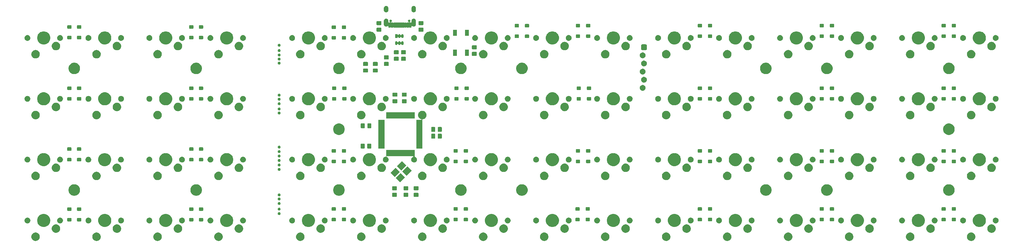
<source format=gbr>
G04 #@! TF.GenerationSoftware,KiCad,Pcbnew,(5.1.2-1)-1*
G04 #@! TF.CreationDate,2020-05-30T10:39:38-05:00*
G04 #@! TF.ProjectId,therick48.16SP,74686572-6963-46b3-9438-2e313653502e,rev?*
G04 #@! TF.SameCoordinates,Original*
G04 #@! TF.FileFunction,Soldermask,Bot*
G04 #@! TF.FilePolarity,Negative*
%FSLAX46Y46*%
G04 Gerber Fmt 4.6, Leading zero omitted, Abs format (unit mm)*
G04 Created by KiCad (PCBNEW (5.1.2-1)-1) date 2020-05-30 10:39:38*
%MOMM*%
%LPD*%
G04 APERTURE LIST*
%ADD10C,0.100000*%
G04 APERTURE END LIST*
D10*
G36*
X351497713Y-113224384D02*
G01*
X351625321Y-113249767D01*
X351766147Y-113308099D01*
X351865726Y-113349346D01*
X351865727Y-113349347D01*
X352082088Y-113493914D01*
X352266087Y-113677913D01*
X352362684Y-113822481D01*
X352410655Y-113894275D01*
X352451902Y-113993854D01*
X352510234Y-114134680D01*
X352510234Y-114134682D01*
X352560942Y-114389605D01*
X352560999Y-114389895D01*
X352560999Y-114650109D01*
X352510234Y-114905324D01*
X352451902Y-115046150D01*
X352410655Y-115145729D01*
X352410654Y-115145730D01*
X352266087Y-115362091D01*
X352082088Y-115546090D01*
X351937520Y-115642687D01*
X351865726Y-115690658D01*
X351766147Y-115731905D01*
X351625321Y-115790237D01*
X351497714Y-115815619D01*
X351370108Y-115841002D01*
X351109890Y-115841002D01*
X350982284Y-115815619D01*
X350854677Y-115790237D01*
X350713851Y-115731905D01*
X350614272Y-115690658D01*
X350542478Y-115642687D01*
X350397910Y-115546090D01*
X350213911Y-115362091D01*
X350069344Y-115145730D01*
X350069343Y-115145729D01*
X350028096Y-115046150D01*
X349969764Y-114905324D01*
X349918999Y-114650109D01*
X349918999Y-114389895D01*
X349919057Y-114389605D01*
X349969764Y-114134682D01*
X349969764Y-114134680D01*
X350028096Y-113993854D01*
X350069343Y-113894275D01*
X350117314Y-113822481D01*
X350213911Y-113677913D01*
X350397910Y-113493914D01*
X350614271Y-113349347D01*
X350614272Y-113349346D01*
X350713851Y-113308099D01*
X350854677Y-113249767D01*
X350982285Y-113224384D01*
X351109890Y-113199002D01*
X351370108Y-113199002D01*
X351497713Y-113224384D01*
X351497713Y-113224384D01*
G37*
G36*
X218497713Y-113224384D02*
G01*
X218625321Y-113249767D01*
X218766147Y-113308099D01*
X218865726Y-113349346D01*
X218865727Y-113349347D01*
X219082088Y-113493914D01*
X219266087Y-113677913D01*
X219362684Y-113822481D01*
X219410655Y-113894275D01*
X219451902Y-113993854D01*
X219510234Y-114134680D01*
X219510234Y-114134682D01*
X219560942Y-114389605D01*
X219560999Y-114389895D01*
X219560999Y-114650109D01*
X219510234Y-114905324D01*
X219451902Y-115046150D01*
X219410655Y-115145729D01*
X219410654Y-115145730D01*
X219266087Y-115362091D01*
X219082088Y-115546090D01*
X218937520Y-115642687D01*
X218865726Y-115690658D01*
X218766147Y-115731905D01*
X218625321Y-115790237D01*
X218497714Y-115815619D01*
X218370108Y-115841002D01*
X218109890Y-115841002D01*
X217982284Y-115815619D01*
X217854677Y-115790237D01*
X217713851Y-115731905D01*
X217614272Y-115690658D01*
X217542478Y-115642687D01*
X217397910Y-115546090D01*
X217213911Y-115362091D01*
X217069344Y-115145730D01*
X217069343Y-115145729D01*
X217028096Y-115046150D01*
X216969764Y-114905324D01*
X216918999Y-114650109D01*
X216918999Y-114389895D01*
X216919057Y-114389605D01*
X216969764Y-114134682D01*
X216969764Y-114134680D01*
X217028096Y-113993854D01*
X217069343Y-113894275D01*
X217117314Y-113822481D01*
X217213911Y-113677913D01*
X217397910Y-113493914D01*
X217614271Y-113349347D01*
X217614272Y-113349346D01*
X217713851Y-113308099D01*
X217854677Y-113249767D01*
X217982285Y-113224384D01*
X218109890Y-113199002D01*
X218370108Y-113199002D01*
X218497713Y-113224384D01*
X218497713Y-113224384D01*
G37*
G36*
X180497713Y-113224384D02*
G01*
X180625321Y-113249767D01*
X180766147Y-113308099D01*
X180865726Y-113349346D01*
X180865727Y-113349347D01*
X181082088Y-113493914D01*
X181266087Y-113677913D01*
X181362684Y-113822481D01*
X181410655Y-113894275D01*
X181451902Y-113993854D01*
X181510234Y-114134680D01*
X181510234Y-114134682D01*
X181560942Y-114389605D01*
X181560999Y-114389895D01*
X181560999Y-114650109D01*
X181510234Y-114905324D01*
X181451902Y-115046150D01*
X181410655Y-115145729D01*
X181410654Y-115145730D01*
X181266087Y-115362091D01*
X181082088Y-115546090D01*
X180937520Y-115642687D01*
X180865726Y-115690658D01*
X180766147Y-115731905D01*
X180625321Y-115790237D01*
X180497714Y-115815619D01*
X180370108Y-115841002D01*
X180109890Y-115841002D01*
X179982284Y-115815619D01*
X179854677Y-115790237D01*
X179713851Y-115731905D01*
X179614272Y-115690658D01*
X179542478Y-115642687D01*
X179397910Y-115546090D01*
X179213911Y-115362091D01*
X179069344Y-115145730D01*
X179069343Y-115145729D01*
X179028096Y-115046150D01*
X178969764Y-114905324D01*
X178918999Y-114650109D01*
X178918999Y-114389895D01*
X178919057Y-114389605D01*
X178969764Y-114134682D01*
X178969764Y-114134680D01*
X179028096Y-113993854D01*
X179069343Y-113894275D01*
X179117314Y-113822481D01*
X179213911Y-113677913D01*
X179397910Y-113493914D01*
X179614271Y-113349347D01*
X179614272Y-113349346D01*
X179713851Y-113308099D01*
X179854677Y-113249767D01*
X179982285Y-113224384D01*
X180109890Y-113199002D01*
X180370108Y-113199002D01*
X180497713Y-113224384D01*
X180497713Y-113224384D01*
G37*
G36*
X161497713Y-113224384D02*
G01*
X161625321Y-113249767D01*
X161766147Y-113308099D01*
X161865726Y-113349346D01*
X161865727Y-113349347D01*
X162082088Y-113493914D01*
X162266087Y-113677913D01*
X162362684Y-113822481D01*
X162410655Y-113894275D01*
X162451902Y-113993854D01*
X162510234Y-114134680D01*
X162510234Y-114134682D01*
X162560942Y-114389605D01*
X162560999Y-114389895D01*
X162560999Y-114650109D01*
X162510234Y-114905324D01*
X162451902Y-115046150D01*
X162410655Y-115145729D01*
X162410654Y-115145730D01*
X162266087Y-115362091D01*
X162082088Y-115546090D01*
X161937520Y-115642687D01*
X161865726Y-115690658D01*
X161766147Y-115731905D01*
X161625321Y-115790237D01*
X161497714Y-115815619D01*
X161370108Y-115841002D01*
X161109890Y-115841002D01*
X160982284Y-115815619D01*
X160854677Y-115790237D01*
X160713851Y-115731905D01*
X160614272Y-115690658D01*
X160542478Y-115642687D01*
X160397910Y-115546090D01*
X160213911Y-115362091D01*
X160069344Y-115145730D01*
X160069343Y-115145729D01*
X160028096Y-115046150D01*
X159969764Y-114905324D01*
X159918999Y-114650109D01*
X159918999Y-114389895D01*
X159919057Y-114389605D01*
X159969764Y-114134682D01*
X159969764Y-114134680D01*
X160028096Y-113993854D01*
X160069343Y-113894275D01*
X160117314Y-113822481D01*
X160213911Y-113677913D01*
X160397910Y-113493914D01*
X160614271Y-113349347D01*
X160614272Y-113349346D01*
X160713851Y-113308099D01*
X160854677Y-113249767D01*
X160982285Y-113224384D01*
X161109890Y-113199002D01*
X161370108Y-113199002D01*
X161497713Y-113224384D01*
X161497713Y-113224384D01*
G37*
G36*
X142497333Y-113224384D02*
G01*
X142624941Y-113249767D01*
X142765767Y-113308099D01*
X142865346Y-113349346D01*
X142865347Y-113349347D01*
X143081708Y-113493914D01*
X143265707Y-113677913D01*
X143362304Y-113822481D01*
X143410275Y-113894275D01*
X143451522Y-113993854D01*
X143509854Y-114134680D01*
X143509854Y-114134682D01*
X143560562Y-114389605D01*
X143560619Y-114389895D01*
X143560619Y-114650109D01*
X143509854Y-114905324D01*
X143451522Y-115046150D01*
X143410275Y-115145729D01*
X143410274Y-115145730D01*
X143265707Y-115362091D01*
X143081708Y-115546090D01*
X142937140Y-115642687D01*
X142865346Y-115690658D01*
X142765767Y-115731905D01*
X142624941Y-115790237D01*
X142497334Y-115815619D01*
X142369728Y-115841002D01*
X142109510Y-115841002D01*
X141981904Y-115815619D01*
X141854297Y-115790237D01*
X141713471Y-115731905D01*
X141613892Y-115690658D01*
X141542098Y-115642687D01*
X141397530Y-115546090D01*
X141213531Y-115362091D01*
X141068964Y-115145730D01*
X141068963Y-115145729D01*
X141027716Y-115046150D01*
X140969384Y-114905324D01*
X140918619Y-114650109D01*
X140918619Y-114389895D01*
X140918677Y-114389605D01*
X140969384Y-114134682D01*
X140969384Y-114134680D01*
X141027716Y-113993854D01*
X141068963Y-113894275D01*
X141116934Y-113822481D01*
X141213531Y-113677913D01*
X141397530Y-113493914D01*
X141613891Y-113349347D01*
X141613892Y-113349346D01*
X141713471Y-113308099D01*
X141854297Y-113249767D01*
X141981905Y-113224384D01*
X142109510Y-113199002D01*
X142369728Y-113199002D01*
X142497333Y-113224384D01*
X142497333Y-113224384D01*
G37*
G36*
X237497084Y-113224095D02*
G01*
X237624691Y-113249477D01*
X237765517Y-113307809D01*
X237865096Y-113349056D01*
X237936890Y-113397027D01*
X238081458Y-113493624D01*
X238265457Y-113677623D01*
X238265651Y-113677914D01*
X238410025Y-113893985D01*
X238410145Y-113894275D01*
X238509604Y-114134390D01*
X238509662Y-114134682D01*
X238560369Y-114389603D01*
X238560369Y-114649821D01*
X238560311Y-114650111D01*
X238509604Y-114905034D01*
X238451272Y-115045860D01*
X238410025Y-115145439D01*
X238362054Y-115217233D01*
X238265457Y-115361801D01*
X238081458Y-115545800D01*
X237936890Y-115642397D01*
X237865096Y-115690368D01*
X237765517Y-115731615D01*
X237624691Y-115789947D01*
X237497084Y-115815329D01*
X237369478Y-115840712D01*
X237109260Y-115840712D01*
X236981654Y-115815329D01*
X236854047Y-115789947D01*
X236713221Y-115731615D01*
X236613642Y-115690368D01*
X236541848Y-115642397D01*
X236397280Y-115545800D01*
X236213281Y-115361801D01*
X236116684Y-115217233D01*
X236068713Y-115145439D01*
X236027466Y-115045860D01*
X235969134Y-114905034D01*
X235918427Y-114650111D01*
X235918369Y-114649821D01*
X235918369Y-114389603D01*
X235969076Y-114134682D01*
X235969134Y-114134390D01*
X236068593Y-113894275D01*
X236068713Y-113893985D01*
X236213087Y-113677914D01*
X236213281Y-113677623D01*
X236397280Y-113493624D01*
X236541848Y-113397027D01*
X236613642Y-113349056D01*
X236713221Y-113307809D01*
X236854047Y-113249477D01*
X236981654Y-113224095D01*
X237109260Y-113198712D01*
X237369478Y-113198712D01*
X237497084Y-113224095D01*
X237497084Y-113224095D01*
G37*
G36*
X199497184Y-113224095D02*
G01*
X199624791Y-113249477D01*
X199765617Y-113307809D01*
X199865196Y-113349056D01*
X199936990Y-113397027D01*
X200081558Y-113493624D01*
X200265557Y-113677623D01*
X200265751Y-113677914D01*
X200410125Y-113893985D01*
X200410245Y-113894275D01*
X200509704Y-114134390D01*
X200509762Y-114134682D01*
X200560469Y-114389603D01*
X200560469Y-114649821D01*
X200560411Y-114650111D01*
X200509704Y-114905034D01*
X200451372Y-115045860D01*
X200410125Y-115145439D01*
X200362154Y-115217233D01*
X200265557Y-115361801D01*
X200081558Y-115545800D01*
X199936990Y-115642397D01*
X199865196Y-115690368D01*
X199765617Y-115731615D01*
X199624791Y-115789947D01*
X199497184Y-115815329D01*
X199369578Y-115840712D01*
X199109360Y-115840712D01*
X198981754Y-115815329D01*
X198854147Y-115789947D01*
X198713321Y-115731615D01*
X198613742Y-115690368D01*
X198541948Y-115642397D01*
X198397380Y-115545800D01*
X198213381Y-115361801D01*
X198116784Y-115217233D01*
X198068813Y-115145439D01*
X198027566Y-115045860D01*
X197969234Y-114905034D01*
X197918527Y-114650111D01*
X197918469Y-114649821D01*
X197918469Y-114389603D01*
X197969176Y-114134682D01*
X197969234Y-114134390D01*
X198068693Y-113894275D01*
X198068813Y-113893985D01*
X198213187Y-113677914D01*
X198213381Y-113677623D01*
X198397380Y-113493624D01*
X198541948Y-113397027D01*
X198613742Y-113349056D01*
X198713321Y-113307809D01*
X198854147Y-113249477D01*
X198981754Y-113224095D01*
X199109360Y-113198712D01*
X199369578Y-113198712D01*
X199497184Y-113224095D01*
X199497184Y-113224095D01*
G37*
G36*
X117037401Y-113224095D02*
G01*
X117165008Y-113249477D01*
X117305834Y-113307809D01*
X117405413Y-113349056D01*
X117477207Y-113397027D01*
X117621775Y-113493624D01*
X117805774Y-113677623D01*
X117805968Y-113677914D01*
X117950342Y-113893985D01*
X117950462Y-113894275D01*
X118049921Y-114134390D01*
X118049979Y-114134682D01*
X118100686Y-114389603D01*
X118100686Y-114649821D01*
X118100628Y-114650111D01*
X118049921Y-114905034D01*
X117991589Y-115045860D01*
X117950342Y-115145439D01*
X117902371Y-115217233D01*
X117805774Y-115361801D01*
X117621775Y-115545800D01*
X117477207Y-115642397D01*
X117405413Y-115690368D01*
X117305834Y-115731615D01*
X117165008Y-115789947D01*
X117037401Y-115815329D01*
X116909795Y-115840712D01*
X116649577Y-115840712D01*
X116521971Y-115815329D01*
X116394364Y-115789947D01*
X116253538Y-115731615D01*
X116153959Y-115690368D01*
X116082165Y-115642397D01*
X115937597Y-115545800D01*
X115753598Y-115361801D01*
X115657001Y-115217233D01*
X115609030Y-115145439D01*
X115567783Y-115045860D01*
X115509451Y-114905034D01*
X115458744Y-114650111D01*
X115458686Y-114649821D01*
X115458686Y-114389603D01*
X115509393Y-114134682D01*
X115509451Y-114134390D01*
X115608910Y-113894275D01*
X115609030Y-113893985D01*
X115753404Y-113677914D01*
X115753598Y-113677623D01*
X115937597Y-113493624D01*
X116082165Y-113397027D01*
X116153959Y-113349056D01*
X116253538Y-113307809D01*
X116394364Y-113249477D01*
X116521971Y-113224095D01*
X116649577Y-113198712D01*
X116909795Y-113198712D01*
X117037401Y-113224095D01*
X117037401Y-113224095D01*
G37*
G36*
X98037451Y-113224095D02*
G01*
X98165058Y-113249477D01*
X98305884Y-113307809D01*
X98405463Y-113349056D01*
X98477257Y-113397027D01*
X98621825Y-113493624D01*
X98805824Y-113677623D01*
X98806018Y-113677914D01*
X98950392Y-113893985D01*
X98950512Y-113894275D01*
X99049971Y-114134390D01*
X99050029Y-114134682D01*
X99100736Y-114389603D01*
X99100736Y-114649821D01*
X99100678Y-114650111D01*
X99049971Y-114905034D01*
X98991639Y-115045860D01*
X98950392Y-115145439D01*
X98902421Y-115217233D01*
X98805824Y-115361801D01*
X98621825Y-115545800D01*
X98477257Y-115642397D01*
X98405463Y-115690368D01*
X98305884Y-115731615D01*
X98165058Y-115789947D01*
X98037451Y-115815329D01*
X97909845Y-115840712D01*
X97649627Y-115840712D01*
X97522021Y-115815329D01*
X97394414Y-115789947D01*
X97253588Y-115731615D01*
X97154009Y-115690368D01*
X97082215Y-115642397D01*
X96937647Y-115545800D01*
X96753648Y-115361801D01*
X96657051Y-115217233D01*
X96609080Y-115145439D01*
X96567833Y-115045860D01*
X96509501Y-114905034D01*
X96458794Y-114650111D01*
X96458736Y-114649821D01*
X96458736Y-114389603D01*
X96509443Y-114134682D01*
X96509501Y-114134390D01*
X96608960Y-113894275D01*
X96609080Y-113893985D01*
X96753454Y-113677914D01*
X96753648Y-113677623D01*
X96937647Y-113493624D01*
X97082215Y-113397027D01*
X97154009Y-113349056D01*
X97253588Y-113307809D01*
X97394414Y-113249477D01*
X97522021Y-113224095D01*
X97649627Y-113198712D01*
X97909845Y-113198712D01*
X98037451Y-113224095D01*
X98037451Y-113224095D01*
G37*
G36*
X79037501Y-113224095D02*
G01*
X79165108Y-113249477D01*
X79305934Y-113307809D01*
X79405513Y-113349056D01*
X79477307Y-113397027D01*
X79621875Y-113493624D01*
X79805874Y-113677623D01*
X79806068Y-113677914D01*
X79950442Y-113893985D01*
X79950562Y-113894275D01*
X80050021Y-114134390D01*
X80050079Y-114134682D01*
X80100786Y-114389603D01*
X80100786Y-114649821D01*
X80100728Y-114650111D01*
X80050021Y-114905034D01*
X79991689Y-115045860D01*
X79950442Y-115145439D01*
X79902471Y-115217233D01*
X79805874Y-115361801D01*
X79621875Y-115545800D01*
X79477307Y-115642397D01*
X79405513Y-115690368D01*
X79305934Y-115731615D01*
X79165108Y-115789947D01*
X79037501Y-115815329D01*
X78909895Y-115840712D01*
X78649677Y-115840712D01*
X78522071Y-115815329D01*
X78394464Y-115789947D01*
X78253638Y-115731615D01*
X78154059Y-115690368D01*
X78082265Y-115642397D01*
X77937697Y-115545800D01*
X77753698Y-115361801D01*
X77657101Y-115217233D01*
X77609130Y-115145439D01*
X77567883Y-115045860D01*
X77509551Y-114905034D01*
X77458844Y-114650111D01*
X77458786Y-114649821D01*
X77458786Y-114389603D01*
X77509493Y-114134682D01*
X77509551Y-114134390D01*
X77609010Y-113894275D01*
X77609130Y-113893985D01*
X77753504Y-113677914D01*
X77753698Y-113677623D01*
X77937697Y-113493624D01*
X78082265Y-113397027D01*
X78154059Y-113349056D01*
X78253638Y-113307809D01*
X78394464Y-113249477D01*
X78522071Y-113224095D01*
X78649677Y-113198712D01*
X78909895Y-113198712D01*
X79037501Y-113224095D01*
X79037501Y-113224095D01*
G37*
G36*
X60037551Y-113224095D02*
G01*
X60165158Y-113249477D01*
X60305984Y-113307809D01*
X60405563Y-113349056D01*
X60477357Y-113397027D01*
X60621925Y-113493624D01*
X60805924Y-113677623D01*
X60806118Y-113677914D01*
X60950492Y-113893985D01*
X60950612Y-113894275D01*
X61050071Y-114134390D01*
X61050129Y-114134682D01*
X61100836Y-114389603D01*
X61100836Y-114649821D01*
X61100778Y-114650111D01*
X61050071Y-114905034D01*
X60991739Y-115045860D01*
X60950492Y-115145439D01*
X60902521Y-115217233D01*
X60805924Y-115361801D01*
X60621925Y-115545800D01*
X60477357Y-115642397D01*
X60405563Y-115690368D01*
X60305984Y-115731615D01*
X60165158Y-115789947D01*
X60037551Y-115815329D01*
X59909945Y-115840712D01*
X59649727Y-115840712D01*
X59522121Y-115815329D01*
X59394514Y-115789947D01*
X59253688Y-115731615D01*
X59154109Y-115690368D01*
X59082315Y-115642397D01*
X58937747Y-115545800D01*
X58753748Y-115361801D01*
X58657151Y-115217233D01*
X58609180Y-115145439D01*
X58567933Y-115045860D01*
X58509601Y-114905034D01*
X58458894Y-114650111D01*
X58458836Y-114649821D01*
X58458836Y-114389603D01*
X58509543Y-114134682D01*
X58509601Y-114134390D01*
X58609060Y-113894275D01*
X58609180Y-113893985D01*
X58753554Y-113677914D01*
X58753748Y-113677623D01*
X58937747Y-113493624D01*
X59082315Y-113397027D01*
X59154109Y-113349056D01*
X59253688Y-113307809D01*
X59394514Y-113249477D01*
X59522121Y-113224095D01*
X59649727Y-113198712D01*
X59909945Y-113198712D01*
X60037551Y-113224095D01*
X60037551Y-113224095D01*
G37*
G36*
X256497034Y-113224095D02*
G01*
X256624641Y-113249477D01*
X256765467Y-113307809D01*
X256865046Y-113349056D01*
X256936840Y-113397027D01*
X257081408Y-113493624D01*
X257265407Y-113677623D01*
X257265601Y-113677914D01*
X257409975Y-113893985D01*
X257410095Y-113894275D01*
X257509554Y-114134390D01*
X257509612Y-114134682D01*
X257560319Y-114389603D01*
X257560319Y-114649821D01*
X257560261Y-114650111D01*
X257509554Y-114905034D01*
X257451222Y-115045860D01*
X257409975Y-115145439D01*
X257362004Y-115217233D01*
X257265407Y-115361801D01*
X257081408Y-115545800D01*
X256936840Y-115642397D01*
X256865046Y-115690368D01*
X256765467Y-115731615D01*
X256624641Y-115789947D01*
X256497034Y-115815329D01*
X256369428Y-115840712D01*
X256109210Y-115840712D01*
X255981604Y-115815329D01*
X255853997Y-115789947D01*
X255713171Y-115731615D01*
X255613592Y-115690368D01*
X255541798Y-115642397D01*
X255397230Y-115545800D01*
X255213231Y-115361801D01*
X255116634Y-115217233D01*
X255068663Y-115145439D01*
X255027416Y-115045860D01*
X254969084Y-114905034D01*
X254918377Y-114650111D01*
X254918319Y-114649821D01*
X254918319Y-114389603D01*
X254969026Y-114134682D01*
X254969084Y-114134390D01*
X255068543Y-113894275D01*
X255068663Y-113893985D01*
X255213037Y-113677914D01*
X255213231Y-113677623D01*
X255397230Y-113493624D01*
X255541798Y-113397027D01*
X255613592Y-113349056D01*
X255713171Y-113307809D01*
X255853997Y-113249477D01*
X255981604Y-113224095D01*
X256109210Y-113198712D01*
X256369428Y-113198712D01*
X256497034Y-113224095D01*
X256497034Y-113224095D01*
G37*
G36*
X275496984Y-113224095D02*
G01*
X275624591Y-113249477D01*
X275765417Y-113307809D01*
X275864996Y-113349056D01*
X275936790Y-113397027D01*
X276081358Y-113493624D01*
X276265357Y-113677623D01*
X276265551Y-113677914D01*
X276409925Y-113893985D01*
X276410045Y-113894275D01*
X276509504Y-114134390D01*
X276509562Y-114134682D01*
X276560269Y-114389603D01*
X276560269Y-114649821D01*
X276560211Y-114650111D01*
X276509504Y-114905034D01*
X276451172Y-115045860D01*
X276409925Y-115145439D01*
X276361954Y-115217233D01*
X276265357Y-115361801D01*
X276081358Y-115545800D01*
X275936790Y-115642397D01*
X275864996Y-115690368D01*
X275765417Y-115731615D01*
X275624591Y-115789947D01*
X275496984Y-115815329D01*
X275369378Y-115840712D01*
X275109160Y-115840712D01*
X274981554Y-115815329D01*
X274853947Y-115789947D01*
X274713121Y-115731615D01*
X274613542Y-115690368D01*
X274541748Y-115642397D01*
X274397180Y-115545800D01*
X274213181Y-115361801D01*
X274116584Y-115217233D01*
X274068613Y-115145439D01*
X274027366Y-115045860D01*
X273969034Y-114905034D01*
X273918327Y-114650111D01*
X273918269Y-114649821D01*
X273918269Y-114389603D01*
X273968976Y-114134682D01*
X273969034Y-114134390D01*
X274068493Y-113894275D01*
X274068613Y-113893985D01*
X274212987Y-113677914D01*
X274213181Y-113677623D01*
X274397180Y-113493624D01*
X274541748Y-113397027D01*
X274613542Y-113349056D01*
X274713121Y-113307809D01*
X274853947Y-113249477D01*
X274981554Y-113224095D01*
X275109160Y-113198712D01*
X275369378Y-113198712D01*
X275496984Y-113224095D01*
X275496984Y-113224095D01*
G37*
G36*
X294496934Y-113224095D02*
G01*
X294624541Y-113249477D01*
X294765367Y-113307809D01*
X294864946Y-113349056D01*
X294936740Y-113397027D01*
X295081308Y-113493624D01*
X295265307Y-113677623D01*
X295265501Y-113677914D01*
X295409875Y-113893985D01*
X295409995Y-113894275D01*
X295509454Y-114134390D01*
X295509512Y-114134682D01*
X295560219Y-114389603D01*
X295560219Y-114649821D01*
X295560161Y-114650111D01*
X295509454Y-114905034D01*
X295451122Y-115045860D01*
X295409875Y-115145439D01*
X295361904Y-115217233D01*
X295265307Y-115361801D01*
X295081308Y-115545800D01*
X294936740Y-115642397D01*
X294864946Y-115690368D01*
X294765367Y-115731615D01*
X294624541Y-115789947D01*
X294496934Y-115815329D01*
X294369328Y-115840712D01*
X294109110Y-115840712D01*
X293981504Y-115815329D01*
X293853897Y-115789947D01*
X293713071Y-115731615D01*
X293613492Y-115690368D01*
X293541698Y-115642397D01*
X293397130Y-115545800D01*
X293213131Y-115361801D01*
X293116534Y-115217233D01*
X293068563Y-115145439D01*
X293027316Y-115045860D01*
X292968984Y-114905034D01*
X292918277Y-114650111D01*
X292918219Y-114649821D01*
X292918219Y-114389603D01*
X292968926Y-114134682D01*
X292968984Y-114134390D01*
X293068443Y-113894275D01*
X293068563Y-113893985D01*
X293212937Y-113677914D01*
X293213131Y-113677623D01*
X293397130Y-113493624D01*
X293541698Y-113397027D01*
X293613492Y-113349056D01*
X293713071Y-113307809D01*
X293853897Y-113249477D01*
X293981504Y-113224095D01*
X294109110Y-113198712D01*
X294369328Y-113198712D01*
X294496934Y-113224095D01*
X294496934Y-113224095D01*
G37*
G36*
X313496884Y-113224095D02*
G01*
X313624491Y-113249477D01*
X313765317Y-113307809D01*
X313864896Y-113349056D01*
X313936690Y-113397027D01*
X314081258Y-113493624D01*
X314265257Y-113677623D01*
X314265451Y-113677914D01*
X314409825Y-113893985D01*
X314409945Y-113894275D01*
X314509404Y-114134390D01*
X314509462Y-114134682D01*
X314560169Y-114389603D01*
X314560169Y-114649821D01*
X314560111Y-114650111D01*
X314509404Y-114905034D01*
X314451072Y-115045860D01*
X314409825Y-115145439D01*
X314361854Y-115217233D01*
X314265257Y-115361801D01*
X314081258Y-115545800D01*
X313936690Y-115642397D01*
X313864896Y-115690368D01*
X313765317Y-115731615D01*
X313624491Y-115789947D01*
X313496884Y-115815329D01*
X313369278Y-115840712D01*
X313109060Y-115840712D01*
X312981454Y-115815329D01*
X312853847Y-115789947D01*
X312713021Y-115731615D01*
X312613442Y-115690368D01*
X312541648Y-115642397D01*
X312397080Y-115545800D01*
X312213081Y-115361801D01*
X312116484Y-115217233D01*
X312068513Y-115145439D01*
X312027266Y-115045860D01*
X311968934Y-114905034D01*
X311918227Y-114650111D01*
X311918169Y-114649821D01*
X311918169Y-114389603D01*
X311968876Y-114134682D01*
X311968934Y-114134390D01*
X312068393Y-113894275D01*
X312068513Y-113893985D01*
X312212887Y-113677914D01*
X312213081Y-113677623D01*
X312397080Y-113493624D01*
X312541648Y-113397027D01*
X312613442Y-113349056D01*
X312713021Y-113307809D01*
X312853847Y-113249477D01*
X312981454Y-113224095D01*
X313109060Y-113198712D01*
X313369278Y-113198712D01*
X313496884Y-113224095D01*
X313496884Y-113224095D01*
G37*
G36*
X332496834Y-113224095D02*
G01*
X332624441Y-113249477D01*
X332765267Y-113307809D01*
X332864846Y-113349056D01*
X332936640Y-113397027D01*
X333081208Y-113493624D01*
X333265207Y-113677623D01*
X333265401Y-113677914D01*
X333409775Y-113893985D01*
X333409895Y-113894275D01*
X333509354Y-114134390D01*
X333509412Y-114134682D01*
X333560119Y-114389603D01*
X333560119Y-114649821D01*
X333560061Y-114650111D01*
X333509354Y-114905034D01*
X333451022Y-115045860D01*
X333409775Y-115145439D01*
X333361804Y-115217233D01*
X333265207Y-115361801D01*
X333081208Y-115545800D01*
X332936640Y-115642397D01*
X332864846Y-115690368D01*
X332765267Y-115731615D01*
X332624441Y-115789947D01*
X332496834Y-115815329D01*
X332369228Y-115840712D01*
X332109010Y-115840712D01*
X331981404Y-115815329D01*
X331853797Y-115789947D01*
X331712971Y-115731615D01*
X331613392Y-115690368D01*
X331541598Y-115642397D01*
X331397030Y-115545800D01*
X331213031Y-115361801D01*
X331116434Y-115217233D01*
X331068463Y-115145439D01*
X331027216Y-115045860D01*
X330968884Y-114905034D01*
X330918177Y-114650111D01*
X330918119Y-114649821D01*
X330918119Y-114389603D01*
X330968826Y-114134682D01*
X330968884Y-114134390D01*
X331068343Y-113894275D01*
X331068463Y-113893985D01*
X331212837Y-113677914D01*
X331213031Y-113677623D01*
X331397030Y-113493624D01*
X331541598Y-113397027D01*
X331613392Y-113349056D01*
X331712971Y-113307809D01*
X331853797Y-113249477D01*
X331981404Y-113224095D01*
X332109010Y-113198712D01*
X332369228Y-113198712D01*
X332496834Y-113224095D01*
X332496834Y-113224095D01*
G37*
G36*
X357847714Y-110684385D02*
G01*
X357975321Y-110709767D01*
X358116147Y-110768099D01*
X358215726Y-110809346D01*
X358215727Y-110809347D01*
X358432088Y-110953914D01*
X358616087Y-111137913D01*
X358692236Y-111251879D01*
X358760655Y-111354275D01*
X358801902Y-111453854D01*
X358860234Y-111594680D01*
X358860234Y-111594682D01*
X358910942Y-111849605D01*
X358910999Y-111849895D01*
X358910999Y-112110109D01*
X358860234Y-112365324D01*
X358801902Y-112506150D01*
X358760655Y-112605729D01*
X358760654Y-112605730D01*
X358616087Y-112822091D01*
X358432088Y-113006090D01*
X358287520Y-113102687D01*
X358215726Y-113150658D01*
X358116147Y-113191905D01*
X357975321Y-113250237D01*
X357847713Y-113275620D01*
X357720108Y-113301002D01*
X357459890Y-113301002D01*
X357332285Y-113275620D01*
X357204677Y-113250237D01*
X357063851Y-113191905D01*
X356964272Y-113150658D01*
X356892478Y-113102687D01*
X356747910Y-113006090D01*
X356563911Y-112822091D01*
X356419344Y-112605730D01*
X356419343Y-112605729D01*
X356378096Y-112506150D01*
X356319764Y-112365324D01*
X356268999Y-112110109D01*
X356268999Y-111849895D01*
X356269057Y-111849605D01*
X356319764Y-111594682D01*
X356319764Y-111594680D01*
X356378096Y-111453854D01*
X356419343Y-111354275D01*
X356487762Y-111251879D01*
X356563911Y-111137913D01*
X356747910Y-110953914D01*
X356964271Y-110809347D01*
X356964272Y-110809346D01*
X357063851Y-110768099D01*
X357204677Y-110709767D01*
X357332284Y-110684385D01*
X357459890Y-110659002D01*
X357720108Y-110659002D01*
X357847714Y-110684385D01*
X357847714Y-110684385D01*
G37*
G36*
X224847714Y-110684385D02*
G01*
X224975321Y-110709767D01*
X225116147Y-110768099D01*
X225215726Y-110809346D01*
X225215727Y-110809347D01*
X225432088Y-110953914D01*
X225616087Y-111137913D01*
X225692236Y-111251879D01*
X225760655Y-111354275D01*
X225801902Y-111453854D01*
X225860234Y-111594680D01*
X225860234Y-111594682D01*
X225910942Y-111849605D01*
X225910999Y-111849895D01*
X225910999Y-112110109D01*
X225860234Y-112365324D01*
X225801902Y-112506150D01*
X225760655Y-112605729D01*
X225760654Y-112605730D01*
X225616087Y-112822091D01*
X225432088Y-113006090D01*
X225287520Y-113102687D01*
X225215726Y-113150658D01*
X225116147Y-113191905D01*
X224975321Y-113250237D01*
X224847713Y-113275620D01*
X224720108Y-113301002D01*
X224459890Y-113301002D01*
X224332285Y-113275620D01*
X224204677Y-113250237D01*
X224063851Y-113191905D01*
X223964272Y-113150658D01*
X223892478Y-113102687D01*
X223747910Y-113006090D01*
X223563911Y-112822091D01*
X223419344Y-112605730D01*
X223419343Y-112605729D01*
X223378096Y-112506150D01*
X223319764Y-112365324D01*
X223268999Y-112110109D01*
X223268999Y-111849895D01*
X223269057Y-111849605D01*
X223319764Y-111594682D01*
X223319764Y-111594680D01*
X223378096Y-111453854D01*
X223419343Y-111354275D01*
X223487762Y-111251879D01*
X223563911Y-111137913D01*
X223747910Y-110953914D01*
X223964271Y-110809347D01*
X223964272Y-110809346D01*
X224063851Y-110768099D01*
X224204677Y-110709767D01*
X224332284Y-110684385D01*
X224459890Y-110659002D01*
X224720108Y-110659002D01*
X224847714Y-110684385D01*
X224847714Y-110684385D01*
G37*
G36*
X186847714Y-110684385D02*
G01*
X186975321Y-110709767D01*
X187116147Y-110768099D01*
X187215726Y-110809346D01*
X187215727Y-110809347D01*
X187432088Y-110953914D01*
X187616087Y-111137913D01*
X187692236Y-111251879D01*
X187760655Y-111354275D01*
X187801902Y-111453854D01*
X187860234Y-111594680D01*
X187860234Y-111594682D01*
X187910942Y-111849605D01*
X187910999Y-111849895D01*
X187910999Y-112110109D01*
X187860234Y-112365324D01*
X187801902Y-112506150D01*
X187760655Y-112605729D01*
X187760654Y-112605730D01*
X187616087Y-112822091D01*
X187432088Y-113006090D01*
X187287520Y-113102687D01*
X187215726Y-113150658D01*
X187116147Y-113191905D01*
X186975321Y-113250237D01*
X186847713Y-113275620D01*
X186720108Y-113301002D01*
X186459890Y-113301002D01*
X186332285Y-113275620D01*
X186204677Y-113250237D01*
X186063851Y-113191905D01*
X185964272Y-113150658D01*
X185892478Y-113102687D01*
X185747910Y-113006090D01*
X185563911Y-112822091D01*
X185419344Y-112605730D01*
X185419343Y-112605729D01*
X185378096Y-112506150D01*
X185319764Y-112365324D01*
X185268999Y-112110109D01*
X185268999Y-111849895D01*
X185269057Y-111849605D01*
X185319764Y-111594682D01*
X185319764Y-111594680D01*
X185378096Y-111453854D01*
X185419343Y-111354275D01*
X185487762Y-111251879D01*
X185563911Y-111137913D01*
X185747910Y-110953914D01*
X185964271Y-110809347D01*
X185964272Y-110809346D01*
X186063851Y-110768099D01*
X186204677Y-110709767D01*
X186332284Y-110684385D01*
X186459890Y-110659002D01*
X186720108Y-110659002D01*
X186847714Y-110684385D01*
X186847714Y-110684385D01*
G37*
G36*
X167847714Y-110684385D02*
G01*
X167975321Y-110709767D01*
X168116147Y-110768099D01*
X168215726Y-110809346D01*
X168215727Y-110809347D01*
X168432088Y-110953914D01*
X168616087Y-111137913D01*
X168692236Y-111251879D01*
X168760655Y-111354275D01*
X168801902Y-111453854D01*
X168860234Y-111594680D01*
X168860234Y-111594682D01*
X168910942Y-111849605D01*
X168910999Y-111849895D01*
X168910999Y-112110109D01*
X168860234Y-112365324D01*
X168801902Y-112506150D01*
X168760655Y-112605729D01*
X168760654Y-112605730D01*
X168616087Y-112822091D01*
X168432088Y-113006090D01*
X168287520Y-113102687D01*
X168215726Y-113150658D01*
X168116147Y-113191905D01*
X167975321Y-113250237D01*
X167847713Y-113275620D01*
X167720108Y-113301002D01*
X167459890Y-113301002D01*
X167332285Y-113275620D01*
X167204677Y-113250237D01*
X167063851Y-113191905D01*
X166964272Y-113150658D01*
X166892478Y-113102687D01*
X166747910Y-113006090D01*
X166563911Y-112822091D01*
X166419344Y-112605730D01*
X166419343Y-112605729D01*
X166378096Y-112506150D01*
X166319764Y-112365324D01*
X166268999Y-112110109D01*
X166268999Y-111849895D01*
X166269057Y-111849605D01*
X166319764Y-111594682D01*
X166319764Y-111594680D01*
X166378096Y-111453854D01*
X166419343Y-111354275D01*
X166487762Y-111251879D01*
X166563911Y-111137913D01*
X166747910Y-110953914D01*
X166964271Y-110809347D01*
X166964272Y-110809346D01*
X167063851Y-110768099D01*
X167204677Y-110709767D01*
X167332284Y-110684385D01*
X167459890Y-110659002D01*
X167720108Y-110659002D01*
X167847714Y-110684385D01*
X167847714Y-110684385D01*
G37*
G36*
X148847334Y-110684385D02*
G01*
X148974941Y-110709767D01*
X149115767Y-110768099D01*
X149215346Y-110809346D01*
X149215347Y-110809347D01*
X149431708Y-110953914D01*
X149615707Y-111137913D01*
X149691856Y-111251879D01*
X149760275Y-111354275D01*
X149801522Y-111453854D01*
X149859854Y-111594680D01*
X149859854Y-111594682D01*
X149910562Y-111849605D01*
X149910619Y-111849895D01*
X149910619Y-112110109D01*
X149859854Y-112365324D01*
X149801522Y-112506150D01*
X149760275Y-112605729D01*
X149760274Y-112605730D01*
X149615707Y-112822091D01*
X149431708Y-113006090D01*
X149287140Y-113102687D01*
X149215346Y-113150658D01*
X149115767Y-113191905D01*
X148974941Y-113250237D01*
X148847333Y-113275620D01*
X148719728Y-113301002D01*
X148459510Y-113301002D01*
X148331905Y-113275620D01*
X148204297Y-113250237D01*
X148063471Y-113191905D01*
X147963892Y-113150658D01*
X147892098Y-113102687D01*
X147747530Y-113006090D01*
X147563531Y-112822091D01*
X147418964Y-112605730D01*
X147418963Y-112605729D01*
X147377716Y-112506150D01*
X147319384Y-112365324D01*
X147268619Y-112110109D01*
X147268619Y-111849895D01*
X147268677Y-111849605D01*
X147319384Y-111594682D01*
X147319384Y-111594680D01*
X147377716Y-111453854D01*
X147418963Y-111354275D01*
X147487382Y-111251879D01*
X147563531Y-111137913D01*
X147747530Y-110953914D01*
X147963891Y-110809347D01*
X147963892Y-110809346D01*
X148063471Y-110768099D01*
X148204297Y-110709767D01*
X148331904Y-110684385D01*
X148459510Y-110659002D01*
X148719728Y-110659002D01*
X148847334Y-110684385D01*
X148847334Y-110684385D01*
G37*
G36*
X123387401Y-110684095D02*
G01*
X123515008Y-110709477D01*
X123655834Y-110767809D01*
X123755413Y-110809056D01*
X123827207Y-110857027D01*
X123971775Y-110953624D01*
X124155774Y-111137623D01*
X124155968Y-111137914D01*
X124300342Y-111353985D01*
X124322018Y-111406317D01*
X124399921Y-111594390D01*
X124399979Y-111594682D01*
X124450686Y-111849603D01*
X124450686Y-112109821D01*
X124450628Y-112110111D01*
X124399921Y-112365034D01*
X124341589Y-112505860D01*
X124300342Y-112605439D01*
X124252371Y-112677233D01*
X124155774Y-112821801D01*
X123971775Y-113005800D01*
X123827207Y-113102397D01*
X123755413Y-113150368D01*
X123655834Y-113191615D01*
X123515008Y-113249947D01*
X123387401Y-113275329D01*
X123259795Y-113300712D01*
X122999577Y-113300712D01*
X122871971Y-113275329D01*
X122744364Y-113249947D01*
X122603538Y-113191615D01*
X122503959Y-113150368D01*
X122432165Y-113102397D01*
X122287597Y-113005800D01*
X122103598Y-112821801D01*
X122007001Y-112677233D01*
X121959030Y-112605439D01*
X121917783Y-112505860D01*
X121859451Y-112365034D01*
X121808744Y-112110111D01*
X121808686Y-112109821D01*
X121808686Y-111849603D01*
X121859393Y-111594682D01*
X121859451Y-111594390D01*
X121937354Y-111406317D01*
X121959030Y-111353985D01*
X122103404Y-111137914D01*
X122103598Y-111137623D01*
X122287597Y-110953624D01*
X122432165Y-110857027D01*
X122503959Y-110809056D01*
X122603538Y-110767809D01*
X122744364Y-110709477D01*
X122871971Y-110684095D01*
X122999577Y-110658712D01*
X123259795Y-110658712D01*
X123387401Y-110684095D01*
X123387401Y-110684095D01*
G37*
G36*
X104387451Y-110684095D02*
G01*
X104515058Y-110709477D01*
X104655884Y-110767809D01*
X104755463Y-110809056D01*
X104827257Y-110857027D01*
X104971825Y-110953624D01*
X105155824Y-111137623D01*
X105156018Y-111137914D01*
X105300392Y-111353985D01*
X105322068Y-111406317D01*
X105399971Y-111594390D01*
X105400029Y-111594682D01*
X105450736Y-111849603D01*
X105450736Y-112109821D01*
X105450678Y-112110111D01*
X105399971Y-112365034D01*
X105341639Y-112505860D01*
X105300392Y-112605439D01*
X105252421Y-112677233D01*
X105155824Y-112821801D01*
X104971825Y-113005800D01*
X104827257Y-113102397D01*
X104755463Y-113150368D01*
X104655884Y-113191615D01*
X104515058Y-113249947D01*
X104387451Y-113275329D01*
X104259845Y-113300712D01*
X103999627Y-113300712D01*
X103872021Y-113275329D01*
X103744414Y-113249947D01*
X103603588Y-113191615D01*
X103504009Y-113150368D01*
X103432215Y-113102397D01*
X103287647Y-113005800D01*
X103103648Y-112821801D01*
X103007051Y-112677233D01*
X102959080Y-112605439D01*
X102917833Y-112505860D01*
X102859501Y-112365034D01*
X102808794Y-112110111D01*
X102808736Y-112109821D01*
X102808736Y-111849603D01*
X102859443Y-111594682D01*
X102859501Y-111594390D01*
X102937404Y-111406317D01*
X102959080Y-111353985D01*
X103103454Y-111137914D01*
X103103648Y-111137623D01*
X103287647Y-110953624D01*
X103432215Y-110857027D01*
X103504009Y-110809056D01*
X103603588Y-110767809D01*
X103744414Y-110709477D01*
X103872021Y-110684095D01*
X103999627Y-110658712D01*
X104259845Y-110658712D01*
X104387451Y-110684095D01*
X104387451Y-110684095D01*
G37*
G36*
X338846834Y-110684095D02*
G01*
X338974441Y-110709477D01*
X339115267Y-110767809D01*
X339214846Y-110809056D01*
X339286640Y-110857027D01*
X339431208Y-110953624D01*
X339615207Y-111137623D01*
X339615401Y-111137914D01*
X339759775Y-111353985D01*
X339781451Y-111406317D01*
X339859354Y-111594390D01*
X339859412Y-111594682D01*
X339910119Y-111849603D01*
X339910119Y-112109821D01*
X339910061Y-112110111D01*
X339859354Y-112365034D01*
X339801022Y-112505860D01*
X339759775Y-112605439D01*
X339711804Y-112677233D01*
X339615207Y-112821801D01*
X339431208Y-113005800D01*
X339286640Y-113102397D01*
X339214846Y-113150368D01*
X339115267Y-113191615D01*
X338974441Y-113249947D01*
X338846834Y-113275329D01*
X338719228Y-113300712D01*
X338459010Y-113300712D01*
X338331404Y-113275329D01*
X338203797Y-113249947D01*
X338062971Y-113191615D01*
X337963392Y-113150368D01*
X337891598Y-113102397D01*
X337747030Y-113005800D01*
X337563031Y-112821801D01*
X337466434Y-112677233D01*
X337418463Y-112605439D01*
X337377216Y-112505860D01*
X337318884Y-112365034D01*
X337268177Y-112110111D01*
X337268119Y-112109821D01*
X337268119Y-111849603D01*
X337318826Y-111594682D01*
X337318884Y-111594390D01*
X337396787Y-111406317D01*
X337418463Y-111353985D01*
X337562837Y-111137914D01*
X337563031Y-111137623D01*
X337747030Y-110953624D01*
X337891598Y-110857027D01*
X337963392Y-110809056D01*
X338062971Y-110767809D01*
X338203797Y-110709477D01*
X338331404Y-110684095D01*
X338459010Y-110658712D01*
X338719228Y-110658712D01*
X338846834Y-110684095D01*
X338846834Y-110684095D01*
G37*
G36*
X85387501Y-110684095D02*
G01*
X85515108Y-110709477D01*
X85655934Y-110767809D01*
X85755513Y-110809056D01*
X85827307Y-110857027D01*
X85971875Y-110953624D01*
X86155874Y-111137623D01*
X86156068Y-111137914D01*
X86300442Y-111353985D01*
X86322118Y-111406317D01*
X86400021Y-111594390D01*
X86400079Y-111594682D01*
X86450786Y-111849603D01*
X86450786Y-112109821D01*
X86450728Y-112110111D01*
X86400021Y-112365034D01*
X86341689Y-112505860D01*
X86300442Y-112605439D01*
X86252471Y-112677233D01*
X86155874Y-112821801D01*
X85971875Y-113005800D01*
X85827307Y-113102397D01*
X85755513Y-113150368D01*
X85655934Y-113191615D01*
X85515108Y-113249947D01*
X85387501Y-113275329D01*
X85259895Y-113300712D01*
X84999677Y-113300712D01*
X84872071Y-113275329D01*
X84744464Y-113249947D01*
X84603638Y-113191615D01*
X84504059Y-113150368D01*
X84432265Y-113102397D01*
X84287697Y-113005800D01*
X84103698Y-112821801D01*
X84007101Y-112677233D01*
X83959130Y-112605439D01*
X83917883Y-112505860D01*
X83859551Y-112365034D01*
X83808844Y-112110111D01*
X83808786Y-112109821D01*
X83808786Y-111849603D01*
X83859493Y-111594682D01*
X83859551Y-111594390D01*
X83937454Y-111406317D01*
X83959130Y-111353985D01*
X84103504Y-111137914D01*
X84103698Y-111137623D01*
X84287697Y-110953624D01*
X84432265Y-110857027D01*
X84504059Y-110809056D01*
X84603638Y-110767809D01*
X84744464Y-110709477D01*
X84872071Y-110684095D01*
X84999677Y-110658712D01*
X85259895Y-110658712D01*
X85387501Y-110684095D01*
X85387501Y-110684095D01*
G37*
G36*
X319846884Y-110684095D02*
G01*
X319974491Y-110709477D01*
X320115317Y-110767809D01*
X320214896Y-110809056D01*
X320286690Y-110857027D01*
X320431258Y-110953624D01*
X320615257Y-111137623D01*
X320615451Y-111137914D01*
X320759825Y-111353985D01*
X320781501Y-111406317D01*
X320859404Y-111594390D01*
X320859462Y-111594682D01*
X320910169Y-111849603D01*
X320910169Y-112109821D01*
X320910111Y-112110111D01*
X320859404Y-112365034D01*
X320801072Y-112505860D01*
X320759825Y-112605439D01*
X320711854Y-112677233D01*
X320615257Y-112821801D01*
X320431258Y-113005800D01*
X320286690Y-113102397D01*
X320214896Y-113150368D01*
X320115317Y-113191615D01*
X319974491Y-113249947D01*
X319846884Y-113275329D01*
X319719278Y-113300712D01*
X319459060Y-113300712D01*
X319331454Y-113275329D01*
X319203847Y-113249947D01*
X319063021Y-113191615D01*
X318963442Y-113150368D01*
X318891648Y-113102397D01*
X318747080Y-113005800D01*
X318563081Y-112821801D01*
X318466484Y-112677233D01*
X318418513Y-112605439D01*
X318377266Y-112505860D01*
X318318934Y-112365034D01*
X318268227Y-112110111D01*
X318268169Y-112109821D01*
X318268169Y-111849603D01*
X318318876Y-111594682D01*
X318318934Y-111594390D01*
X318396837Y-111406317D01*
X318418513Y-111353985D01*
X318562887Y-111137914D01*
X318563081Y-111137623D01*
X318747080Y-110953624D01*
X318891648Y-110857027D01*
X318963442Y-110809056D01*
X319063021Y-110767809D01*
X319203847Y-110709477D01*
X319331454Y-110684095D01*
X319459060Y-110658712D01*
X319719278Y-110658712D01*
X319846884Y-110684095D01*
X319846884Y-110684095D01*
G37*
G36*
X66387551Y-110684095D02*
G01*
X66515158Y-110709477D01*
X66655984Y-110767809D01*
X66755563Y-110809056D01*
X66827357Y-110857027D01*
X66971925Y-110953624D01*
X67155924Y-111137623D01*
X67156118Y-111137914D01*
X67300492Y-111353985D01*
X67322168Y-111406317D01*
X67400071Y-111594390D01*
X67400129Y-111594682D01*
X67450836Y-111849603D01*
X67450836Y-112109821D01*
X67450778Y-112110111D01*
X67400071Y-112365034D01*
X67341739Y-112505860D01*
X67300492Y-112605439D01*
X67252521Y-112677233D01*
X67155924Y-112821801D01*
X66971925Y-113005800D01*
X66827357Y-113102397D01*
X66755563Y-113150368D01*
X66655984Y-113191615D01*
X66515158Y-113249947D01*
X66387551Y-113275329D01*
X66259945Y-113300712D01*
X65999727Y-113300712D01*
X65872121Y-113275329D01*
X65744514Y-113249947D01*
X65603688Y-113191615D01*
X65504109Y-113150368D01*
X65432315Y-113102397D01*
X65287747Y-113005800D01*
X65103748Y-112821801D01*
X65007151Y-112677233D01*
X64959180Y-112605439D01*
X64917933Y-112505860D01*
X64859601Y-112365034D01*
X64808894Y-112110111D01*
X64808836Y-112109821D01*
X64808836Y-111849603D01*
X64859543Y-111594682D01*
X64859601Y-111594390D01*
X64937504Y-111406317D01*
X64959180Y-111353985D01*
X65103554Y-111137914D01*
X65103748Y-111137623D01*
X65287747Y-110953624D01*
X65432315Y-110857027D01*
X65504109Y-110809056D01*
X65603688Y-110767809D01*
X65744514Y-110709477D01*
X65872121Y-110684095D01*
X65999727Y-110658712D01*
X66259945Y-110658712D01*
X66387551Y-110684095D01*
X66387551Y-110684095D01*
G37*
G36*
X300846934Y-110684095D02*
G01*
X300974541Y-110709477D01*
X301115367Y-110767809D01*
X301214946Y-110809056D01*
X301286740Y-110857027D01*
X301431308Y-110953624D01*
X301615307Y-111137623D01*
X301615501Y-111137914D01*
X301759875Y-111353985D01*
X301781551Y-111406317D01*
X301859454Y-111594390D01*
X301859512Y-111594682D01*
X301910219Y-111849603D01*
X301910219Y-112109821D01*
X301910161Y-112110111D01*
X301859454Y-112365034D01*
X301801122Y-112505860D01*
X301759875Y-112605439D01*
X301711904Y-112677233D01*
X301615307Y-112821801D01*
X301431308Y-113005800D01*
X301286740Y-113102397D01*
X301214946Y-113150368D01*
X301115367Y-113191615D01*
X300974541Y-113249947D01*
X300846934Y-113275329D01*
X300719328Y-113300712D01*
X300459110Y-113300712D01*
X300331504Y-113275329D01*
X300203897Y-113249947D01*
X300063071Y-113191615D01*
X299963492Y-113150368D01*
X299891698Y-113102397D01*
X299747130Y-113005800D01*
X299563131Y-112821801D01*
X299466534Y-112677233D01*
X299418563Y-112605439D01*
X299377316Y-112505860D01*
X299318984Y-112365034D01*
X299268277Y-112110111D01*
X299268219Y-112109821D01*
X299268219Y-111849603D01*
X299318926Y-111594682D01*
X299318984Y-111594390D01*
X299396887Y-111406317D01*
X299418563Y-111353985D01*
X299562937Y-111137914D01*
X299563131Y-111137623D01*
X299747130Y-110953624D01*
X299891698Y-110857027D01*
X299963492Y-110809056D01*
X300063071Y-110767809D01*
X300203897Y-110709477D01*
X300331504Y-110684095D01*
X300459110Y-110658712D01*
X300719328Y-110658712D01*
X300846934Y-110684095D01*
X300846934Y-110684095D01*
G37*
G36*
X205847184Y-110684095D02*
G01*
X205974791Y-110709477D01*
X206115617Y-110767809D01*
X206215196Y-110809056D01*
X206286990Y-110857027D01*
X206431558Y-110953624D01*
X206615557Y-111137623D01*
X206615751Y-111137914D01*
X206760125Y-111353985D01*
X206781801Y-111406317D01*
X206859704Y-111594390D01*
X206859762Y-111594682D01*
X206910469Y-111849603D01*
X206910469Y-112109821D01*
X206910411Y-112110111D01*
X206859704Y-112365034D01*
X206801372Y-112505860D01*
X206760125Y-112605439D01*
X206712154Y-112677233D01*
X206615557Y-112821801D01*
X206431558Y-113005800D01*
X206286990Y-113102397D01*
X206215196Y-113150368D01*
X206115617Y-113191615D01*
X205974791Y-113249947D01*
X205847184Y-113275329D01*
X205719578Y-113300712D01*
X205459360Y-113300712D01*
X205331754Y-113275329D01*
X205204147Y-113249947D01*
X205063321Y-113191615D01*
X204963742Y-113150368D01*
X204891948Y-113102397D01*
X204747380Y-113005800D01*
X204563381Y-112821801D01*
X204466784Y-112677233D01*
X204418813Y-112605439D01*
X204377566Y-112505860D01*
X204319234Y-112365034D01*
X204268527Y-112110111D01*
X204268469Y-112109821D01*
X204268469Y-111849603D01*
X204319176Y-111594682D01*
X204319234Y-111594390D01*
X204397137Y-111406317D01*
X204418813Y-111353985D01*
X204563187Y-111137914D01*
X204563381Y-111137623D01*
X204747380Y-110953624D01*
X204891948Y-110857027D01*
X204963742Y-110809056D01*
X205063321Y-110767809D01*
X205204147Y-110709477D01*
X205331754Y-110684095D01*
X205459360Y-110658712D01*
X205719578Y-110658712D01*
X205847184Y-110684095D01*
X205847184Y-110684095D01*
G37*
G36*
X281846984Y-110684095D02*
G01*
X281974591Y-110709477D01*
X282115417Y-110767809D01*
X282214996Y-110809056D01*
X282286790Y-110857027D01*
X282431358Y-110953624D01*
X282615357Y-111137623D01*
X282615551Y-111137914D01*
X282759925Y-111353985D01*
X282781601Y-111406317D01*
X282859504Y-111594390D01*
X282859562Y-111594682D01*
X282910269Y-111849603D01*
X282910269Y-112109821D01*
X282910211Y-112110111D01*
X282859504Y-112365034D01*
X282801172Y-112505860D01*
X282759925Y-112605439D01*
X282711954Y-112677233D01*
X282615357Y-112821801D01*
X282431358Y-113005800D01*
X282286790Y-113102397D01*
X282214996Y-113150368D01*
X282115417Y-113191615D01*
X281974591Y-113249947D01*
X281846984Y-113275329D01*
X281719378Y-113300712D01*
X281459160Y-113300712D01*
X281331554Y-113275329D01*
X281203947Y-113249947D01*
X281063121Y-113191615D01*
X280963542Y-113150368D01*
X280891748Y-113102397D01*
X280747180Y-113005800D01*
X280563181Y-112821801D01*
X280466584Y-112677233D01*
X280418613Y-112605439D01*
X280377366Y-112505860D01*
X280319034Y-112365034D01*
X280268327Y-112110111D01*
X280268269Y-112109821D01*
X280268269Y-111849603D01*
X280318976Y-111594682D01*
X280319034Y-111594390D01*
X280396937Y-111406317D01*
X280418613Y-111353985D01*
X280562987Y-111137914D01*
X280563181Y-111137623D01*
X280747180Y-110953624D01*
X280891748Y-110857027D01*
X280963542Y-110809056D01*
X281063121Y-110767809D01*
X281203947Y-110709477D01*
X281331554Y-110684095D01*
X281459160Y-110658712D01*
X281719378Y-110658712D01*
X281846984Y-110684095D01*
X281846984Y-110684095D01*
G37*
G36*
X262847034Y-110684095D02*
G01*
X262974641Y-110709477D01*
X263115467Y-110767809D01*
X263215046Y-110809056D01*
X263286840Y-110857027D01*
X263431408Y-110953624D01*
X263615407Y-111137623D01*
X263615601Y-111137914D01*
X263759975Y-111353985D01*
X263781651Y-111406317D01*
X263859554Y-111594390D01*
X263859612Y-111594682D01*
X263910319Y-111849603D01*
X263910319Y-112109821D01*
X263910261Y-112110111D01*
X263859554Y-112365034D01*
X263801222Y-112505860D01*
X263759975Y-112605439D01*
X263712004Y-112677233D01*
X263615407Y-112821801D01*
X263431408Y-113005800D01*
X263286840Y-113102397D01*
X263215046Y-113150368D01*
X263115467Y-113191615D01*
X262974641Y-113249947D01*
X262847034Y-113275329D01*
X262719428Y-113300712D01*
X262459210Y-113300712D01*
X262331604Y-113275329D01*
X262203997Y-113249947D01*
X262063171Y-113191615D01*
X261963592Y-113150368D01*
X261891798Y-113102397D01*
X261747230Y-113005800D01*
X261563231Y-112821801D01*
X261466634Y-112677233D01*
X261418663Y-112605439D01*
X261377416Y-112505860D01*
X261319084Y-112365034D01*
X261268377Y-112110111D01*
X261268319Y-112109821D01*
X261268319Y-111849603D01*
X261319026Y-111594682D01*
X261319084Y-111594390D01*
X261396987Y-111406317D01*
X261418663Y-111353985D01*
X261563037Y-111137914D01*
X261563231Y-111137623D01*
X261747230Y-110953624D01*
X261891798Y-110857027D01*
X261963592Y-110809056D01*
X262063171Y-110767809D01*
X262203997Y-110709477D01*
X262331604Y-110684095D01*
X262459210Y-110658712D01*
X262719428Y-110658712D01*
X262847034Y-110684095D01*
X262847034Y-110684095D01*
G37*
G36*
X243847084Y-110684095D02*
G01*
X243974691Y-110709477D01*
X244115517Y-110767809D01*
X244215096Y-110809056D01*
X244286890Y-110857027D01*
X244431458Y-110953624D01*
X244615457Y-111137623D01*
X244615651Y-111137914D01*
X244760025Y-111353985D01*
X244781701Y-111406317D01*
X244859604Y-111594390D01*
X244859662Y-111594682D01*
X244910369Y-111849603D01*
X244910369Y-112109821D01*
X244910311Y-112110111D01*
X244859604Y-112365034D01*
X244801272Y-112505860D01*
X244760025Y-112605439D01*
X244712054Y-112677233D01*
X244615457Y-112821801D01*
X244431458Y-113005800D01*
X244286890Y-113102397D01*
X244215096Y-113150368D01*
X244115517Y-113191615D01*
X243974691Y-113249947D01*
X243847084Y-113275329D01*
X243719478Y-113300712D01*
X243459260Y-113300712D01*
X243331654Y-113275329D01*
X243204047Y-113249947D01*
X243063221Y-113191615D01*
X242963642Y-113150368D01*
X242891848Y-113102397D01*
X242747280Y-113005800D01*
X242563281Y-112821801D01*
X242466684Y-112677233D01*
X242418713Y-112605439D01*
X242377466Y-112505860D01*
X242319134Y-112365034D01*
X242268427Y-112110111D01*
X242268369Y-112109821D01*
X242268369Y-111849603D01*
X242319076Y-111594682D01*
X242319134Y-111594390D01*
X242397037Y-111406317D01*
X242418713Y-111353985D01*
X242563087Y-111137914D01*
X242563281Y-111137623D01*
X242747280Y-110953624D01*
X242891848Y-110857027D01*
X242963642Y-110809056D01*
X243063221Y-110767809D01*
X243204047Y-110709477D01*
X243331654Y-110684095D01*
X243459260Y-110658712D01*
X243719478Y-110658712D01*
X243847084Y-110684095D01*
X243847084Y-110684095D01*
G37*
G36*
X221376473Y-107473686D02*
G01*
X221594473Y-107563985D01*
X221748622Y-107627835D01*
X222083547Y-107851625D01*
X222368376Y-108136454D01*
X222592166Y-108471379D01*
X222645184Y-108599377D01*
X222746315Y-108843528D01*
X222824899Y-109238596D01*
X222824899Y-109641408D01*
X222746315Y-110036476D01*
X222662441Y-110238965D01*
X222592166Y-110408625D01*
X222368376Y-110743550D01*
X222083547Y-111028379D01*
X221748622Y-111252169D01*
X221594473Y-111316019D01*
X221376473Y-111406318D01*
X220981405Y-111484902D01*
X220578593Y-111484902D01*
X220183525Y-111406318D01*
X219965525Y-111316019D01*
X219811376Y-111252169D01*
X219476451Y-111028379D01*
X219191622Y-110743550D01*
X218967832Y-110408625D01*
X218897557Y-110238965D01*
X218813683Y-110036476D01*
X218735099Y-109641408D01*
X218735099Y-109238596D01*
X218813683Y-108843528D01*
X218914814Y-108599377D01*
X218967832Y-108471379D01*
X219191622Y-108136454D01*
X219476451Y-107851625D01*
X219811376Y-107627835D01*
X219965525Y-107563985D01*
X220183525Y-107473686D01*
X220578593Y-107395102D01*
X220981405Y-107395102D01*
X221376473Y-107473686D01*
X221376473Y-107473686D01*
G37*
G36*
X354376473Y-107473686D02*
G01*
X354594473Y-107563985D01*
X354748622Y-107627835D01*
X355083547Y-107851625D01*
X355368376Y-108136454D01*
X355592166Y-108471379D01*
X355645184Y-108599377D01*
X355746315Y-108843528D01*
X355824899Y-109238596D01*
X355824899Y-109641408D01*
X355746315Y-110036476D01*
X355662441Y-110238965D01*
X355592166Y-110408625D01*
X355368376Y-110743550D01*
X355083547Y-111028379D01*
X354748622Y-111252169D01*
X354594473Y-111316019D01*
X354376473Y-111406318D01*
X353981405Y-111484902D01*
X353578593Y-111484902D01*
X353183525Y-111406318D01*
X352965525Y-111316019D01*
X352811376Y-111252169D01*
X352476451Y-111028379D01*
X352191622Y-110743550D01*
X351967832Y-110408625D01*
X351897557Y-110238965D01*
X351813683Y-110036476D01*
X351735099Y-109641408D01*
X351735099Y-109238596D01*
X351813683Y-108843528D01*
X351914814Y-108599377D01*
X351967832Y-108471379D01*
X352191622Y-108136454D01*
X352476451Y-107851625D01*
X352811376Y-107627835D01*
X352965525Y-107563985D01*
X353183525Y-107473686D01*
X353578593Y-107395102D01*
X353981405Y-107395102D01*
X354376473Y-107473686D01*
X354376473Y-107473686D01*
G37*
G36*
X183376473Y-107473686D02*
G01*
X183594473Y-107563985D01*
X183748622Y-107627835D01*
X184083547Y-107851625D01*
X184368376Y-108136454D01*
X184592166Y-108471379D01*
X184645184Y-108599377D01*
X184746315Y-108843528D01*
X184824899Y-109238596D01*
X184824899Y-109641408D01*
X184746315Y-110036476D01*
X184662441Y-110238965D01*
X184592166Y-110408625D01*
X184368376Y-110743550D01*
X184083547Y-111028379D01*
X183748622Y-111252169D01*
X183594473Y-111316019D01*
X183376473Y-111406318D01*
X182981405Y-111484902D01*
X182578593Y-111484902D01*
X182183525Y-111406318D01*
X181965525Y-111316019D01*
X181811376Y-111252169D01*
X181476451Y-111028379D01*
X181191622Y-110743550D01*
X180967832Y-110408625D01*
X180897557Y-110238965D01*
X180813683Y-110036476D01*
X180735099Y-109641408D01*
X180735099Y-109238596D01*
X180813683Y-108843528D01*
X180914814Y-108599377D01*
X180967832Y-108471379D01*
X181191622Y-108136454D01*
X181476451Y-107851625D01*
X181811376Y-107627835D01*
X181965525Y-107563985D01*
X182183525Y-107473686D01*
X182578593Y-107395102D01*
X182981405Y-107395102D01*
X183376473Y-107473686D01*
X183376473Y-107473686D01*
G37*
G36*
X164376473Y-107473686D02*
G01*
X164594473Y-107563985D01*
X164748622Y-107627835D01*
X165083547Y-107851625D01*
X165368376Y-108136454D01*
X165592166Y-108471379D01*
X165645184Y-108599377D01*
X165746315Y-108843528D01*
X165824899Y-109238596D01*
X165824899Y-109641408D01*
X165746315Y-110036476D01*
X165662441Y-110238965D01*
X165592166Y-110408625D01*
X165368376Y-110743550D01*
X165083547Y-111028379D01*
X164748622Y-111252169D01*
X164594473Y-111316019D01*
X164376473Y-111406318D01*
X163981405Y-111484902D01*
X163578593Y-111484902D01*
X163183525Y-111406318D01*
X162965525Y-111316019D01*
X162811376Y-111252169D01*
X162476451Y-111028379D01*
X162191622Y-110743550D01*
X161967832Y-110408625D01*
X161897557Y-110238965D01*
X161813683Y-110036476D01*
X161735099Y-109641408D01*
X161735099Y-109238596D01*
X161813683Y-108843528D01*
X161914814Y-108599377D01*
X161967832Y-108471379D01*
X162191622Y-108136454D01*
X162476451Y-107851625D01*
X162811376Y-107627835D01*
X162965525Y-107563985D01*
X163183525Y-107473686D01*
X163578593Y-107395102D01*
X163981405Y-107395102D01*
X164376473Y-107473686D01*
X164376473Y-107473686D01*
G37*
G36*
X145376093Y-107473686D02*
G01*
X145594093Y-107563985D01*
X145748242Y-107627835D01*
X146083167Y-107851625D01*
X146367996Y-108136454D01*
X146591786Y-108471379D01*
X146644804Y-108599377D01*
X146745935Y-108843528D01*
X146824519Y-109238596D01*
X146824519Y-109641408D01*
X146745935Y-110036476D01*
X146662061Y-110238965D01*
X146591786Y-110408625D01*
X146367996Y-110743550D01*
X146083167Y-111028379D01*
X145748242Y-111252169D01*
X145594093Y-111316019D01*
X145376093Y-111406318D01*
X144981025Y-111484902D01*
X144578213Y-111484902D01*
X144183145Y-111406318D01*
X143965145Y-111316019D01*
X143810996Y-111252169D01*
X143476071Y-111028379D01*
X143191242Y-110743550D01*
X142967452Y-110408625D01*
X142897177Y-110238965D01*
X142813303Y-110036476D01*
X142734719Y-109641408D01*
X142734719Y-109238596D01*
X142813303Y-108843528D01*
X142914434Y-108599377D01*
X142967452Y-108471379D01*
X143191242Y-108136454D01*
X143476071Y-107851625D01*
X143810996Y-107627835D01*
X143965145Y-107563985D01*
X144183145Y-107473686D01*
X144578213Y-107395102D01*
X144981025Y-107395102D01*
X145376093Y-107473686D01*
X145376093Y-107473686D01*
G37*
G36*
X119916160Y-107473396D02*
G01*
X120134160Y-107563695D01*
X120288309Y-107627545D01*
X120623234Y-107851335D01*
X120908063Y-108136164D01*
X121131853Y-108471089D01*
X121173967Y-108572761D01*
X121286002Y-108843238D01*
X121364586Y-109238306D01*
X121364586Y-109641118D01*
X121286002Y-110036186D01*
X121242771Y-110140554D01*
X121131853Y-110408335D01*
X120908063Y-110743260D01*
X120623234Y-111028089D01*
X120288309Y-111251879D01*
X120134160Y-111315729D01*
X119916160Y-111406028D01*
X119521092Y-111484612D01*
X119118280Y-111484612D01*
X118723212Y-111406028D01*
X118505212Y-111315729D01*
X118351063Y-111251879D01*
X118016138Y-111028089D01*
X117731309Y-110743260D01*
X117507519Y-110408335D01*
X117396601Y-110140554D01*
X117353370Y-110036186D01*
X117274786Y-109641118D01*
X117274786Y-109238306D01*
X117353370Y-108843238D01*
X117465405Y-108572761D01*
X117507519Y-108471089D01*
X117731309Y-108136164D01*
X118016138Y-107851335D01*
X118351063Y-107627545D01*
X118505212Y-107563695D01*
X118723212Y-107473396D01*
X119118280Y-107394812D01*
X119521092Y-107394812D01*
X119916160Y-107473396D01*
X119916160Y-107473396D01*
G37*
G36*
X278375743Y-107473396D02*
G01*
X278593743Y-107563695D01*
X278747892Y-107627545D01*
X279082817Y-107851335D01*
X279367646Y-108136164D01*
X279591436Y-108471089D01*
X279633550Y-108572761D01*
X279745585Y-108843238D01*
X279824169Y-109238306D01*
X279824169Y-109641118D01*
X279745585Y-110036186D01*
X279702354Y-110140554D01*
X279591436Y-110408335D01*
X279367646Y-110743260D01*
X279082817Y-111028089D01*
X278747892Y-111251879D01*
X278593743Y-111315729D01*
X278375743Y-111406028D01*
X277980675Y-111484612D01*
X277577863Y-111484612D01*
X277182795Y-111406028D01*
X276964795Y-111315729D01*
X276810646Y-111251879D01*
X276475721Y-111028089D01*
X276190892Y-110743260D01*
X275967102Y-110408335D01*
X275856184Y-110140554D01*
X275812953Y-110036186D01*
X275734369Y-109641118D01*
X275734369Y-109238306D01*
X275812953Y-108843238D01*
X275924988Y-108572761D01*
X275967102Y-108471089D01*
X276190892Y-108136164D01*
X276475721Y-107851335D01*
X276810646Y-107627545D01*
X276964795Y-107563695D01*
X277182795Y-107473396D01*
X277577863Y-107394812D01*
X277980675Y-107394812D01*
X278375743Y-107473396D01*
X278375743Y-107473396D01*
G37*
G36*
X259375793Y-107473396D02*
G01*
X259593793Y-107563695D01*
X259747942Y-107627545D01*
X260082867Y-107851335D01*
X260367696Y-108136164D01*
X260591486Y-108471089D01*
X260633600Y-108572761D01*
X260745635Y-108843238D01*
X260824219Y-109238306D01*
X260824219Y-109641118D01*
X260745635Y-110036186D01*
X260702404Y-110140554D01*
X260591486Y-110408335D01*
X260367696Y-110743260D01*
X260082867Y-111028089D01*
X259747942Y-111251879D01*
X259593793Y-111315729D01*
X259375793Y-111406028D01*
X258980725Y-111484612D01*
X258577913Y-111484612D01*
X258182845Y-111406028D01*
X257964845Y-111315729D01*
X257810696Y-111251879D01*
X257475771Y-111028089D01*
X257190942Y-110743260D01*
X256967152Y-110408335D01*
X256856234Y-110140554D01*
X256813003Y-110036186D01*
X256734419Y-109641118D01*
X256734419Y-109238306D01*
X256813003Y-108843238D01*
X256925038Y-108572761D01*
X256967152Y-108471089D01*
X257190942Y-108136164D01*
X257475771Y-107851335D01*
X257810696Y-107627545D01*
X257964845Y-107563695D01*
X258182845Y-107473396D01*
X258577913Y-107394812D01*
X258980725Y-107394812D01*
X259375793Y-107473396D01*
X259375793Y-107473396D01*
G37*
G36*
X297375693Y-107473396D02*
G01*
X297593693Y-107563695D01*
X297747842Y-107627545D01*
X298082767Y-107851335D01*
X298367596Y-108136164D01*
X298591386Y-108471089D01*
X298633500Y-108572761D01*
X298745535Y-108843238D01*
X298824119Y-109238306D01*
X298824119Y-109641118D01*
X298745535Y-110036186D01*
X298702304Y-110140554D01*
X298591386Y-110408335D01*
X298367596Y-110743260D01*
X298082767Y-111028089D01*
X297747842Y-111251879D01*
X297593693Y-111315729D01*
X297375693Y-111406028D01*
X296980625Y-111484612D01*
X296577813Y-111484612D01*
X296182745Y-111406028D01*
X295964745Y-111315729D01*
X295810596Y-111251879D01*
X295475671Y-111028089D01*
X295190842Y-110743260D01*
X294967052Y-110408335D01*
X294856134Y-110140554D01*
X294812903Y-110036186D01*
X294734319Y-109641118D01*
X294734319Y-109238306D01*
X294812903Y-108843238D01*
X294924938Y-108572761D01*
X294967052Y-108471089D01*
X295190842Y-108136164D01*
X295475671Y-107851335D01*
X295810596Y-107627545D01*
X295964745Y-107563695D01*
X296182745Y-107473396D01*
X296577813Y-107394812D01*
X296980625Y-107394812D01*
X297375693Y-107473396D01*
X297375693Y-107473396D01*
G37*
G36*
X81916260Y-107473396D02*
G01*
X82134260Y-107563695D01*
X82288409Y-107627545D01*
X82623334Y-107851335D01*
X82908163Y-108136164D01*
X83131953Y-108471089D01*
X83174067Y-108572761D01*
X83286102Y-108843238D01*
X83364686Y-109238306D01*
X83364686Y-109641118D01*
X83286102Y-110036186D01*
X83242871Y-110140554D01*
X83131953Y-110408335D01*
X82908163Y-110743260D01*
X82623334Y-111028089D01*
X82288409Y-111251879D01*
X82134260Y-111315729D01*
X81916260Y-111406028D01*
X81521192Y-111484612D01*
X81118380Y-111484612D01*
X80723312Y-111406028D01*
X80505312Y-111315729D01*
X80351163Y-111251879D01*
X80016238Y-111028089D01*
X79731409Y-110743260D01*
X79507619Y-110408335D01*
X79396701Y-110140554D01*
X79353470Y-110036186D01*
X79274886Y-109641118D01*
X79274886Y-109238306D01*
X79353470Y-108843238D01*
X79465505Y-108572761D01*
X79507619Y-108471089D01*
X79731409Y-108136164D01*
X80016238Y-107851335D01*
X80351163Y-107627545D01*
X80505312Y-107563695D01*
X80723312Y-107473396D01*
X81118380Y-107394812D01*
X81521192Y-107394812D01*
X81916260Y-107473396D01*
X81916260Y-107473396D01*
G37*
G36*
X240375843Y-107473396D02*
G01*
X240593843Y-107563695D01*
X240747992Y-107627545D01*
X241082917Y-107851335D01*
X241367746Y-108136164D01*
X241591536Y-108471089D01*
X241633650Y-108572761D01*
X241745685Y-108843238D01*
X241824269Y-109238306D01*
X241824269Y-109641118D01*
X241745685Y-110036186D01*
X241702454Y-110140554D01*
X241591536Y-110408335D01*
X241367746Y-110743260D01*
X241082917Y-111028089D01*
X240747992Y-111251879D01*
X240593843Y-111315729D01*
X240375843Y-111406028D01*
X239980775Y-111484612D01*
X239577963Y-111484612D01*
X239182895Y-111406028D01*
X238964895Y-111315729D01*
X238810746Y-111251879D01*
X238475821Y-111028089D01*
X238190992Y-110743260D01*
X237967202Y-110408335D01*
X237856284Y-110140554D01*
X237813053Y-110036186D01*
X237734469Y-109641118D01*
X237734469Y-109238306D01*
X237813053Y-108843238D01*
X237925088Y-108572761D01*
X237967202Y-108471089D01*
X238190992Y-108136164D01*
X238475821Y-107851335D01*
X238810746Y-107627545D01*
X238964895Y-107563695D01*
X239182895Y-107473396D01*
X239577963Y-107394812D01*
X239980775Y-107394812D01*
X240375843Y-107473396D01*
X240375843Y-107473396D01*
G37*
G36*
X202375943Y-107473396D02*
G01*
X202593943Y-107563695D01*
X202748092Y-107627545D01*
X203083017Y-107851335D01*
X203367846Y-108136164D01*
X203591636Y-108471089D01*
X203633750Y-108572761D01*
X203745785Y-108843238D01*
X203824369Y-109238306D01*
X203824369Y-109641118D01*
X203745785Y-110036186D01*
X203702554Y-110140554D01*
X203591636Y-110408335D01*
X203367846Y-110743260D01*
X203083017Y-111028089D01*
X202748092Y-111251879D01*
X202593943Y-111315729D01*
X202375943Y-111406028D01*
X201980875Y-111484612D01*
X201578063Y-111484612D01*
X201182995Y-111406028D01*
X200964995Y-111315729D01*
X200810846Y-111251879D01*
X200475921Y-111028089D01*
X200191092Y-110743260D01*
X199967302Y-110408335D01*
X199856384Y-110140554D01*
X199813153Y-110036186D01*
X199734569Y-109641118D01*
X199734569Y-109238306D01*
X199813153Y-108843238D01*
X199925188Y-108572761D01*
X199967302Y-108471089D01*
X200191092Y-108136164D01*
X200475921Y-107851335D01*
X200810846Y-107627545D01*
X200964995Y-107563695D01*
X201182995Y-107473396D01*
X201578063Y-107394812D01*
X201980875Y-107394812D01*
X202375943Y-107473396D01*
X202375943Y-107473396D01*
G37*
G36*
X316375643Y-107473396D02*
G01*
X316593643Y-107563695D01*
X316747792Y-107627545D01*
X317082717Y-107851335D01*
X317367546Y-108136164D01*
X317591336Y-108471089D01*
X317633450Y-108572761D01*
X317745485Y-108843238D01*
X317824069Y-109238306D01*
X317824069Y-109641118D01*
X317745485Y-110036186D01*
X317702254Y-110140554D01*
X317591336Y-110408335D01*
X317367546Y-110743260D01*
X317082717Y-111028089D01*
X316747792Y-111251879D01*
X316593643Y-111315729D01*
X316375643Y-111406028D01*
X315980575Y-111484612D01*
X315577763Y-111484612D01*
X315182695Y-111406028D01*
X314964695Y-111315729D01*
X314810546Y-111251879D01*
X314475621Y-111028089D01*
X314190792Y-110743260D01*
X313967002Y-110408335D01*
X313856084Y-110140554D01*
X313812853Y-110036186D01*
X313734269Y-109641118D01*
X313734269Y-109238306D01*
X313812853Y-108843238D01*
X313924888Y-108572761D01*
X313967002Y-108471089D01*
X314190792Y-108136164D01*
X314475621Y-107851335D01*
X314810546Y-107627545D01*
X314964695Y-107563695D01*
X315182695Y-107473396D01*
X315577763Y-107394812D01*
X315980575Y-107394812D01*
X316375643Y-107473396D01*
X316375643Y-107473396D01*
G37*
G36*
X335375593Y-107473396D02*
G01*
X335593593Y-107563695D01*
X335747742Y-107627545D01*
X336082667Y-107851335D01*
X336367496Y-108136164D01*
X336591286Y-108471089D01*
X336633400Y-108572761D01*
X336745435Y-108843238D01*
X336824019Y-109238306D01*
X336824019Y-109641118D01*
X336745435Y-110036186D01*
X336702204Y-110140554D01*
X336591286Y-110408335D01*
X336367496Y-110743260D01*
X336082667Y-111028089D01*
X335747742Y-111251879D01*
X335593593Y-111315729D01*
X335375593Y-111406028D01*
X334980525Y-111484612D01*
X334577713Y-111484612D01*
X334182645Y-111406028D01*
X333964645Y-111315729D01*
X333810496Y-111251879D01*
X333475571Y-111028089D01*
X333190742Y-110743260D01*
X332966952Y-110408335D01*
X332856034Y-110140554D01*
X332812803Y-110036186D01*
X332734219Y-109641118D01*
X332734219Y-109238306D01*
X332812803Y-108843238D01*
X332924838Y-108572761D01*
X332966952Y-108471089D01*
X333190742Y-108136164D01*
X333475571Y-107851335D01*
X333810496Y-107627545D01*
X333964645Y-107563695D01*
X334182645Y-107473396D01*
X334577713Y-107394812D01*
X334980525Y-107394812D01*
X335375593Y-107473396D01*
X335375593Y-107473396D01*
G37*
G36*
X100916210Y-107473396D02*
G01*
X101134210Y-107563695D01*
X101288359Y-107627545D01*
X101623284Y-107851335D01*
X101908113Y-108136164D01*
X102131903Y-108471089D01*
X102174017Y-108572761D01*
X102286052Y-108843238D01*
X102364636Y-109238306D01*
X102364636Y-109641118D01*
X102286052Y-110036186D01*
X102242821Y-110140554D01*
X102131903Y-110408335D01*
X101908113Y-110743260D01*
X101623284Y-111028089D01*
X101288359Y-111251879D01*
X101134210Y-111315729D01*
X100916210Y-111406028D01*
X100521142Y-111484612D01*
X100118330Y-111484612D01*
X99723262Y-111406028D01*
X99505262Y-111315729D01*
X99351113Y-111251879D01*
X99016188Y-111028089D01*
X98731359Y-110743260D01*
X98507569Y-110408335D01*
X98396651Y-110140554D01*
X98353420Y-110036186D01*
X98274836Y-109641118D01*
X98274836Y-109238306D01*
X98353420Y-108843238D01*
X98465455Y-108572761D01*
X98507569Y-108471089D01*
X98731359Y-108136164D01*
X99016188Y-107851335D01*
X99351113Y-107627545D01*
X99505262Y-107563695D01*
X99723262Y-107473396D01*
X100118330Y-107394812D01*
X100521142Y-107394812D01*
X100916210Y-107473396D01*
X100916210Y-107473396D01*
G37*
G36*
X62916310Y-107473396D02*
G01*
X63134310Y-107563695D01*
X63288459Y-107627545D01*
X63623384Y-107851335D01*
X63908213Y-108136164D01*
X64132003Y-108471089D01*
X64174117Y-108572761D01*
X64286152Y-108843238D01*
X64364736Y-109238306D01*
X64364736Y-109641118D01*
X64286152Y-110036186D01*
X64242921Y-110140554D01*
X64132003Y-110408335D01*
X63908213Y-110743260D01*
X63623384Y-111028089D01*
X63288459Y-111251879D01*
X63134310Y-111315729D01*
X62916310Y-111406028D01*
X62521242Y-111484612D01*
X62118430Y-111484612D01*
X61723362Y-111406028D01*
X61505362Y-111315729D01*
X61351213Y-111251879D01*
X61016288Y-111028089D01*
X60731459Y-110743260D01*
X60507669Y-110408335D01*
X60396751Y-110140554D01*
X60353520Y-110036186D01*
X60274936Y-109641118D01*
X60274936Y-109238306D01*
X60353520Y-108843238D01*
X60465555Y-108572761D01*
X60507669Y-108471089D01*
X60731459Y-108136164D01*
X61016288Y-107851335D01*
X61351213Y-107627545D01*
X61505362Y-107563695D01*
X61723362Y-107473396D01*
X62118430Y-107394812D01*
X62521242Y-107394812D01*
X62916310Y-107473396D01*
X62916310Y-107473396D01*
G37*
G36*
X226035951Y-108555432D02*
G01*
X226123074Y-108572761D01*
X226200110Y-108604671D01*
X226287210Y-108640749D01*
X226375610Y-108699816D01*
X226434927Y-108739450D01*
X226560551Y-108865074D01*
X226560553Y-108865077D01*
X226659252Y-109012791D01*
X226659252Y-109012792D01*
X226727240Y-109176927D01*
X226727240Y-109176929D01*
X226761899Y-109351171D01*
X226761899Y-109528833D01*
X226746475Y-109606376D01*
X226727240Y-109703077D01*
X226714300Y-109734316D01*
X226659252Y-109867213D01*
X226561216Y-110013935D01*
X226560551Y-110014930D01*
X226434927Y-110140554D01*
X226434924Y-110140556D01*
X226287210Y-110239255D01*
X226232497Y-110261918D01*
X226123074Y-110307243D01*
X226035951Y-110324572D01*
X225948830Y-110341902D01*
X225771168Y-110341902D01*
X225684047Y-110324572D01*
X225596924Y-110307243D01*
X225487501Y-110261918D01*
X225432788Y-110239255D01*
X225285074Y-110140556D01*
X225285071Y-110140554D01*
X225159447Y-110014930D01*
X225158782Y-110013935D01*
X225060746Y-109867213D01*
X225005698Y-109734316D01*
X224992758Y-109703077D01*
X224973523Y-109606376D01*
X224958099Y-109528833D01*
X224958099Y-109351171D01*
X224992758Y-109176929D01*
X224992758Y-109176927D01*
X225060746Y-109012792D01*
X225060746Y-109012791D01*
X225159445Y-108865077D01*
X225159447Y-108865074D01*
X225285071Y-108739450D01*
X225344388Y-108699816D01*
X225432788Y-108640749D01*
X225519888Y-108604671D01*
X225596924Y-108572761D01*
X225684047Y-108555432D01*
X225771168Y-108538102D01*
X225948830Y-108538102D01*
X226035951Y-108555432D01*
X226035951Y-108555432D01*
G37*
G36*
X215875951Y-108555432D02*
G01*
X215963074Y-108572761D01*
X216040110Y-108604671D01*
X216127210Y-108640749D01*
X216215610Y-108699816D01*
X216274927Y-108739450D01*
X216400551Y-108865074D01*
X216400553Y-108865077D01*
X216499252Y-109012791D01*
X216499252Y-109012792D01*
X216567240Y-109176927D01*
X216567240Y-109176929D01*
X216601899Y-109351171D01*
X216601899Y-109528833D01*
X216586475Y-109606376D01*
X216567240Y-109703077D01*
X216554300Y-109734316D01*
X216499252Y-109867213D01*
X216401216Y-110013935D01*
X216400551Y-110014930D01*
X216274927Y-110140554D01*
X216274924Y-110140556D01*
X216127210Y-110239255D01*
X216072497Y-110261918D01*
X215963074Y-110307243D01*
X215875951Y-110324572D01*
X215788830Y-110341902D01*
X215611168Y-110341902D01*
X215524047Y-110324572D01*
X215436924Y-110307243D01*
X215327501Y-110261918D01*
X215272788Y-110239255D01*
X215125074Y-110140556D01*
X215125071Y-110140554D01*
X214999447Y-110014930D01*
X214998782Y-110013935D01*
X214900746Y-109867213D01*
X214845698Y-109734316D01*
X214832758Y-109703077D01*
X214813523Y-109606376D01*
X214798099Y-109528833D01*
X214798099Y-109351171D01*
X214832758Y-109176929D01*
X214832758Y-109176927D01*
X214900746Y-109012792D01*
X214900746Y-109012791D01*
X214999445Y-108865077D01*
X214999447Y-108865074D01*
X215125071Y-108739450D01*
X215184388Y-108699816D01*
X215272788Y-108640749D01*
X215359888Y-108604671D01*
X215436924Y-108572761D01*
X215524047Y-108555432D01*
X215611168Y-108538102D01*
X215788830Y-108538102D01*
X215875951Y-108555432D01*
X215875951Y-108555432D01*
G37*
G36*
X348875951Y-108555432D02*
G01*
X348963074Y-108572761D01*
X349040110Y-108604671D01*
X349127210Y-108640749D01*
X349215610Y-108699816D01*
X349274927Y-108739450D01*
X349400551Y-108865074D01*
X349400553Y-108865077D01*
X349499252Y-109012791D01*
X349499252Y-109012792D01*
X349567240Y-109176927D01*
X349567240Y-109176929D01*
X349601899Y-109351171D01*
X349601899Y-109528833D01*
X349586475Y-109606376D01*
X349567240Y-109703077D01*
X349554300Y-109734316D01*
X349499252Y-109867213D01*
X349401216Y-110013935D01*
X349400551Y-110014930D01*
X349274927Y-110140554D01*
X349274924Y-110140556D01*
X349127210Y-110239255D01*
X349072497Y-110261918D01*
X348963074Y-110307243D01*
X348875951Y-110324572D01*
X348788830Y-110341902D01*
X348611168Y-110341902D01*
X348524047Y-110324572D01*
X348436924Y-110307243D01*
X348327501Y-110261918D01*
X348272788Y-110239255D01*
X348125074Y-110140556D01*
X348125071Y-110140554D01*
X347999447Y-110014930D01*
X347998782Y-110013935D01*
X347900746Y-109867213D01*
X347845698Y-109734316D01*
X347832758Y-109703077D01*
X347813523Y-109606376D01*
X347798099Y-109528833D01*
X347798099Y-109351171D01*
X347832758Y-109176929D01*
X347832758Y-109176927D01*
X347900746Y-109012792D01*
X347900746Y-109012791D01*
X347999445Y-108865077D01*
X347999447Y-108865074D01*
X348125071Y-108739450D01*
X348184388Y-108699816D01*
X348272788Y-108640749D01*
X348359888Y-108604671D01*
X348436924Y-108572761D01*
X348524047Y-108555432D01*
X348611168Y-108538102D01*
X348788830Y-108538102D01*
X348875951Y-108555432D01*
X348875951Y-108555432D01*
G37*
G36*
X188035951Y-108555432D02*
G01*
X188123074Y-108572761D01*
X188200110Y-108604671D01*
X188287210Y-108640749D01*
X188375610Y-108699816D01*
X188434927Y-108739450D01*
X188560551Y-108865074D01*
X188560553Y-108865077D01*
X188659252Y-109012791D01*
X188659252Y-109012792D01*
X188727240Y-109176927D01*
X188727240Y-109176929D01*
X188761899Y-109351171D01*
X188761899Y-109528833D01*
X188746475Y-109606376D01*
X188727240Y-109703077D01*
X188714300Y-109734316D01*
X188659252Y-109867213D01*
X188561216Y-110013935D01*
X188560551Y-110014930D01*
X188434927Y-110140554D01*
X188434924Y-110140556D01*
X188287210Y-110239255D01*
X188232497Y-110261918D01*
X188123074Y-110307243D01*
X188035951Y-110324572D01*
X187948830Y-110341902D01*
X187771168Y-110341902D01*
X187684047Y-110324572D01*
X187596924Y-110307243D01*
X187487501Y-110261918D01*
X187432788Y-110239255D01*
X187285074Y-110140556D01*
X187285071Y-110140554D01*
X187159447Y-110014930D01*
X187158782Y-110013935D01*
X187060746Y-109867213D01*
X187005698Y-109734316D01*
X186992758Y-109703077D01*
X186973523Y-109606376D01*
X186958099Y-109528833D01*
X186958099Y-109351171D01*
X186992758Y-109176929D01*
X186992758Y-109176927D01*
X187060746Y-109012792D01*
X187060746Y-109012791D01*
X187159445Y-108865077D01*
X187159447Y-108865074D01*
X187285071Y-108739450D01*
X187344388Y-108699816D01*
X187432788Y-108640749D01*
X187519888Y-108604671D01*
X187596924Y-108572761D01*
X187684047Y-108555432D01*
X187771168Y-108538102D01*
X187948830Y-108538102D01*
X188035951Y-108555432D01*
X188035951Y-108555432D01*
G37*
G36*
X177875951Y-108555432D02*
G01*
X177963074Y-108572761D01*
X178040110Y-108604671D01*
X178127210Y-108640749D01*
X178215610Y-108699816D01*
X178274927Y-108739450D01*
X178400551Y-108865074D01*
X178400553Y-108865077D01*
X178499252Y-109012791D01*
X178499252Y-109012792D01*
X178567240Y-109176927D01*
X178567240Y-109176929D01*
X178601899Y-109351171D01*
X178601899Y-109528833D01*
X178586475Y-109606376D01*
X178567240Y-109703077D01*
X178554300Y-109734316D01*
X178499252Y-109867213D01*
X178401216Y-110013935D01*
X178400551Y-110014930D01*
X178274927Y-110140554D01*
X178274924Y-110140556D01*
X178127210Y-110239255D01*
X178072497Y-110261918D01*
X177963074Y-110307243D01*
X177875951Y-110324572D01*
X177788830Y-110341902D01*
X177611168Y-110341902D01*
X177524047Y-110324572D01*
X177436924Y-110307243D01*
X177327501Y-110261918D01*
X177272788Y-110239255D01*
X177125074Y-110140556D01*
X177125071Y-110140554D01*
X176999447Y-110014930D01*
X176998782Y-110013935D01*
X176900746Y-109867213D01*
X176845698Y-109734316D01*
X176832758Y-109703077D01*
X176813523Y-109606376D01*
X176798099Y-109528833D01*
X176798099Y-109351171D01*
X176832758Y-109176929D01*
X176832758Y-109176927D01*
X176900746Y-109012792D01*
X176900746Y-109012791D01*
X176999445Y-108865077D01*
X176999447Y-108865074D01*
X177125071Y-108739450D01*
X177184388Y-108699816D01*
X177272788Y-108640749D01*
X177359888Y-108604671D01*
X177436924Y-108572761D01*
X177524047Y-108555432D01*
X177611168Y-108538102D01*
X177788830Y-108538102D01*
X177875951Y-108555432D01*
X177875951Y-108555432D01*
G37*
G36*
X359035951Y-108555432D02*
G01*
X359123074Y-108572761D01*
X359200110Y-108604671D01*
X359287210Y-108640749D01*
X359375610Y-108699816D01*
X359434927Y-108739450D01*
X359560551Y-108865074D01*
X359560553Y-108865077D01*
X359659252Y-109012791D01*
X359659252Y-109012792D01*
X359727240Y-109176927D01*
X359727240Y-109176929D01*
X359761899Y-109351171D01*
X359761899Y-109528833D01*
X359746475Y-109606376D01*
X359727240Y-109703077D01*
X359714300Y-109734316D01*
X359659252Y-109867213D01*
X359561216Y-110013935D01*
X359560551Y-110014930D01*
X359434927Y-110140554D01*
X359434924Y-110140556D01*
X359287210Y-110239255D01*
X359232497Y-110261918D01*
X359123074Y-110307243D01*
X359035951Y-110324572D01*
X358948830Y-110341902D01*
X358771168Y-110341902D01*
X358684047Y-110324572D01*
X358596924Y-110307243D01*
X358487501Y-110261918D01*
X358432788Y-110239255D01*
X358285074Y-110140556D01*
X358285071Y-110140554D01*
X358159447Y-110014930D01*
X358158782Y-110013935D01*
X358060746Y-109867213D01*
X358005698Y-109734316D01*
X357992758Y-109703077D01*
X357973523Y-109606376D01*
X357958099Y-109528833D01*
X357958099Y-109351171D01*
X357992758Y-109176929D01*
X357992758Y-109176927D01*
X358060746Y-109012792D01*
X358060746Y-109012791D01*
X358159445Y-108865077D01*
X358159447Y-108865074D01*
X358285071Y-108739450D01*
X358344388Y-108699816D01*
X358432788Y-108640749D01*
X358519888Y-108604671D01*
X358596924Y-108572761D01*
X358684047Y-108555432D01*
X358771168Y-108538102D01*
X358948830Y-108538102D01*
X359035951Y-108555432D01*
X359035951Y-108555432D01*
G37*
G36*
X169035951Y-108555432D02*
G01*
X169123074Y-108572761D01*
X169200110Y-108604671D01*
X169287210Y-108640749D01*
X169375610Y-108699816D01*
X169434927Y-108739450D01*
X169560551Y-108865074D01*
X169560553Y-108865077D01*
X169659252Y-109012791D01*
X169659252Y-109012792D01*
X169727240Y-109176927D01*
X169727240Y-109176929D01*
X169761899Y-109351171D01*
X169761899Y-109528833D01*
X169746475Y-109606376D01*
X169727240Y-109703077D01*
X169714300Y-109734316D01*
X169659252Y-109867213D01*
X169561216Y-110013935D01*
X169560551Y-110014930D01*
X169434927Y-110140554D01*
X169434924Y-110140556D01*
X169287210Y-110239255D01*
X169232497Y-110261918D01*
X169123074Y-110307243D01*
X169035951Y-110324572D01*
X168948830Y-110341902D01*
X168771168Y-110341902D01*
X168684047Y-110324572D01*
X168596924Y-110307243D01*
X168487501Y-110261918D01*
X168432788Y-110239255D01*
X168285074Y-110140556D01*
X168285071Y-110140554D01*
X168159447Y-110014930D01*
X168158782Y-110013935D01*
X168060746Y-109867213D01*
X168005698Y-109734316D01*
X167992758Y-109703077D01*
X167973523Y-109606376D01*
X167958099Y-109528833D01*
X167958099Y-109351171D01*
X167992758Y-109176929D01*
X167992758Y-109176927D01*
X168060746Y-109012792D01*
X168060746Y-109012791D01*
X168159445Y-108865077D01*
X168159447Y-108865074D01*
X168285071Y-108739450D01*
X168344388Y-108699816D01*
X168432788Y-108640749D01*
X168519888Y-108604671D01*
X168596924Y-108572761D01*
X168684047Y-108555432D01*
X168771168Y-108538102D01*
X168948830Y-108538102D01*
X169035951Y-108555432D01*
X169035951Y-108555432D01*
G37*
G36*
X158875951Y-108555432D02*
G01*
X158963074Y-108572761D01*
X159040110Y-108604671D01*
X159127210Y-108640749D01*
X159215610Y-108699816D01*
X159274927Y-108739450D01*
X159400551Y-108865074D01*
X159400553Y-108865077D01*
X159499252Y-109012791D01*
X159499252Y-109012792D01*
X159567240Y-109176927D01*
X159567240Y-109176929D01*
X159601899Y-109351171D01*
X159601899Y-109528833D01*
X159586475Y-109606376D01*
X159567240Y-109703077D01*
X159554300Y-109734316D01*
X159499252Y-109867213D01*
X159401216Y-110013935D01*
X159400551Y-110014930D01*
X159274927Y-110140554D01*
X159274924Y-110140556D01*
X159127210Y-110239255D01*
X159072497Y-110261918D01*
X158963074Y-110307243D01*
X158875951Y-110324572D01*
X158788830Y-110341902D01*
X158611168Y-110341902D01*
X158524047Y-110324572D01*
X158436924Y-110307243D01*
X158327501Y-110261918D01*
X158272788Y-110239255D01*
X158125074Y-110140556D01*
X158125071Y-110140554D01*
X157999447Y-110014930D01*
X157998782Y-110013935D01*
X157900746Y-109867213D01*
X157845698Y-109734316D01*
X157832758Y-109703077D01*
X157813523Y-109606376D01*
X157798099Y-109528833D01*
X157798099Y-109351171D01*
X157832758Y-109176929D01*
X157832758Y-109176927D01*
X157900746Y-109012792D01*
X157900746Y-109012791D01*
X157999445Y-108865077D01*
X157999447Y-108865074D01*
X158125071Y-108739450D01*
X158184388Y-108699816D01*
X158272788Y-108640749D01*
X158359888Y-108604671D01*
X158436924Y-108572761D01*
X158524047Y-108555432D01*
X158611168Y-108538102D01*
X158788830Y-108538102D01*
X158875951Y-108555432D01*
X158875951Y-108555432D01*
G37*
G36*
X150035571Y-108555432D02*
G01*
X150122694Y-108572761D01*
X150199730Y-108604671D01*
X150286830Y-108640749D01*
X150375230Y-108699816D01*
X150434547Y-108739450D01*
X150560171Y-108865074D01*
X150560173Y-108865077D01*
X150658872Y-109012791D01*
X150658872Y-109012792D01*
X150726860Y-109176927D01*
X150726860Y-109176929D01*
X150761519Y-109351171D01*
X150761519Y-109528833D01*
X150746095Y-109606376D01*
X150726860Y-109703077D01*
X150713920Y-109734316D01*
X150658872Y-109867213D01*
X150560836Y-110013935D01*
X150560171Y-110014930D01*
X150434547Y-110140554D01*
X150434544Y-110140556D01*
X150286830Y-110239255D01*
X150232117Y-110261918D01*
X150122694Y-110307243D01*
X150035571Y-110324572D01*
X149948450Y-110341902D01*
X149770788Y-110341902D01*
X149683667Y-110324572D01*
X149596544Y-110307243D01*
X149487121Y-110261918D01*
X149432408Y-110239255D01*
X149284694Y-110140556D01*
X149284691Y-110140554D01*
X149159067Y-110014930D01*
X149158402Y-110013935D01*
X149060366Y-109867213D01*
X149005318Y-109734316D01*
X148992378Y-109703077D01*
X148973143Y-109606376D01*
X148957719Y-109528833D01*
X148957719Y-109351171D01*
X148992378Y-109176929D01*
X148992378Y-109176927D01*
X149060366Y-109012792D01*
X149060366Y-109012791D01*
X149159065Y-108865077D01*
X149159067Y-108865074D01*
X149284691Y-108739450D01*
X149344008Y-108699816D01*
X149432408Y-108640749D01*
X149519508Y-108604671D01*
X149596544Y-108572761D01*
X149683667Y-108555432D01*
X149770788Y-108538102D01*
X149948450Y-108538102D01*
X150035571Y-108555432D01*
X150035571Y-108555432D01*
G37*
G36*
X139875571Y-108555432D02*
G01*
X139962694Y-108572761D01*
X140039730Y-108604671D01*
X140126830Y-108640749D01*
X140215230Y-108699816D01*
X140274547Y-108739450D01*
X140400171Y-108865074D01*
X140400173Y-108865077D01*
X140498872Y-109012791D01*
X140498872Y-109012792D01*
X140566860Y-109176927D01*
X140566860Y-109176929D01*
X140601519Y-109351171D01*
X140601519Y-109528833D01*
X140586095Y-109606376D01*
X140566860Y-109703077D01*
X140553920Y-109734316D01*
X140498872Y-109867213D01*
X140400836Y-110013935D01*
X140400171Y-110014930D01*
X140274547Y-110140554D01*
X140274544Y-110140556D01*
X140126830Y-110239255D01*
X140072117Y-110261918D01*
X139962694Y-110307243D01*
X139875571Y-110324572D01*
X139788450Y-110341902D01*
X139610788Y-110341902D01*
X139523667Y-110324572D01*
X139436544Y-110307243D01*
X139327121Y-110261918D01*
X139272408Y-110239255D01*
X139124694Y-110140556D01*
X139124691Y-110140554D01*
X138999067Y-110014930D01*
X138998402Y-110013935D01*
X138900366Y-109867213D01*
X138845318Y-109734316D01*
X138832378Y-109703077D01*
X138813143Y-109606376D01*
X138797719Y-109528833D01*
X138797719Y-109351171D01*
X138832378Y-109176929D01*
X138832378Y-109176927D01*
X138900366Y-109012792D01*
X138900366Y-109012791D01*
X138999065Y-108865077D01*
X138999067Y-108865074D01*
X139124691Y-108739450D01*
X139184008Y-108699816D01*
X139272408Y-108640749D01*
X139359508Y-108604671D01*
X139436544Y-108572761D01*
X139523667Y-108555432D01*
X139610788Y-108538102D01*
X139788450Y-108538102D01*
X139875571Y-108555432D01*
X139875571Y-108555432D01*
G37*
G36*
X272875221Y-108555141D02*
G01*
X272962344Y-108572471D01*
X273040080Y-108604671D01*
X273126480Y-108640459D01*
X273215314Y-108699816D01*
X273274197Y-108739160D01*
X273399821Y-108864784D01*
X273399823Y-108864787D01*
X273498522Y-109012501D01*
X273521185Y-109067214D01*
X273566510Y-109176637D01*
X273566568Y-109176929D01*
X273601169Y-109350881D01*
X273601169Y-109528543D01*
X273593135Y-109568931D01*
X273566510Y-109702787D01*
X273521185Y-109812210D01*
X273498522Y-109866923D01*
X273498328Y-109867213D01*
X273399821Y-110014640D01*
X273274197Y-110140264D01*
X273274194Y-110140266D01*
X273126480Y-110238965D01*
X273071767Y-110261628D01*
X272962344Y-110306953D01*
X272875221Y-110324282D01*
X272788100Y-110341612D01*
X272610438Y-110341612D01*
X272523317Y-110324282D01*
X272436194Y-110306953D01*
X272326771Y-110261628D01*
X272272058Y-110238965D01*
X272124344Y-110140266D01*
X272124341Y-110140264D01*
X271998717Y-110014640D01*
X271900210Y-109867213D01*
X271900016Y-109866923D01*
X271877353Y-109812210D01*
X271832028Y-109702787D01*
X271805403Y-109568931D01*
X271797369Y-109528543D01*
X271797369Y-109350881D01*
X271831970Y-109176929D01*
X271832028Y-109176637D01*
X271877353Y-109067214D01*
X271900016Y-109012501D01*
X271998715Y-108864787D01*
X271998717Y-108864784D01*
X272124341Y-108739160D01*
X272183224Y-108699816D01*
X272272058Y-108640459D01*
X272358458Y-108604671D01*
X272436194Y-108572471D01*
X272523317Y-108555141D01*
X272610438Y-108537812D01*
X272788100Y-108537812D01*
X272875221Y-108555141D01*
X272875221Y-108555141D01*
G37*
G36*
X57415788Y-108555141D02*
G01*
X57502911Y-108572471D01*
X57580647Y-108604671D01*
X57667047Y-108640459D01*
X57755881Y-108699816D01*
X57814764Y-108739160D01*
X57940388Y-108864784D01*
X57940390Y-108864787D01*
X58039089Y-109012501D01*
X58061752Y-109067214D01*
X58107077Y-109176637D01*
X58107135Y-109176929D01*
X58141736Y-109350881D01*
X58141736Y-109528543D01*
X58133702Y-109568931D01*
X58107077Y-109702787D01*
X58061752Y-109812210D01*
X58039089Y-109866923D01*
X58038895Y-109867213D01*
X57940388Y-110014640D01*
X57814764Y-110140264D01*
X57814761Y-110140266D01*
X57667047Y-110238965D01*
X57612334Y-110261628D01*
X57502911Y-110306953D01*
X57415788Y-110324282D01*
X57328667Y-110341612D01*
X57151005Y-110341612D01*
X57063884Y-110324282D01*
X56976761Y-110306953D01*
X56867338Y-110261628D01*
X56812625Y-110238965D01*
X56664911Y-110140266D01*
X56664908Y-110140264D01*
X56539284Y-110014640D01*
X56440777Y-109867213D01*
X56440583Y-109866923D01*
X56417920Y-109812210D01*
X56372595Y-109702787D01*
X56345970Y-109568931D01*
X56337936Y-109528543D01*
X56337936Y-109350881D01*
X56372537Y-109176929D01*
X56372595Y-109176637D01*
X56417920Y-109067214D01*
X56440583Y-109012501D01*
X56539282Y-108864787D01*
X56539284Y-108864784D01*
X56664908Y-108739160D01*
X56723791Y-108699816D01*
X56812625Y-108640459D01*
X56899025Y-108604671D01*
X56976761Y-108572471D01*
X57063884Y-108555141D01*
X57151005Y-108537812D01*
X57328667Y-108537812D01*
X57415788Y-108555141D01*
X57415788Y-108555141D01*
G37*
G36*
X67575788Y-108555141D02*
G01*
X67662911Y-108572471D01*
X67740647Y-108604671D01*
X67827047Y-108640459D01*
X67915881Y-108699816D01*
X67974764Y-108739160D01*
X68100388Y-108864784D01*
X68100390Y-108864787D01*
X68199089Y-109012501D01*
X68221752Y-109067214D01*
X68267077Y-109176637D01*
X68267135Y-109176929D01*
X68301736Y-109350881D01*
X68301736Y-109528543D01*
X68293702Y-109568931D01*
X68267077Y-109702787D01*
X68221752Y-109812210D01*
X68199089Y-109866923D01*
X68198895Y-109867213D01*
X68100388Y-110014640D01*
X67974764Y-110140264D01*
X67974761Y-110140266D01*
X67827047Y-110238965D01*
X67772334Y-110261628D01*
X67662911Y-110306953D01*
X67575788Y-110324282D01*
X67488667Y-110341612D01*
X67311005Y-110341612D01*
X67223884Y-110324282D01*
X67136761Y-110306953D01*
X67027338Y-110261628D01*
X66972625Y-110238965D01*
X66824911Y-110140266D01*
X66824908Y-110140264D01*
X66699284Y-110014640D01*
X66600777Y-109867213D01*
X66600583Y-109866923D01*
X66577920Y-109812210D01*
X66532595Y-109702787D01*
X66505970Y-109568931D01*
X66497936Y-109528543D01*
X66497936Y-109350881D01*
X66532537Y-109176929D01*
X66532595Y-109176637D01*
X66577920Y-109067214D01*
X66600583Y-109012501D01*
X66699282Y-108864787D01*
X66699284Y-108864784D01*
X66824908Y-108739160D01*
X66883791Y-108699816D01*
X66972625Y-108640459D01*
X67059025Y-108604671D01*
X67136761Y-108572471D01*
X67223884Y-108555141D01*
X67311005Y-108537812D01*
X67488667Y-108537812D01*
X67575788Y-108555141D01*
X67575788Y-108555141D01*
G37*
G36*
X264035271Y-108555141D02*
G01*
X264122394Y-108572471D01*
X264200130Y-108604671D01*
X264286530Y-108640459D01*
X264375364Y-108699816D01*
X264434247Y-108739160D01*
X264559871Y-108864784D01*
X264559873Y-108864787D01*
X264658572Y-109012501D01*
X264681235Y-109067214D01*
X264726560Y-109176637D01*
X264726618Y-109176929D01*
X264761219Y-109350881D01*
X264761219Y-109528543D01*
X264753185Y-109568931D01*
X264726560Y-109702787D01*
X264681235Y-109812210D01*
X264658572Y-109866923D01*
X264658378Y-109867213D01*
X264559871Y-110014640D01*
X264434247Y-110140264D01*
X264434244Y-110140266D01*
X264286530Y-110238965D01*
X264231817Y-110261628D01*
X264122394Y-110306953D01*
X264035271Y-110324282D01*
X263948150Y-110341612D01*
X263770488Y-110341612D01*
X263683367Y-110324282D01*
X263596244Y-110306953D01*
X263486821Y-110261628D01*
X263432108Y-110238965D01*
X263284394Y-110140266D01*
X263284391Y-110140264D01*
X263158767Y-110014640D01*
X263060260Y-109867213D01*
X263060066Y-109866923D01*
X263037403Y-109812210D01*
X262992078Y-109702787D01*
X262965453Y-109568931D01*
X262957419Y-109528543D01*
X262957419Y-109350881D01*
X262992020Y-109176929D01*
X262992078Y-109176637D01*
X263037403Y-109067214D01*
X263060066Y-109012501D01*
X263158765Y-108864787D01*
X263158767Y-108864784D01*
X263284391Y-108739160D01*
X263343274Y-108699816D01*
X263432108Y-108640459D01*
X263518508Y-108604671D01*
X263596244Y-108572471D01*
X263683367Y-108555141D01*
X263770488Y-108537812D01*
X263948150Y-108537812D01*
X264035271Y-108555141D01*
X264035271Y-108555141D01*
G37*
G36*
X291875171Y-108555141D02*
G01*
X291962294Y-108572471D01*
X292040030Y-108604671D01*
X292126430Y-108640459D01*
X292215264Y-108699816D01*
X292274147Y-108739160D01*
X292399771Y-108864784D01*
X292399773Y-108864787D01*
X292498472Y-109012501D01*
X292521135Y-109067214D01*
X292566460Y-109176637D01*
X292566518Y-109176929D01*
X292601119Y-109350881D01*
X292601119Y-109528543D01*
X292593085Y-109568931D01*
X292566460Y-109702787D01*
X292521135Y-109812210D01*
X292498472Y-109866923D01*
X292498278Y-109867213D01*
X292399771Y-110014640D01*
X292274147Y-110140264D01*
X292274144Y-110140266D01*
X292126430Y-110238965D01*
X292071717Y-110261628D01*
X291962294Y-110306953D01*
X291875171Y-110324282D01*
X291788050Y-110341612D01*
X291610388Y-110341612D01*
X291523267Y-110324282D01*
X291436144Y-110306953D01*
X291326721Y-110261628D01*
X291272008Y-110238965D01*
X291124294Y-110140266D01*
X291124291Y-110140264D01*
X290998667Y-110014640D01*
X290900160Y-109867213D01*
X290899966Y-109866923D01*
X290877303Y-109812210D01*
X290831978Y-109702787D01*
X290805353Y-109568931D01*
X290797319Y-109528543D01*
X290797319Y-109350881D01*
X290831920Y-109176929D01*
X290831978Y-109176637D01*
X290877303Y-109067214D01*
X290899966Y-109012501D01*
X290998665Y-108864787D01*
X290998667Y-108864784D01*
X291124291Y-108739160D01*
X291183174Y-108699816D01*
X291272008Y-108640459D01*
X291358408Y-108604671D01*
X291436144Y-108572471D01*
X291523267Y-108555141D01*
X291610388Y-108537812D01*
X291788050Y-108537812D01*
X291875171Y-108555141D01*
X291875171Y-108555141D01*
G37*
G36*
X253875271Y-108555141D02*
G01*
X253962394Y-108572471D01*
X254040130Y-108604671D01*
X254126530Y-108640459D01*
X254215364Y-108699816D01*
X254274247Y-108739160D01*
X254399871Y-108864784D01*
X254399873Y-108864787D01*
X254498572Y-109012501D01*
X254521235Y-109067214D01*
X254566560Y-109176637D01*
X254566618Y-109176929D01*
X254601219Y-109350881D01*
X254601219Y-109528543D01*
X254593185Y-109568931D01*
X254566560Y-109702787D01*
X254521235Y-109812210D01*
X254498572Y-109866923D01*
X254498378Y-109867213D01*
X254399871Y-110014640D01*
X254274247Y-110140264D01*
X254274244Y-110140266D01*
X254126530Y-110238965D01*
X254071817Y-110261628D01*
X253962394Y-110306953D01*
X253875271Y-110324282D01*
X253788150Y-110341612D01*
X253610488Y-110341612D01*
X253523367Y-110324282D01*
X253436244Y-110306953D01*
X253326821Y-110261628D01*
X253272108Y-110238965D01*
X253124394Y-110140266D01*
X253124391Y-110140264D01*
X252998767Y-110014640D01*
X252900260Y-109867213D01*
X252900066Y-109866923D01*
X252877403Y-109812210D01*
X252832078Y-109702787D01*
X252805453Y-109568931D01*
X252797419Y-109528543D01*
X252797419Y-109350881D01*
X252832020Y-109176929D01*
X252832078Y-109176637D01*
X252877403Y-109067214D01*
X252900066Y-109012501D01*
X252998765Y-108864787D01*
X252998767Y-108864784D01*
X253124391Y-108739160D01*
X253183274Y-108699816D01*
X253272108Y-108640459D01*
X253358508Y-108604671D01*
X253436244Y-108572471D01*
X253523367Y-108555141D01*
X253610488Y-108537812D01*
X253788150Y-108537812D01*
X253875271Y-108555141D01*
X253875271Y-108555141D01*
G37*
G36*
X245035321Y-108555141D02*
G01*
X245122444Y-108572471D01*
X245200180Y-108604671D01*
X245286580Y-108640459D01*
X245375414Y-108699816D01*
X245434297Y-108739160D01*
X245559921Y-108864784D01*
X245559923Y-108864787D01*
X245658622Y-109012501D01*
X245681285Y-109067214D01*
X245726610Y-109176637D01*
X245726668Y-109176929D01*
X245761269Y-109350881D01*
X245761269Y-109528543D01*
X245753235Y-109568931D01*
X245726610Y-109702787D01*
X245681285Y-109812210D01*
X245658622Y-109866923D01*
X245658428Y-109867213D01*
X245559921Y-110014640D01*
X245434297Y-110140264D01*
X245434294Y-110140266D01*
X245286580Y-110238965D01*
X245231867Y-110261628D01*
X245122444Y-110306953D01*
X245035321Y-110324282D01*
X244948200Y-110341612D01*
X244770538Y-110341612D01*
X244683417Y-110324282D01*
X244596294Y-110306953D01*
X244486871Y-110261628D01*
X244432158Y-110238965D01*
X244284444Y-110140266D01*
X244284441Y-110140264D01*
X244158817Y-110014640D01*
X244060310Y-109867213D01*
X244060116Y-109866923D01*
X244037453Y-109812210D01*
X243992128Y-109702787D01*
X243965503Y-109568931D01*
X243957469Y-109528543D01*
X243957469Y-109350881D01*
X243992070Y-109176929D01*
X243992128Y-109176637D01*
X244037453Y-109067214D01*
X244060116Y-109012501D01*
X244158815Y-108864787D01*
X244158817Y-108864784D01*
X244284441Y-108739160D01*
X244343324Y-108699816D01*
X244432158Y-108640459D01*
X244518558Y-108604671D01*
X244596294Y-108572471D01*
X244683417Y-108555141D01*
X244770538Y-108537812D01*
X244948200Y-108537812D01*
X245035321Y-108555141D01*
X245035321Y-108555141D01*
G37*
G36*
X86575738Y-108555141D02*
G01*
X86662861Y-108572471D01*
X86740597Y-108604671D01*
X86826997Y-108640459D01*
X86915831Y-108699816D01*
X86974714Y-108739160D01*
X87100338Y-108864784D01*
X87100340Y-108864787D01*
X87199039Y-109012501D01*
X87221702Y-109067214D01*
X87267027Y-109176637D01*
X87267085Y-109176929D01*
X87301686Y-109350881D01*
X87301686Y-109528543D01*
X87293652Y-109568931D01*
X87267027Y-109702787D01*
X87221702Y-109812210D01*
X87199039Y-109866923D01*
X87198845Y-109867213D01*
X87100338Y-110014640D01*
X86974714Y-110140264D01*
X86974711Y-110140266D01*
X86826997Y-110238965D01*
X86772284Y-110261628D01*
X86662861Y-110306953D01*
X86575738Y-110324282D01*
X86488617Y-110341612D01*
X86310955Y-110341612D01*
X86223834Y-110324282D01*
X86136711Y-110306953D01*
X86027288Y-110261628D01*
X85972575Y-110238965D01*
X85824861Y-110140266D01*
X85824858Y-110140264D01*
X85699234Y-110014640D01*
X85600727Y-109867213D01*
X85600533Y-109866923D01*
X85577870Y-109812210D01*
X85532545Y-109702787D01*
X85505920Y-109568931D01*
X85497886Y-109528543D01*
X85497886Y-109350881D01*
X85532487Y-109176929D01*
X85532545Y-109176637D01*
X85577870Y-109067214D01*
X85600533Y-109012501D01*
X85699232Y-108864787D01*
X85699234Y-108864784D01*
X85824858Y-108739160D01*
X85883741Y-108699816D01*
X85972575Y-108640459D01*
X86058975Y-108604671D01*
X86136711Y-108572471D01*
X86223834Y-108555141D01*
X86310955Y-108537812D01*
X86488617Y-108537812D01*
X86575738Y-108555141D01*
X86575738Y-108555141D01*
G37*
G36*
X302035171Y-108555141D02*
G01*
X302122294Y-108572471D01*
X302200030Y-108604671D01*
X302286430Y-108640459D01*
X302375264Y-108699816D01*
X302434147Y-108739160D01*
X302559771Y-108864784D01*
X302559773Y-108864787D01*
X302658472Y-109012501D01*
X302681135Y-109067214D01*
X302726460Y-109176637D01*
X302726518Y-109176929D01*
X302761119Y-109350881D01*
X302761119Y-109528543D01*
X302753085Y-109568931D01*
X302726460Y-109702787D01*
X302681135Y-109812210D01*
X302658472Y-109866923D01*
X302658278Y-109867213D01*
X302559771Y-110014640D01*
X302434147Y-110140264D01*
X302434144Y-110140266D01*
X302286430Y-110238965D01*
X302231717Y-110261628D01*
X302122294Y-110306953D01*
X302035171Y-110324282D01*
X301948050Y-110341612D01*
X301770388Y-110341612D01*
X301683267Y-110324282D01*
X301596144Y-110306953D01*
X301486721Y-110261628D01*
X301432008Y-110238965D01*
X301284294Y-110140266D01*
X301284291Y-110140264D01*
X301158667Y-110014640D01*
X301060160Y-109867213D01*
X301059966Y-109866923D01*
X301037303Y-109812210D01*
X300991978Y-109702787D01*
X300965353Y-109568931D01*
X300957319Y-109528543D01*
X300957319Y-109350881D01*
X300991920Y-109176929D01*
X300991978Y-109176637D01*
X301037303Y-109067214D01*
X301059966Y-109012501D01*
X301158665Y-108864787D01*
X301158667Y-108864784D01*
X301284291Y-108739160D01*
X301343174Y-108699816D01*
X301432008Y-108640459D01*
X301518408Y-108604671D01*
X301596144Y-108572471D01*
X301683267Y-108555141D01*
X301770388Y-108537812D01*
X301948050Y-108537812D01*
X302035171Y-108555141D01*
X302035171Y-108555141D01*
G37*
G36*
X310875121Y-108555141D02*
G01*
X310962244Y-108572471D01*
X311039980Y-108604671D01*
X311126380Y-108640459D01*
X311215214Y-108699816D01*
X311274097Y-108739160D01*
X311399721Y-108864784D01*
X311399723Y-108864787D01*
X311498422Y-109012501D01*
X311521085Y-109067214D01*
X311566410Y-109176637D01*
X311566468Y-109176929D01*
X311601069Y-109350881D01*
X311601069Y-109528543D01*
X311593035Y-109568931D01*
X311566410Y-109702787D01*
X311521085Y-109812210D01*
X311498422Y-109866923D01*
X311498228Y-109867213D01*
X311399721Y-110014640D01*
X311274097Y-110140264D01*
X311274094Y-110140266D01*
X311126380Y-110238965D01*
X311071667Y-110261628D01*
X310962244Y-110306953D01*
X310875121Y-110324282D01*
X310788000Y-110341612D01*
X310610338Y-110341612D01*
X310523217Y-110324282D01*
X310436094Y-110306953D01*
X310326671Y-110261628D01*
X310271958Y-110238965D01*
X310124244Y-110140266D01*
X310124241Y-110140264D01*
X309998617Y-110014640D01*
X309900110Y-109867213D01*
X309899916Y-109866923D01*
X309877253Y-109812210D01*
X309831928Y-109702787D01*
X309805303Y-109568931D01*
X309797269Y-109528543D01*
X309797269Y-109350881D01*
X309831870Y-109176929D01*
X309831928Y-109176637D01*
X309877253Y-109067214D01*
X309899916Y-109012501D01*
X309998615Y-108864787D01*
X309998617Y-108864784D01*
X310124241Y-108739160D01*
X310183124Y-108699816D01*
X310271958Y-108640459D01*
X310358358Y-108604671D01*
X310436094Y-108572471D01*
X310523217Y-108555141D01*
X310610338Y-108537812D01*
X310788000Y-108537812D01*
X310875121Y-108555141D01*
X310875121Y-108555141D01*
G37*
G36*
X76415738Y-108555141D02*
G01*
X76502861Y-108572471D01*
X76580597Y-108604671D01*
X76666997Y-108640459D01*
X76755831Y-108699816D01*
X76814714Y-108739160D01*
X76940338Y-108864784D01*
X76940340Y-108864787D01*
X77039039Y-109012501D01*
X77061702Y-109067214D01*
X77107027Y-109176637D01*
X77107085Y-109176929D01*
X77141686Y-109350881D01*
X77141686Y-109528543D01*
X77133652Y-109568931D01*
X77107027Y-109702787D01*
X77061702Y-109812210D01*
X77039039Y-109866923D01*
X77038845Y-109867213D01*
X76940338Y-110014640D01*
X76814714Y-110140264D01*
X76814711Y-110140266D01*
X76666997Y-110238965D01*
X76612284Y-110261628D01*
X76502861Y-110306953D01*
X76415738Y-110324282D01*
X76328617Y-110341612D01*
X76150955Y-110341612D01*
X76063834Y-110324282D01*
X75976711Y-110306953D01*
X75867288Y-110261628D01*
X75812575Y-110238965D01*
X75664861Y-110140266D01*
X75664858Y-110140264D01*
X75539234Y-110014640D01*
X75440727Y-109867213D01*
X75440533Y-109866923D01*
X75417870Y-109812210D01*
X75372545Y-109702787D01*
X75345920Y-109568931D01*
X75337886Y-109528543D01*
X75337886Y-109350881D01*
X75372487Y-109176929D01*
X75372545Y-109176637D01*
X75417870Y-109067214D01*
X75440533Y-109012501D01*
X75539232Y-108864787D01*
X75539234Y-108864784D01*
X75664858Y-108739160D01*
X75723741Y-108699816D01*
X75812575Y-108640459D01*
X75898975Y-108604671D01*
X75976711Y-108572471D01*
X76063834Y-108555141D01*
X76150955Y-108537812D01*
X76328617Y-108537812D01*
X76415738Y-108555141D01*
X76415738Y-108555141D01*
G37*
G36*
X234875321Y-108555141D02*
G01*
X234962444Y-108572471D01*
X235040180Y-108604671D01*
X235126580Y-108640459D01*
X235215414Y-108699816D01*
X235274297Y-108739160D01*
X235399921Y-108864784D01*
X235399923Y-108864787D01*
X235498622Y-109012501D01*
X235521285Y-109067214D01*
X235566610Y-109176637D01*
X235566668Y-109176929D01*
X235601269Y-109350881D01*
X235601269Y-109528543D01*
X235593235Y-109568931D01*
X235566610Y-109702787D01*
X235521285Y-109812210D01*
X235498622Y-109866923D01*
X235498428Y-109867213D01*
X235399921Y-110014640D01*
X235274297Y-110140264D01*
X235274294Y-110140266D01*
X235126580Y-110238965D01*
X235071867Y-110261628D01*
X234962444Y-110306953D01*
X234875321Y-110324282D01*
X234788200Y-110341612D01*
X234610538Y-110341612D01*
X234523417Y-110324282D01*
X234436294Y-110306953D01*
X234326871Y-110261628D01*
X234272158Y-110238965D01*
X234124444Y-110140266D01*
X234124441Y-110140264D01*
X233998817Y-110014640D01*
X233900310Y-109867213D01*
X233900116Y-109866923D01*
X233877453Y-109812210D01*
X233832128Y-109702787D01*
X233805503Y-109568931D01*
X233797469Y-109528543D01*
X233797469Y-109350881D01*
X233832070Y-109176929D01*
X233832128Y-109176637D01*
X233877453Y-109067214D01*
X233900116Y-109012501D01*
X233998815Y-108864787D01*
X233998817Y-108864784D01*
X234124441Y-108739160D01*
X234183324Y-108699816D01*
X234272158Y-108640459D01*
X234358558Y-108604671D01*
X234436294Y-108572471D01*
X234523417Y-108555141D01*
X234610538Y-108537812D01*
X234788200Y-108537812D01*
X234875321Y-108555141D01*
X234875321Y-108555141D01*
G37*
G36*
X207035421Y-108555141D02*
G01*
X207122544Y-108572471D01*
X207200280Y-108604671D01*
X207286680Y-108640459D01*
X207375514Y-108699816D01*
X207434397Y-108739160D01*
X207560021Y-108864784D01*
X207560023Y-108864787D01*
X207658722Y-109012501D01*
X207681385Y-109067214D01*
X207726710Y-109176637D01*
X207726768Y-109176929D01*
X207761369Y-109350881D01*
X207761369Y-109528543D01*
X207753335Y-109568931D01*
X207726710Y-109702787D01*
X207681385Y-109812210D01*
X207658722Y-109866923D01*
X207658528Y-109867213D01*
X207560021Y-110014640D01*
X207434397Y-110140264D01*
X207434394Y-110140266D01*
X207286680Y-110238965D01*
X207231967Y-110261628D01*
X207122544Y-110306953D01*
X207035421Y-110324282D01*
X206948300Y-110341612D01*
X206770638Y-110341612D01*
X206683517Y-110324282D01*
X206596394Y-110306953D01*
X206486971Y-110261628D01*
X206432258Y-110238965D01*
X206284544Y-110140266D01*
X206284541Y-110140264D01*
X206158917Y-110014640D01*
X206060410Y-109867213D01*
X206060216Y-109866923D01*
X206037553Y-109812210D01*
X205992228Y-109702787D01*
X205965603Y-109568931D01*
X205957569Y-109528543D01*
X205957569Y-109350881D01*
X205992170Y-109176929D01*
X205992228Y-109176637D01*
X206037553Y-109067214D01*
X206060216Y-109012501D01*
X206158915Y-108864787D01*
X206158917Y-108864784D01*
X206284541Y-108739160D01*
X206343424Y-108699816D01*
X206432258Y-108640459D01*
X206518658Y-108604671D01*
X206596394Y-108572471D01*
X206683517Y-108555141D01*
X206770638Y-108537812D01*
X206948300Y-108537812D01*
X207035421Y-108555141D01*
X207035421Y-108555141D01*
G37*
G36*
X196875421Y-108555141D02*
G01*
X196962544Y-108572471D01*
X197040280Y-108604671D01*
X197126680Y-108640459D01*
X197215514Y-108699816D01*
X197274397Y-108739160D01*
X197400021Y-108864784D01*
X197400023Y-108864787D01*
X197498722Y-109012501D01*
X197521385Y-109067214D01*
X197566710Y-109176637D01*
X197566768Y-109176929D01*
X197601369Y-109350881D01*
X197601369Y-109528543D01*
X197593335Y-109568931D01*
X197566710Y-109702787D01*
X197521385Y-109812210D01*
X197498722Y-109866923D01*
X197498528Y-109867213D01*
X197400021Y-110014640D01*
X197274397Y-110140264D01*
X197274394Y-110140266D01*
X197126680Y-110238965D01*
X197071967Y-110261628D01*
X196962544Y-110306953D01*
X196875421Y-110324282D01*
X196788300Y-110341612D01*
X196610638Y-110341612D01*
X196523517Y-110324282D01*
X196436394Y-110306953D01*
X196326971Y-110261628D01*
X196272258Y-110238965D01*
X196124544Y-110140266D01*
X196124541Y-110140264D01*
X195998917Y-110014640D01*
X195900410Y-109867213D01*
X195900216Y-109866923D01*
X195877553Y-109812210D01*
X195832228Y-109702787D01*
X195805603Y-109568931D01*
X195797569Y-109528543D01*
X195797569Y-109350881D01*
X195832170Y-109176929D01*
X195832228Y-109176637D01*
X195877553Y-109067214D01*
X195900216Y-109012501D01*
X195998915Y-108864787D01*
X195998917Y-108864784D01*
X196124541Y-108739160D01*
X196183424Y-108699816D01*
X196272258Y-108640459D01*
X196358658Y-108604671D01*
X196436394Y-108572471D01*
X196523517Y-108555141D01*
X196610638Y-108537812D01*
X196788300Y-108537812D01*
X196875421Y-108555141D01*
X196875421Y-108555141D01*
G37*
G36*
X105575688Y-108555141D02*
G01*
X105662811Y-108572471D01*
X105740547Y-108604671D01*
X105826947Y-108640459D01*
X105915781Y-108699816D01*
X105974664Y-108739160D01*
X106100288Y-108864784D01*
X106100290Y-108864787D01*
X106198989Y-109012501D01*
X106221652Y-109067214D01*
X106266977Y-109176637D01*
X106267035Y-109176929D01*
X106301636Y-109350881D01*
X106301636Y-109528543D01*
X106293602Y-109568931D01*
X106266977Y-109702787D01*
X106221652Y-109812210D01*
X106198989Y-109866923D01*
X106198795Y-109867213D01*
X106100288Y-110014640D01*
X105974664Y-110140264D01*
X105974661Y-110140266D01*
X105826947Y-110238965D01*
X105772234Y-110261628D01*
X105662811Y-110306953D01*
X105575688Y-110324282D01*
X105488567Y-110341612D01*
X105310905Y-110341612D01*
X105223784Y-110324282D01*
X105136661Y-110306953D01*
X105027238Y-110261628D01*
X104972525Y-110238965D01*
X104824811Y-110140266D01*
X104824808Y-110140264D01*
X104699184Y-110014640D01*
X104600677Y-109867213D01*
X104600483Y-109866923D01*
X104577820Y-109812210D01*
X104532495Y-109702787D01*
X104505870Y-109568931D01*
X104497836Y-109528543D01*
X104497836Y-109350881D01*
X104532437Y-109176929D01*
X104532495Y-109176637D01*
X104577820Y-109067214D01*
X104600483Y-109012501D01*
X104699182Y-108864787D01*
X104699184Y-108864784D01*
X104824808Y-108739160D01*
X104883691Y-108699816D01*
X104972525Y-108640459D01*
X105058925Y-108604671D01*
X105136661Y-108572471D01*
X105223784Y-108555141D01*
X105310905Y-108537812D01*
X105488567Y-108537812D01*
X105575688Y-108555141D01*
X105575688Y-108555141D01*
G37*
G36*
X95415688Y-108555141D02*
G01*
X95502811Y-108572471D01*
X95580547Y-108604671D01*
X95666947Y-108640459D01*
X95755781Y-108699816D01*
X95814664Y-108739160D01*
X95940288Y-108864784D01*
X95940290Y-108864787D01*
X96038989Y-109012501D01*
X96061652Y-109067214D01*
X96106977Y-109176637D01*
X96107035Y-109176929D01*
X96141636Y-109350881D01*
X96141636Y-109528543D01*
X96133602Y-109568931D01*
X96106977Y-109702787D01*
X96061652Y-109812210D01*
X96038989Y-109866923D01*
X96038795Y-109867213D01*
X95940288Y-110014640D01*
X95814664Y-110140264D01*
X95814661Y-110140266D01*
X95666947Y-110238965D01*
X95612234Y-110261628D01*
X95502811Y-110306953D01*
X95415688Y-110324282D01*
X95328567Y-110341612D01*
X95150905Y-110341612D01*
X95063784Y-110324282D01*
X94976661Y-110306953D01*
X94867238Y-110261628D01*
X94812525Y-110238965D01*
X94664811Y-110140266D01*
X94664808Y-110140264D01*
X94539184Y-110014640D01*
X94440677Y-109867213D01*
X94440483Y-109866923D01*
X94417820Y-109812210D01*
X94372495Y-109702787D01*
X94345870Y-109568931D01*
X94337836Y-109528543D01*
X94337836Y-109350881D01*
X94372437Y-109176929D01*
X94372495Y-109176637D01*
X94417820Y-109067214D01*
X94440483Y-109012501D01*
X94539182Y-108864787D01*
X94539184Y-108864784D01*
X94664808Y-108739160D01*
X94723691Y-108699816D01*
X94812525Y-108640459D01*
X94898925Y-108604671D01*
X94976661Y-108572471D01*
X95063784Y-108555141D01*
X95150905Y-108537812D01*
X95328567Y-108537812D01*
X95415688Y-108555141D01*
X95415688Y-108555141D01*
G37*
G36*
X321035121Y-108555141D02*
G01*
X321122244Y-108572471D01*
X321199980Y-108604671D01*
X321286380Y-108640459D01*
X321375214Y-108699816D01*
X321434097Y-108739160D01*
X321559721Y-108864784D01*
X321559723Y-108864787D01*
X321658422Y-109012501D01*
X321681085Y-109067214D01*
X321726410Y-109176637D01*
X321726468Y-109176929D01*
X321761069Y-109350881D01*
X321761069Y-109528543D01*
X321753035Y-109568931D01*
X321726410Y-109702787D01*
X321681085Y-109812210D01*
X321658422Y-109866923D01*
X321658228Y-109867213D01*
X321559721Y-110014640D01*
X321434097Y-110140264D01*
X321434094Y-110140266D01*
X321286380Y-110238965D01*
X321231667Y-110261628D01*
X321122244Y-110306953D01*
X321035121Y-110324282D01*
X320948000Y-110341612D01*
X320770338Y-110341612D01*
X320683217Y-110324282D01*
X320596094Y-110306953D01*
X320486671Y-110261628D01*
X320431958Y-110238965D01*
X320284244Y-110140266D01*
X320284241Y-110140264D01*
X320158617Y-110014640D01*
X320060110Y-109867213D01*
X320059916Y-109866923D01*
X320037253Y-109812210D01*
X319991928Y-109702787D01*
X319965303Y-109568931D01*
X319957269Y-109528543D01*
X319957269Y-109350881D01*
X319991870Y-109176929D01*
X319991928Y-109176637D01*
X320037253Y-109067214D01*
X320059916Y-109012501D01*
X320158615Y-108864787D01*
X320158617Y-108864784D01*
X320284241Y-108739160D01*
X320343124Y-108699816D01*
X320431958Y-108640459D01*
X320518358Y-108604671D01*
X320596094Y-108572471D01*
X320683217Y-108555141D01*
X320770338Y-108537812D01*
X320948000Y-108537812D01*
X321035121Y-108555141D01*
X321035121Y-108555141D01*
G37*
G36*
X283035221Y-108555141D02*
G01*
X283122344Y-108572471D01*
X283200080Y-108604671D01*
X283286480Y-108640459D01*
X283375314Y-108699816D01*
X283434197Y-108739160D01*
X283559821Y-108864784D01*
X283559823Y-108864787D01*
X283658522Y-109012501D01*
X283681185Y-109067214D01*
X283726510Y-109176637D01*
X283726568Y-109176929D01*
X283761169Y-109350881D01*
X283761169Y-109528543D01*
X283753135Y-109568931D01*
X283726510Y-109702787D01*
X283681185Y-109812210D01*
X283658522Y-109866923D01*
X283658328Y-109867213D01*
X283559821Y-110014640D01*
X283434197Y-110140264D01*
X283434194Y-110140266D01*
X283286480Y-110238965D01*
X283231767Y-110261628D01*
X283122344Y-110306953D01*
X283035221Y-110324282D01*
X282948100Y-110341612D01*
X282770438Y-110341612D01*
X282683317Y-110324282D01*
X282596194Y-110306953D01*
X282486771Y-110261628D01*
X282432058Y-110238965D01*
X282284344Y-110140266D01*
X282284341Y-110140264D01*
X282158717Y-110014640D01*
X282060210Y-109867213D01*
X282060016Y-109866923D01*
X282037353Y-109812210D01*
X281992028Y-109702787D01*
X281965403Y-109568931D01*
X281957369Y-109528543D01*
X281957369Y-109350881D01*
X281991970Y-109176929D01*
X281992028Y-109176637D01*
X282037353Y-109067214D01*
X282060016Y-109012501D01*
X282158715Y-108864787D01*
X282158717Y-108864784D01*
X282284341Y-108739160D01*
X282343224Y-108699816D01*
X282432058Y-108640459D01*
X282518458Y-108604671D01*
X282596194Y-108572471D01*
X282683317Y-108555141D01*
X282770438Y-108537812D01*
X282948100Y-108537812D01*
X283035221Y-108555141D01*
X283035221Y-108555141D01*
G37*
G36*
X329875071Y-108555141D02*
G01*
X329962194Y-108572471D01*
X330039930Y-108604671D01*
X330126330Y-108640459D01*
X330215164Y-108699816D01*
X330274047Y-108739160D01*
X330399671Y-108864784D01*
X330399673Y-108864787D01*
X330498372Y-109012501D01*
X330521035Y-109067214D01*
X330566360Y-109176637D01*
X330566418Y-109176929D01*
X330601019Y-109350881D01*
X330601019Y-109528543D01*
X330592985Y-109568931D01*
X330566360Y-109702787D01*
X330521035Y-109812210D01*
X330498372Y-109866923D01*
X330498178Y-109867213D01*
X330399671Y-110014640D01*
X330274047Y-110140264D01*
X330274044Y-110140266D01*
X330126330Y-110238965D01*
X330071617Y-110261628D01*
X329962194Y-110306953D01*
X329875071Y-110324282D01*
X329787950Y-110341612D01*
X329610288Y-110341612D01*
X329523167Y-110324282D01*
X329436044Y-110306953D01*
X329326621Y-110261628D01*
X329271908Y-110238965D01*
X329124194Y-110140266D01*
X329124191Y-110140264D01*
X328998567Y-110014640D01*
X328900060Y-109867213D01*
X328899866Y-109866923D01*
X328877203Y-109812210D01*
X328831878Y-109702787D01*
X328805253Y-109568931D01*
X328797219Y-109528543D01*
X328797219Y-109350881D01*
X328831820Y-109176929D01*
X328831878Y-109176637D01*
X328877203Y-109067214D01*
X328899866Y-109012501D01*
X328998565Y-108864787D01*
X328998567Y-108864784D01*
X329124191Y-108739160D01*
X329183074Y-108699816D01*
X329271908Y-108640459D01*
X329358308Y-108604671D01*
X329436044Y-108572471D01*
X329523167Y-108555141D01*
X329610288Y-108537812D01*
X329787950Y-108537812D01*
X329875071Y-108555141D01*
X329875071Y-108555141D01*
G37*
G36*
X340035071Y-108555141D02*
G01*
X340122194Y-108572471D01*
X340199930Y-108604671D01*
X340286330Y-108640459D01*
X340375164Y-108699816D01*
X340434047Y-108739160D01*
X340559671Y-108864784D01*
X340559673Y-108864787D01*
X340658372Y-109012501D01*
X340681035Y-109067214D01*
X340726360Y-109176637D01*
X340726418Y-109176929D01*
X340761019Y-109350881D01*
X340761019Y-109528543D01*
X340752985Y-109568931D01*
X340726360Y-109702787D01*
X340681035Y-109812210D01*
X340658372Y-109866923D01*
X340658178Y-109867213D01*
X340559671Y-110014640D01*
X340434047Y-110140264D01*
X340434044Y-110140266D01*
X340286330Y-110238965D01*
X340231617Y-110261628D01*
X340122194Y-110306953D01*
X340035071Y-110324282D01*
X339947950Y-110341612D01*
X339770288Y-110341612D01*
X339683167Y-110324282D01*
X339596044Y-110306953D01*
X339486621Y-110261628D01*
X339431908Y-110238965D01*
X339284194Y-110140266D01*
X339284191Y-110140264D01*
X339158567Y-110014640D01*
X339060060Y-109867213D01*
X339059866Y-109866923D01*
X339037203Y-109812210D01*
X338991878Y-109702787D01*
X338965253Y-109568931D01*
X338957219Y-109528543D01*
X338957219Y-109350881D01*
X338991820Y-109176929D01*
X338991878Y-109176637D01*
X339037203Y-109067214D01*
X339059866Y-109012501D01*
X339158565Y-108864787D01*
X339158567Y-108864784D01*
X339284191Y-108739160D01*
X339343074Y-108699816D01*
X339431908Y-108640459D01*
X339518308Y-108604671D01*
X339596044Y-108572471D01*
X339683167Y-108555141D01*
X339770288Y-108537812D01*
X339947950Y-108537812D01*
X340035071Y-108555141D01*
X340035071Y-108555141D01*
G37*
G36*
X124575638Y-108555141D02*
G01*
X124662761Y-108572471D01*
X124740497Y-108604671D01*
X124826897Y-108640459D01*
X124915731Y-108699816D01*
X124974614Y-108739160D01*
X125100238Y-108864784D01*
X125100240Y-108864787D01*
X125198939Y-109012501D01*
X125221602Y-109067214D01*
X125266927Y-109176637D01*
X125266985Y-109176929D01*
X125301586Y-109350881D01*
X125301586Y-109528543D01*
X125293552Y-109568931D01*
X125266927Y-109702787D01*
X125221602Y-109812210D01*
X125198939Y-109866923D01*
X125198745Y-109867213D01*
X125100238Y-110014640D01*
X124974614Y-110140264D01*
X124974611Y-110140266D01*
X124826897Y-110238965D01*
X124772184Y-110261628D01*
X124662761Y-110306953D01*
X124575638Y-110324282D01*
X124488517Y-110341612D01*
X124310855Y-110341612D01*
X124223734Y-110324282D01*
X124136611Y-110306953D01*
X124027188Y-110261628D01*
X123972475Y-110238965D01*
X123824761Y-110140266D01*
X123824758Y-110140264D01*
X123699134Y-110014640D01*
X123600627Y-109867213D01*
X123600433Y-109866923D01*
X123577770Y-109812210D01*
X123532445Y-109702787D01*
X123505820Y-109568931D01*
X123497786Y-109528543D01*
X123497786Y-109350881D01*
X123532387Y-109176929D01*
X123532445Y-109176637D01*
X123577770Y-109067214D01*
X123600433Y-109012501D01*
X123699132Y-108864787D01*
X123699134Y-108864784D01*
X123824758Y-108739160D01*
X123883641Y-108699816D01*
X123972475Y-108640459D01*
X124058875Y-108604671D01*
X124136611Y-108572471D01*
X124223734Y-108555141D01*
X124310855Y-108537812D01*
X124488517Y-108537812D01*
X124575638Y-108555141D01*
X124575638Y-108555141D01*
G37*
G36*
X114415638Y-108555141D02*
G01*
X114502761Y-108572471D01*
X114580497Y-108604671D01*
X114666897Y-108640459D01*
X114755731Y-108699816D01*
X114814614Y-108739160D01*
X114940238Y-108864784D01*
X114940240Y-108864787D01*
X115038939Y-109012501D01*
X115061602Y-109067214D01*
X115106927Y-109176637D01*
X115106985Y-109176929D01*
X115141586Y-109350881D01*
X115141586Y-109528543D01*
X115133552Y-109568931D01*
X115106927Y-109702787D01*
X115061602Y-109812210D01*
X115038939Y-109866923D01*
X115038745Y-109867213D01*
X114940238Y-110014640D01*
X114814614Y-110140264D01*
X114814611Y-110140266D01*
X114666897Y-110238965D01*
X114612184Y-110261628D01*
X114502761Y-110306953D01*
X114415638Y-110324282D01*
X114328517Y-110341612D01*
X114150855Y-110341612D01*
X114063734Y-110324282D01*
X113976611Y-110306953D01*
X113867188Y-110261628D01*
X113812475Y-110238965D01*
X113664761Y-110140266D01*
X113664758Y-110140264D01*
X113539134Y-110014640D01*
X113440627Y-109867213D01*
X113440433Y-109866923D01*
X113417770Y-109812210D01*
X113372445Y-109702787D01*
X113345820Y-109568931D01*
X113337786Y-109528543D01*
X113337786Y-109350881D01*
X113372387Y-109176929D01*
X113372445Y-109176637D01*
X113417770Y-109067214D01*
X113440433Y-109012501D01*
X113539132Y-108864787D01*
X113539134Y-108864784D01*
X113664758Y-108739160D01*
X113723641Y-108699816D01*
X113812475Y-108640459D01*
X113898875Y-108604671D01*
X113976611Y-108572471D01*
X114063734Y-108555141D01*
X114150855Y-108537812D01*
X114328517Y-108537812D01*
X114415638Y-108555141D01*
X114415638Y-108555141D01*
G37*
G36*
X70779424Y-108641688D02*
G01*
X70819274Y-108653776D01*
X70855989Y-108673401D01*
X70888176Y-108699816D01*
X70914591Y-108732003D01*
X70934216Y-108768718D01*
X70946304Y-108808568D01*
X70950990Y-108856143D01*
X70950990Y-109519861D01*
X70946304Y-109567436D01*
X70934216Y-109607286D01*
X70914591Y-109644001D01*
X70888176Y-109676188D01*
X70855989Y-109702603D01*
X70819274Y-109722228D01*
X70779424Y-109734316D01*
X70731849Y-109739002D01*
X69868131Y-109739002D01*
X69820556Y-109734316D01*
X69780706Y-109722228D01*
X69743991Y-109702603D01*
X69711804Y-109676188D01*
X69685389Y-109644001D01*
X69665764Y-109607286D01*
X69653676Y-109567436D01*
X69648990Y-109519861D01*
X69648990Y-108856143D01*
X69653676Y-108808568D01*
X69665764Y-108768718D01*
X69685389Y-108732003D01*
X69711804Y-108699816D01*
X69743991Y-108673401D01*
X69780706Y-108653776D01*
X69820556Y-108641688D01*
X69868131Y-108637002D01*
X70731849Y-108637002D01*
X70779424Y-108641688D01*
X70779424Y-108641688D01*
G37*
G36*
X111819424Y-108641688D02*
G01*
X111859274Y-108653776D01*
X111895989Y-108673401D01*
X111928176Y-108699816D01*
X111954591Y-108732003D01*
X111974216Y-108768718D01*
X111986304Y-108808568D01*
X111990990Y-108856143D01*
X111990990Y-109519861D01*
X111986304Y-109567436D01*
X111974216Y-109607286D01*
X111954591Y-109644001D01*
X111928176Y-109676188D01*
X111895989Y-109702603D01*
X111859274Y-109722228D01*
X111819424Y-109734316D01*
X111771849Y-109739002D01*
X110908131Y-109739002D01*
X110860556Y-109734316D01*
X110820706Y-109722228D01*
X110783991Y-109702603D01*
X110751804Y-109676188D01*
X110725389Y-109644001D01*
X110705764Y-109607286D01*
X110693676Y-109567436D01*
X110688990Y-109519861D01*
X110688990Y-108856143D01*
X110693676Y-108808568D01*
X110705764Y-108768718D01*
X110725389Y-108732003D01*
X110751804Y-108699816D01*
X110783991Y-108673401D01*
X110820706Y-108653776D01*
X110860556Y-108641688D01*
X110908131Y-108637002D01*
X111771849Y-108637002D01*
X111819424Y-108641688D01*
X111819424Y-108641688D01*
G37*
G36*
X108779424Y-108641688D02*
G01*
X108819274Y-108653776D01*
X108855989Y-108673401D01*
X108888176Y-108699816D01*
X108914591Y-108732003D01*
X108934216Y-108768718D01*
X108946304Y-108808568D01*
X108950990Y-108856143D01*
X108950990Y-109519861D01*
X108946304Y-109567436D01*
X108934216Y-109607286D01*
X108914591Y-109644001D01*
X108888176Y-109676188D01*
X108855989Y-109702603D01*
X108819274Y-109722228D01*
X108779424Y-109734316D01*
X108731849Y-109739002D01*
X107868131Y-109739002D01*
X107820556Y-109734316D01*
X107780706Y-109722228D01*
X107743991Y-109702603D01*
X107711804Y-109676188D01*
X107685389Y-109644001D01*
X107665764Y-109607286D01*
X107653676Y-109567436D01*
X107648990Y-109519861D01*
X107648990Y-108856143D01*
X107653676Y-108808568D01*
X107665764Y-108768718D01*
X107685389Y-108732003D01*
X107711804Y-108699816D01*
X107743991Y-108673401D01*
X107780706Y-108653776D01*
X107820556Y-108641688D01*
X107868131Y-108637002D01*
X108731849Y-108637002D01*
X108779424Y-108641688D01*
X108779424Y-108641688D01*
G37*
G36*
X73819424Y-108641688D02*
G01*
X73859274Y-108653776D01*
X73895989Y-108673401D01*
X73928176Y-108699816D01*
X73954591Y-108732003D01*
X73974216Y-108768718D01*
X73986304Y-108808568D01*
X73990990Y-108856143D01*
X73990990Y-109519861D01*
X73986304Y-109567436D01*
X73974216Y-109607286D01*
X73954591Y-109644001D01*
X73928176Y-109676188D01*
X73895989Y-109702603D01*
X73859274Y-109722228D01*
X73819424Y-109734316D01*
X73771849Y-109739002D01*
X72908131Y-109739002D01*
X72860556Y-109734316D01*
X72820706Y-109722228D01*
X72783991Y-109702603D01*
X72751804Y-109676188D01*
X72725389Y-109644001D01*
X72705764Y-109607286D01*
X72693676Y-109567436D01*
X72688990Y-109519861D01*
X72688990Y-108856143D01*
X72693676Y-108808568D01*
X72705764Y-108768718D01*
X72725389Y-108732003D01*
X72751804Y-108699816D01*
X72783991Y-108673401D01*
X72820706Y-108653776D01*
X72860556Y-108641688D01*
X72908131Y-108637002D01*
X73771849Y-108637002D01*
X73819424Y-108641688D01*
X73819424Y-108641688D01*
G37*
G36*
X267198433Y-108604063D02*
G01*
X267238283Y-108616151D01*
X267274998Y-108635776D01*
X267307185Y-108662191D01*
X267333600Y-108694378D01*
X267353225Y-108731093D01*
X267365313Y-108770943D01*
X267369999Y-108818518D01*
X267369999Y-109482236D01*
X267365313Y-109529811D01*
X267353225Y-109569661D01*
X267333600Y-109606376D01*
X267307185Y-109638563D01*
X267274998Y-109664978D01*
X267238283Y-109684603D01*
X267198433Y-109696691D01*
X267150858Y-109701377D01*
X266287140Y-109701377D01*
X266239565Y-109696691D01*
X266199715Y-109684603D01*
X266163000Y-109664978D01*
X266130813Y-109638563D01*
X266104398Y-109606376D01*
X266084773Y-109569661D01*
X266072685Y-109529811D01*
X266067999Y-109482236D01*
X266067999Y-108818518D01*
X266072685Y-108770943D01*
X266084773Y-108731093D01*
X266104398Y-108694378D01*
X266130813Y-108662191D01*
X266163000Y-108635776D01*
X266199715Y-108616151D01*
X266239565Y-108604063D01*
X266287140Y-108599377D01*
X267150858Y-108599377D01*
X267198433Y-108604063D01*
X267198433Y-108604063D01*
G37*
G36*
X194300433Y-108604063D02*
G01*
X194340283Y-108616151D01*
X194376998Y-108635776D01*
X194409185Y-108662191D01*
X194435600Y-108694378D01*
X194455225Y-108731093D01*
X194467313Y-108770943D01*
X194471999Y-108818518D01*
X194471999Y-109482236D01*
X194467313Y-109529811D01*
X194455225Y-109569661D01*
X194435600Y-109606376D01*
X194409185Y-109638563D01*
X194376998Y-109664978D01*
X194340283Y-109684603D01*
X194300433Y-109696691D01*
X194252858Y-109701377D01*
X193389140Y-109701377D01*
X193341565Y-109696691D01*
X193301715Y-109684603D01*
X193265000Y-109664978D01*
X193232813Y-109638563D01*
X193206398Y-109606376D01*
X193186773Y-109569661D01*
X193174685Y-109529811D01*
X193169999Y-109482236D01*
X193169999Y-108818518D01*
X193174685Y-108770943D01*
X193186773Y-108731093D01*
X193206398Y-108694378D01*
X193232813Y-108662191D01*
X193265000Y-108635776D01*
X193301715Y-108616151D01*
X193341565Y-108604063D01*
X193389140Y-108599377D01*
X194252858Y-108599377D01*
X194300433Y-108604063D01*
X194300433Y-108604063D01*
G37*
G36*
X229098433Y-108604063D02*
G01*
X229138283Y-108616151D01*
X229174998Y-108635776D01*
X229207185Y-108662191D01*
X229233600Y-108694378D01*
X229253225Y-108731093D01*
X229265313Y-108770943D01*
X229269999Y-108818518D01*
X229269999Y-109482236D01*
X229265313Y-109529811D01*
X229253225Y-109569661D01*
X229233600Y-109606376D01*
X229207185Y-109638563D01*
X229174998Y-109664978D01*
X229138283Y-109684603D01*
X229098433Y-109696691D01*
X229050858Y-109701377D01*
X228187140Y-109701377D01*
X228139565Y-109696691D01*
X228099715Y-109684603D01*
X228063000Y-109664978D01*
X228030813Y-109638563D01*
X228004398Y-109606376D01*
X227984773Y-109569661D01*
X227972685Y-109529811D01*
X227967999Y-109482236D01*
X227967999Y-108818518D01*
X227972685Y-108770943D01*
X227984773Y-108731093D01*
X228004398Y-108694378D01*
X228030813Y-108662191D01*
X228063000Y-108635776D01*
X228099715Y-108616151D01*
X228139565Y-108604063D01*
X228187140Y-108599377D01*
X229050858Y-108599377D01*
X229098433Y-108604063D01*
X229098433Y-108604063D01*
G37*
G36*
X232273433Y-108604063D02*
G01*
X232313283Y-108616151D01*
X232349998Y-108635776D01*
X232382185Y-108662191D01*
X232408600Y-108694378D01*
X232428225Y-108731093D01*
X232440313Y-108770943D01*
X232444999Y-108818518D01*
X232444999Y-109482236D01*
X232440313Y-109529811D01*
X232428225Y-109569661D01*
X232408600Y-109606376D01*
X232382185Y-109638563D01*
X232349998Y-109664978D01*
X232313283Y-109684603D01*
X232273433Y-109696691D01*
X232225858Y-109701377D01*
X231362140Y-109701377D01*
X231314565Y-109696691D01*
X231274715Y-109684603D01*
X231238000Y-109664978D01*
X231205813Y-109638563D01*
X231179398Y-109606376D01*
X231159773Y-109569661D01*
X231147685Y-109529811D01*
X231142999Y-109482236D01*
X231142999Y-108818518D01*
X231147685Y-108770943D01*
X231159773Y-108731093D01*
X231179398Y-108694378D01*
X231205813Y-108662191D01*
X231238000Y-108635776D01*
X231274715Y-108616151D01*
X231314565Y-108604063D01*
X231362140Y-108599377D01*
X232225858Y-108599377D01*
X232273433Y-108604063D01*
X232273433Y-108604063D01*
G37*
G36*
X270373433Y-108604063D02*
G01*
X270413283Y-108616151D01*
X270449998Y-108635776D01*
X270482185Y-108662191D01*
X270508600Y-108694378D01*
X270528225Y-108731093D01*
X270540313Y-108770943D01*
X270544999Y-108818518D01*
X270544999Y-109482236D01*
X270540313Y-109529811D01*
X270528225Y-109569661D01*
X270508600Y-109606376D01*
X270482185Y-109638563D01*
X270449998Y-109664978D01*
X270413283Y-109684603D01*
X270373433Y-109696691D01*
X270325858Y-109701377D01*
X269462140Y-109701377D01*
X269414565Y-109696691D01*
X269374715Y-109684603D01*
X269338000Y-109664978D01*
X269305813Y-109638563D01*
X269279398Y-109606376D01*
X269259773Y-109569661D01*
X269247685Y-109529811D01*
X269242999Y-109482236D01*
X269242999Y-108818518D01*
X269247685Y-108770943D01*
X269259773Y-108731093D01*
X269279398Y-108694378D01*
X269305813Y-108662191D01*
X269338000Y-108635776D01*
X269374715Y-108616151D01*
X269414565Y-108604063D01*
X269462140Y-108599377D01*
X270325858Y-108599377D01*
X270373433Y-108604063D01*
X270373433Y-108604063D01*
G37*
G36*
X305171433Y-108604063D02*
G01*
X305211283Y-108616151D01*
X305247998Y-108635776D01*
X305280185Y-108662191D01*
X305306600Y-108694378D01*
X305326225Y-108731093D01*
X305338313Y-108770943D01*
X305342999Y-108818518D01*
X305342999Y-109482236D01*
X305338313Y-109529811D01*
X305326225Y-109569661D01*
X305306600Y-109606376D01*
X305280185Y-109638563D01*
X305247998Y-109664978D01*
X305211283Y-109684603D01*
X305171433Y-109696691D01*
X305123858Y-109701377D01*
X304260140Y-109701377D01*
X304212565Y-109696691D01*
X304172715Y-109684603D01*
X304136000Y-109664978D01*
X304103813Y-109638563D01*
X304077398Y-109606376D01*
X304057773Y-109569661D01*
X304045685Y-109529811D01*
X304040999Y-109482236D01*
X304040999Y-108818518D01*
X304045685Y-108770943D01*
X304057773Y-108731093D01*
X304077398Y-108694378D01*
X304103813Y-108662191D01*
X304136000Y-108635776D01*
X304172715Y-108616151D01*
X304212565Y-108604063D01*
X304260140Y-108599377D01*
X305123858Y-108599377D01*
X305171433Y-108604063D01*
X305171433Y-108604063D01*
G37*
G36*
X308346433Y-108604063D02*
G01*
X308386283Y-108616151D01*
X308422998Y-108635776D01*
X308455185Y-108662191D01*
X308481600Y-108694378D01*
X308501225Y-108731093D01*
X308513313Y-108770943D01*
X308517999Y-108818518D01*
X308517999Y-109482236D01*
X308513313Y-109529811D01*
X308501225Y-109569661D01*
X308481600Y-109606376D01*
X308455185Y-109638563D01*
X308422998Y-109664978D01*
X308386283Y-109684603D01*
X308346433Y-109696691D01*
X308298858Y-109701377D01*
X307435140Y-109701377D01*
X307387565Y-109696691D01*
X307347715Y-109684603D01*
X307311000Y-109664978D01*
X307278813Y-109638563D01*
X307252398Y-109606376D01*
X307232773Y-109569661D01*
X307220685Y-109529811D01*
X307215999Y-109482236D01*
X307215999Y-108818518D01*
X307220685Y-108770943D01*
X307232773Y-108731093D01*
X307252398Y-108694378D01*
X307278813Y-108662191D01*
X307311000Y-108635776D01*
X307347715Y-108616151D01*
X307387565Y-108604063D01*
X307435140Y-108599377D01*
X308298858Y-108599377D01*
X308346433Y-108604063D01*
X308346433Y-108604063D01*
G37*
G36*
X343144433Y-108604063D02*
G01*
X343184283Y-108616151D01*
X343220998Y-108635776D01*
X343253185Y-108662191D01*
X343279600Y-108694378D01*
X343299225Y-108731093D01*
X343311313Y-108770943D01*
X343315999Y-108818518D01*
X343315999Y-109482236D01*
X343311313Y-109529811D01*
X343299225Y-109569661D01*
X343279600Y-109606376D01*
X343253185Y-109638563D01*
X343220998Y-109664978D01*
X343184283Y-109684603D01*
X343144433Y-109696691D01*
X343096858Y-109701377D01*
X342233140Y-109701377D01*
X342185565Y-109696691D01*
X342145715Y-109684603D01*
X342109000Y-109664978D01*
X342076813Y-109638563D01*
X342050398Y-109606376D01*
X342030773Y-109569661D01*
X342018685Y-109529811D01*
X342013999Y-109482236D01*
X342013999Y-108818518D01*
X342018685Y-108770943D01*
X342030773Y-108731093D01*
X342050398Y-108694378D01*
X342076813Y-108662191D01*
X342109000Y-108635776D01*
X342145715Y-108616151D01*
X342185565Y-108604063D01*
X342233140Y-108599377D01*
X343096858Y-108599377D01*
X343144433Y-108604063D01*
X343144433Y-108604063D01*
G37*
G36*
X346319433Y-108604063D02*
G01*
X346359283Y-108616151D01*
X346395998Y-108635776D01*
X346428185Y-108662191D01*
X346454600Y-108694378D01*
X346474225Y-108731093D01*
X346486313Y-108770943D01*
X346490999Y-108818518D01*
X346490999Y-109482236D01*
X346486313Y-109529811D01*
X346474225Y-109569661D01*
X346454600Y-109606376D01*
X346428185Y-109638563D01*
X346395998Y-109664978D01*
X346359283Y-109684603D01*
X346319433Y-109696691D01*
X346271858Y-109701377D01*
X345408140Y-109701377D01*
X345360565Y-109696691D01*
X345320715Y-109684603D01*
X345284000Y-109664978D01*
X345251813Y-109638563D01*
X345225398Y-109606376D01*
X345205773Y-109569661D01*
X345193685Y-109529811D01*
X345188999Y-109482236D01*
X345188999Y-108818518D01*
X345193685Y-108770943D01*
X345205773Y-108731093D01*
X345225398Y-108694378D01*
X345251813Y-108662191D01*
X345284000Y-108635776D01*
X345320715Y-108616151D01*
X345360565Y-108604063D01*
X345408140Y-108599377D01*
X346271858Y-108599377D01*
X346319433Y-108604063D01*
X346319433Y-108604063D01*
G37*
G36*
X191125433Y-108604063D02*
G01*
X191165283Y-108616151D01*
X191201998Y-108635776D01*
X191234185Y-108662191D01*
X191260600Y-108694378D01*
X191280225Y-108731093D01*
X191292313Y-108770943D01*
X191296999Y-108818518D01*
X191296999Y-109482236D01*
X191292313Y-109529811D01*
X191280225Y-109569661D01*
X191260600Y-109606376D01*
X191234185Y-109638563D01*
X191201998Y-109664978D01*
X191165283Y-109684603D01*
X191125433Y-109696691D01*
X191077858Y-109701377D01*
X190214140Y-109701377D01*
X190166565Y-109696691D01*
X190126715Y-109684603D01*
X190090000Y-109664978D01*
X190057813Y-109638563D01*
X190031398Y-109606376D01*
X190011773Y-109569661D01*
X189999685Y-109529811D01*
X189994999Y-109482236D01*
X189994999Y-108818518D01*
X189999685Y-108770943D01*
X190011773Y-108731093D01*
X190031398Y-108694378D01*
X190057813Y-108662191D01*
X190090000Y-108635776D01*
X190126715Y-108616151D01*
X190166565Y-108604063D01*
X190214140Y-108599377D01*
X191077858Y-108599377D01*
X191125433Y-108604063D01*
X191125433Y-108604063D01*
G37*
G36*
X156327433Y-108604063D02*
G01*
X156367283Y-108616151D01*
X156403998Y-108635776D01*
X156436185Y-108662191D01*
X156462600Y-108694378D01*
X156482225Y-108731093D01*
X156494313Y-108770943D01*
X156498999Y-108818518D01*
X156498999Y-109482236D01*
X156494313Y-109529811D01*
X156482225Y-109569661D01*
X156462600Y-109606376D01*
X156436185Y-109638563D01*
X156403998Y-109664978D01*
X156367283Y-109684603D01*
X156327433Y-109696691D01*
X156279858Y-109701377D01*
X155416140Y-109701377D01*
X155368565Y-109696691D01*
X155328715Y-109684603D01*
X155292000Y-109664978D01*
X155259813Y-109638563D01*
X155233398Y-109606376D01*
X155213773Y-109569661D01*
X155201685Y-109529811D01*
X155196999Y-109482236D01*
X155196999Y-108818518D01*
X155201685Y-108770943D01*
X155213773Y-108731093D01*
X155233398Y-108694378D01*
X155259813Y-108662191D01*
X155292000Y-108635776D01*
X155328715Y-108616151D01*
X155368565Y-108604063D01*
X155416140Y-108599377D01*
X156279858Y-108599377D01*
X156327433Y-108604063D01*
X156327433Y-108604063D01*
G37*
G36*
X153153238Y-108604063D02*
G01*
X153193088Y-108616151D01*
X153229803Y-108635776D01*
X153261990Y-108662191D01*
X153288405Y-108694378D01*
X153308030Y-108731093D01*
X153320118Y-108770943D01*
X153324804Y-108818518D01*
X153324804Y-109482236D01*
X153320118Y-109529811D01*
X153308030Y-109569661D01*
X153288405Y-109606376D01*
X153261990Y-109638563D01*
X153229803Y-109664978D01*
X153193088Y-109684603D01*
X153153238Y-109696691D01*
X153105663Y-109701377D01*
X152241945Y-109701377D01*
X152194370Y-109696691D01*
X152154520Y-109684603D01*
X152117805Y-109664978D01*
X152085618Y-109638563D01*
X152059203Y-109606376D01*
X152039578Y-109569661D01*
X152027490Y-109529811D01*
X152022804Y-109482236D01*
X152022804Y-108818518D01*
X152027490Y-108770943D01*
X152039578Y-108731093D01*
X152059203Y-108694378D01*
X152085618Y-108662191D01*
X152117805Y-108635776D01*
X152154520Y-108616151D01*
X152194370Y-108604063D01*
X152241945Y-108599377D01*
X153105663Y-108599377D01*
X153153238Y-108604063D01*
X153153238Y-108604063D01*
G37*
G36*
X135791195Y-106861057D02*
G01*
X135873270Y-106895054D01*
X135873272Y-106895055D01*
X135910456Y-106919901D01*
X135947138Y-106944411D01*
X136009958Y-107007231D01*
X136059315Y-107081099D01*
X136093312Y-107163174D01*
X136110643Y-107250305D01*
X136110643Y-107339147D01*
X136093312Y-107426278D01*
X136073674Y-107473687D01*
X136059314Y-107508355D01*
X136009957Y-107582222D01*
X135947139Y-107645040D01*
X135873272Y-107694397D01*
X135873271Y-107694398D01*
X135873270Y-107694398D01*
X135791195Y-107728395D01*
X135704064Y-107745726D01*
X135615222Y-107745726D01*
X135528091Y-107728395D01*
X135446016Y-107694398D01*
X135446015Y-107694398D01*
X135446014Y-107694397D01*
X135372147Y-107645040D01*
X135309329Y-107582222D01*
X135259972Y-107508355D01*
X135245612Y-107473687D01*
X135225974Y-107426278D01*
X135208643Y-107339147D01*
X135208643Y-107250305D01*
X135225974Y-107163174D01*
X135259971Y-107081099D01*
X135309328Y-107007231D01*
X135372148Y-106944411D01*
X135408830Y-106919901D01*
X135446014Y-106895055D01*
X135446016Y-106895054D01*
X135528091Y-106861057D01*
X135615222Y-106843726D01*
X135704064Y-106843726D01*
X135791195Y-106861057D01*
X135791195Y-106861057D01*
G37*
G36*
X108779424Y-105341688D02*
G01*
X108819274Y-105353776D01*
X108855989Y-105373401D01*
X108888176Y-105399816D01*
X108914591Y-105432003D01*
X108934216Y-105468718D01*
X108946304Y-105508568D01*
X108950990Y-105556143D01*
X108950990Y-106219861D01*
X108946304Y-106267436D01*
X108934216Y-106307286D01*
X108914591Y-106344001D01*
X108888176Y-106376188D01*
X108855989Y-106402603D01*
X108819274Y-106422228D01*
X108779424Y-106434316D01*
X108731849Y-106439002D01*
X107868131Y-106439002D01*
X107820556Y-106434316D01*
X107780706Y-106422228D01*
X107743991Y-106402603D01*
X107711804Y-106376188D01*
X107685389Y-106344001D01*
X107665764Y-106307286D01*
X107653676Y-106267436D01*
X107648990Y-106219861D01*
X107648990Y-105556143D01*
X107653676Y-105508568D01*
X107665764Y-105468718D01*
X107685389Y-105432003D01*
X107711804Y-105399816D01*
X107743991Y-105373401D01*
X107780706Y-105353776D01*
X107820556Y-105341688D01*
X107868131Y-105337002D01*
X108731849Y-105337002D01*
X108779424Y-105341688D01*
X108779424Y-105341688D01*
G37*
G36*
X70779424Y-105341688D02*
G01*
X70819274Y-105353776D01*
X70855989Y-105373401D01*
X70888176Y-105399816D01*
X70914591Y-105432003D01*
X70934216Y-105468718D01*
X70946304Y-105508568D01*
X70950990Y-105556143D01*
X70950990Y-106219861D01*
X70946304Y-106267436D01*
X70934216Y-106307286D01*
X70914591Y-106344001D01*
X70888176Y-106376188D01*
X70855989Y-106402603D01*
X70819274Y-106422228D01*
X70779424Y-106434316D01*
X70731849Y-106439002D01*
X69868131Y-106439002D01*
X69820556Y-106434316D01*
X69780706Y-106422228D01*
X69743991Y-106402603D01*
X69711804Y-106376188D01*
X69685389Y-106344001D01*
X69665764Y-106307286D01*
X69653676Y-106267436D01*
X69648990Y-106219861D01*
X69648990Y-105556143D01*
X69653676Y-105508568D01*
X69665764Y-105468718D01*
X69685389Y-105432003D01*
X69711804Y-105399816D01*
X69743991Y-105373401D01*
X69780706Y-105353776D01*
X69820556Y-105341688D01*
X69868131Y-105337002D01*
X70731849Y-105337002D01*
X70779424Y-105341688D01*
X70779424Y-105341688D01*
G37*
G36*
X111819424Y-105341688D02*
G01*
X111859274Y-105353776D01*
X111895989Y-105373401D01*
X111928176Y-105399816D01*
X111954591Y-105432003D01*
X111974216Y-105468718D01*
X111986304Y-105508568D01*
X111990990Y-105556143D01*
X111990990Y-106219861D01*
X111986304Y-106267436D01*
X111974216Y-106307286D01*
X111954591Y-106344001D01*
X111928176Y-106376188D01*
X111895989Y-106402603D01*
X111859274Y-106422228D01*
X111819424Y-106434316D01*
X111771849Y-106439002D01*
X110908131Y-106439002D01*
X110860556Y-106434316D01*
X110820706Y-106422228D01*
X110783991Y-106402603D01*
X110751804Y-106376188D01*
X110725389Y-106344001D01*
X110705764Y-106307286D01*
X110693676Y-106267436D01*
X110688990Y-106219861D01*
X110688990Y-105556143D01*
X110693676Y-105508568D01*
X110705764Y-105468718D01*
X110725389Y-105432003D01*
X110751804Y-105399816D01*
X110783991Y-105373401D01*
X110820706Y-105353776D01*
X110860556Y-105341688D01*
X110908131Y-105337002D01*
X111771849Y-105337002D01*
X111819424Y-105341688D01*
X111819424Y-105341688D01*
G37*
G36*
X73819424Y-105341688D02*
G01*
X73859274Y-105353776D01*
X73895989Y-105373401D01*
X73928176Y-105399816D01*
X73954591Y-105432003D01*
X73974216Y-105468718D01*
X73986304Y-105508568D01*
X73990990Y-105556143D01*
X73990990Y-106219861D01*
X73986304Y-106267436D01*
X73974216Y-106307286D01*
X73954591Y-106344001D01*
X73928176Y-106376188D01*
X73895989Y-106402603D01*
X73859274Y-106422228D01*
X73819424Y-106434316D01*
X73771849Y-106439002D01*
X72908131Y-106439002D01*
X72860556Y-106434316D01*
X72820706Y-106422228D01*
X72783991Y-106402603D01*
X72751804Y-106376188D01*
X72725389Y-106344001D01*
X72705764Y-106307286D01*
X72693676Y-106267436D01*
X72688990Y-106219861D01*
X72688990Y-105556143D01*
X72693676Y-105508568D01*
X72705764Y-105468718D01*
X72725389Y-105432003D01*
X72751804Y-105399816D01*
X72783991Y-105373401D01*
X72820706Y-105353776D01*
X72860556Y-105341688D01*
X72908131Y-105337002D01*
X73771849Y-105337002D01*
X73819424Y-105341688D01*
X73819424Y-105341688D01*
G37*
G36*
X194300433Y-105304063D02*
G01*
X194340283Y-105316151D01*
X194376998Y-105335776D01*
X194409185Y-105362191D01*
X194435600Y-105394378D01*
X194455225Y-105431093D01*
X194467313Y-105470943D01*
X194471999Y-105518518D01*
X194471999Y-106182236D01*
X194467313Y-106229811D01*
X194455225Y-106269661D01*
X194435600Y-106306376D01*
X194409185Y-106338563D01*
X194376998Y-106364978D01*
X194340283Y-106384603D01*
X194300433Y-106396691D01*
X194252858Y-106401377D01*
X193389140Y-106401377D01*
X193341565Y-106396691D01*
X193301715Y-106384603D01*
X193265000Y-106364978D01*
X193232813Y-106338563D01*
X193206398Y-106306376D01*
X193186773Y-106269661D01*
X193174685Y-106229811D01*
X193169999Y-106182236D01*
X193169999Y-105518518D01*
X193174685Y-105470943D01*
X193186773Y-105431093D01*
X193206398Y-105394378D01*
X193232813Y-105362191D01*
X193265000Y-105335776D01*
X193301715Y-105316151D01*
X193341565Y-105304063D01*
X193389140Y-105299377D01*
X194252858Y-105299377D01*
X194300433Y-105304063D01*
X194300433Y-105304063D01*
G37*
G36*
X229098433Y-105304063D02*
G01*
X229138283Y-105316151D01*
X229174998Y-105335776D01*
X229207185Y-105362191D01*
X229233600Y-105394378D01*
X229253225Y-105431093D01*
X229265313Y-105470943D01*
X229269999Y-105518518D01*
X229269999Y-106182236D01*
X229265313Y-106229811D01*
X229253225Y-106269661D01*
X229233600Y-106306376D01*
X229207185Y-106338563D01*
X229174998Y-106364978D01*
X229138283Y-106384603D01*
X229098433Y-106396691D01*
X229050858Y-106401377D01*
X228187140Y-106401377D01*
X228139565Y-106396691D01*
X228099715Y-106384603D01*
X228063000Y-106364978D01*
X228030813Y-106338563D01*
X228004398Y-106306376D01*
X227984773Y-106269661D01*
X227972685Y-106229811D01*
X227967999Y-106182236D01*
X227967999Y-105518518D01*
X227972685Y-105470943D01*
X227984773Y-105431093D01*
X228004398Y-105394378D01*
X228030813Y-105362191D01*
X228063000Y-105335776D01*
X228099715Y-105316151D01*
X228139565Y-105304063D01*
X228187140Y-105299377D01*
X229050858Y-105299377D01*
X229098433Y-105304063D01*
X229098433Y-105304063D01*
G37*
G36*
X191125433Y-105304063D02*
G01*
X191165283Y-105316151D01*
X191201998Y-105335776D01*
X191234185Y-105362191D01*
X191260600Y-105394378D01*
X191280225Y-105431093D01*
X191292313Y-105470943D01*
X191296999Y-105518518D01*
X191296999Y-106182236D01*
X191292313Y-106229811D01*
X191280225Y-106269661D01*
X191260600Y-106306376D01*
X191234185Y-106338563D01*
X191201998Y-106364978D01*
X191165283Y-106384603D01*
X191125433Y-106396691D01*
X191077858Y-106401377D01*
X190214140Y-106401377D01*
X190166565Y-106396691D01*
X190126715Y-106384603D01*
X190090000Y-106364978D01*
X190057813Y-106338563D01*
X190031398Y-106306376D01*
X190011773Y-106269661D01*
X189999685Y-106229811D01*
X189994999Y-106182236D01*
X189994999Y-105518518D01*
X189999685Y-105470943D01*
X190011773Y-105431093D01*
X190031398Y-105394378D01*
X190057813Y-105362191D01*
X190090000Y-105335776D01*
X190126715Y-105316151D01*
X190166565Y-105304063D01*
X190214140Y-105299377D01*
X191077858Y-105299377D01*
X191125433Y-105304063D01*
X191125433Y-105304063D01*
G37*
G36*
X232273433Y-105304063D02*
G01*
X232313283Y-105316151D01*
X232349998Y-105335776D01*
X232382185Y-105362191D01*
X232408600Y-105394378D01*
X232428225Y-105431093D01*
X232440313Y-105470943D01*
X232444999Y-105518518D01*
X232444999Y-106182236D01*
X232440313Y-106229811D01*
X232428225Y-106269661D01*
X232408600Y-106306376D01*
X232382185Y-106338563D01*
X232349998Y-106364978D01*
X232313283Y-106384603D01*
X232273433Y-106396691D01*
X232225858Y-106401377D01*
X231362140Y-106401377D01*
X231314565Y-106396691D01*
X231274715Y-106384603D01*
X231238000Y-106364978D01*
X231205813Y-106338563D01*
X231179398Y-106306376D01*
X231159773Y-106269661D01*
X231147685Y-106229811D01*
X231142999Y-106182236D01*
X231142999Y-105518518D01*
X231147685Y-105470943D01*
X231159773Y-105431093D01*
X231179398Y-105394378D01*
X231205813Y-105362191D01*
X231238000Y-105335776D01*
X231274715Y-105316151D01*
X231314565Y-105304063D01*
X231362140Y-105299377D01*
X232225858Y-105299377D01*
X232273433Y-105304063D01*
X232273433Y-105304063D01*
G37*
G36*
X267198433Y-105304063D02*
G01*
X267238283Y-105316151D01*
X267274998Y-105335776D01*
X267307185Y-105362191D01*
X267333600Y-105394378D01*
X267353225Y-105431093D01*
X267365313Y-105470943D01*
X267369999Y-105518518D01*
X267369999Y-106182236D01*
X267365313Y-106229811D01*
X267353225Y-106269661D01*
X267333600Y-106306376D01*
X267307185Y-106338563D01*
X267274998Y-106364978D01*
X267238283Y-106384603D01*
X267198433Y-106396691D01*
X267150858Y-106401377D01*
X266287140Y-106401377D01*
X266239565Y-106396691D01*
X266199715Y-106384603D01*
X266163000Y-106364978D01*
X266130813Y-106338563D01*
X266104398Y-106306376D01*
X266084773Y-106269661D01*
X266072685Y-106229811D01*
X266067999Y-106182236D01*
X266067999Y-105518518D01*
X266072685Y-105470943D01*
X266084773Y-105431093D01*
X266104398Y-105394378D01*
X266130813Y-105362191D01*
X266163000Y-105335776D01*
X266199715Y-105316151D01*
X266239565Y-105304063D01*
X266287140Y-105299377D01*
X267150858Y-105299377D01*
X267198433Y-105304063D01*
X267198433Y-105304063D01*
G37*
G36*
X270373433Y-105304063D02*
G01*
X270413283Y-105316151D01*
X270449998Y-105335776D01*
X270482185Y-105362191D01*
X270508600Y-105394378D01*
X270528225Y-105431093D01*
X270540313Y-105470943D01*
X270544999Y-105518518D01*
X270544999Y-106182236D01*
X270540313Y-106229811D01*
X270528225Y-106269661D01*
X270508600Y-106306376D01*
X270482185Y-106338563D01*
X270449998Y-106364978D01*
X270413283Y-106384603D01*
X270373433Y-106396691D01*
X270325858Y-106401377D01*
X269462140Y-106401377D01*
X269414565Y-106396691D01*
X269374715Y-106384603D01*
X269338000Y-106364978D01*
X269305813Y-106338563D01*
X269279398Y-106306376D01*
X269259773Y-106269661D01*
X269247685Y-106229811D01*
X269242999Y-106182236D01*
X269242999Y-105518518D01*
X269247685Y-105470943D01*
X269259773Y-105431093D01*
X269279398Y-105394378D01*
X269305813Y-105362191D01*
X269338000Y-105335776D01*
X269374715Y-105316151D01*
X269414565Y-105304063D01*
X269462140Y-105299377D01*
X270325858Y-105299377D01*
X270373433Y-105304063D01*
X270373433Y-105304063D01*
G37*
G36*
X305171433Y-105304063D02*
G01*
X305211283Y-105316151D01*
X305247998Y-105335776D01*
X305280185Y-105362191D01*
X305306600Y-105394378D01*
X305326225Y-105431093D01*
X305338313Y-105470943D01*
X305342999Y-105518518D01*
X305342999Y-106182236D01*
X305338313Y-106229811D01*
X305326225Y-106269661D01*
X305306600Y-106306376D01*
X305280185Y-106338563D01*
X305247998Y-106364978D01*
X305211283Y-106384603D01*
X305171433Y-106396691D01*
X305123858Y-106401377D01*
X304260140Y-106401377D01*
X304212565Y-106396691D01*
X304172715Y-106384603D01*
X304136000Y-106364978D01*
X304103813Y-106338563D01*
X304077398Y-106306376D01*
X304057773Y-106269661D01*
X304045685Y-106229811D01*
X304040999Y-106182236D01*
X304040999Y-105518518D01*
X304045685Y-105470943D01*
X304057773Y-105431093D01*
X304077398Y-105394378D01*
X304103813Y-105362191D01*
X304136000Y-105335776D01*
X304172715Y-105316151D01*
X304212565Y-105304063D01*
X304260140Y-105299377D01*
X305123858Y-105299377D01*
X305171433Y-105304063D01*
X305171433Y-105304063D01*
G37*
G36*
X346319433Y-105304063D02*
G01*
X346359283Y-105316151D01*
X346395998Y-105335776D01*
X346428185Y-105362191D01*
X346454600Y-105394378D01*
X346474225Y-105431093D01*
X346486313Y-105470943D01*
X346490999Y-105518518D01*
X346490999Y-106182236D01*
X346486313Y-106229811D01*
X346474225Y-106269661D01*
X346454600Y-106306376D01*
X346428185Y-106338563D01*
X346395998Y-106364978D01*
X346359283Y-106384603D01*
X346319433Y-106396691D01*
X346271858Y-106401377D01*
X345408140Y-106401377D01*
X345360565Y-106396691D01*
X345320715Y-106384603D01*
X345284000Y-106364978D01*
X345251813Y-106338563D01*
X345225398Y-106306376D01*
X345205773Y-106269661D01*
X345193685Y-106229811D01*
X345188999Y-106182236D01*
X345188999Y-105518518D01*
X345193685Y-105470943D01*
X345205773Y-105431093D01*
X345225398Y-105394378D01*
X345251813Y-105362191D01*
X345284000Y-105335776D01*
X345320715Y-105316151D01*
X345360565Y-105304063D01*
X345408140Y-105299377D01*
X346271858Y-105299377D01*
X346319433Y-105304063D01*
X346319433Y-105304063D01*
G37*
G36*
X153153238Y-105304063D02*
G01*
X153193088Y-105316151D01*
X153229803Y-105335776D01*
X153261990Y-105362191D01*
X153288405Y-105394378D01*
X153308030Y-105431093D01*
X153320118Y-105470943D01*
X153324804Y-105518518D01*
X153324804Y-106182236D01*
X153320118Y-106229811D01*
X153308030Y-106269661D01*
X153288405Y-106306376D01*
X153261990Y-106338563D01*
X153229803Y-106364978D01*
X153193088Y-106384603D01*
X153153238Y-106396691D01*
X153105663Y-106401377D01*
X152241945Y-106401377D01*
X152194370Y-106396691D01*
X152154520Y-106384603D01*
X152117805Y-106364978D01*
X152085618Y-106338563D01*
X152059203Y-106306376D01*
X152039578Y-106269661D01*
X152027490Y-106229811D01*
X152022804Y-106182236D01*
X152022804Y-105518518D01*
X152027490Y-105470943D01*
X152039578Y-105431093D01*
X152059203Y-105394378D01*
X152085618Y-105362191D01*
X152117805Y-105335776D01*
X152154520Y-105316151D01*
X152194370Y-105304063D01*
X152241945Y-105299377D01*
X153105663Y-105299377D01*
X153153238Y-105304063D01*
X153153238Y-105304063D01*
G37*
G36*
X343144433Y-105304063D02*
G01*
X343184283Y-105316151D01*
X343220998Y-105335776D01*
X343253185Y-105362191D01*
X343279600Y-105394378D01*
X343299225Y-105431093D01*
X343311313Y-105470943D01*
X343315999Y-105518518D01*
X343315999Y-106182236D01*
X343311313Y-106229811D01*
X343299225Y-106269661D01*
X343279600Y-106306376D01*
X343253185Y-106338563D01*
X343220998Y-106364978D01*
X343184283Y-106384603D01*
X343144433Y-106396691D01*
X343096858Y-106401377D01*
X342233140Y-106401377D01*
X342185565Y-106396691D01*
X342145715Y-106384603D01*
X342109000Y-106364978D01*
X342076813Y-106338563D01*
X342050398Y-106306376D01*
X342030773Y-106269661D01*
X342018685Y-106229811D01*
X342013999Y-106182236D01*
X342013999Y-105518518D01*
X342018685Y-105470943D01*
X342030773Y-105431093D01*
X342050398Y-105394378D01*
X342076813Y-105362191D01*
X342109000Y-105335776D01*
X342145715Y-105316151D01*
X342185565Y-105304063D01*
X342233140Y-105299377D01*
X343096858Y-105299377D01*
X343144433Y-105304063D01*
X343144433Y-105304063D01*
G37*
G36*
X308346433Y-105304063D02*
G01*
X308386283Y-105316151D01*
X308422998Y-105335776D01*
X308455185Y-105362191D01*
X308481600Y-105394378D01*
X308501225Y-105431093D01*
X308513313Y-105470943D01*
X308517999Y-105518518D01*
X308517999Y-106182236D01*
X308513313Y-106229811D01*
X308501225Y-106269661D01*
X308481600Y-106306376D01*
X308455185Y-106338563D01*
X308422998Y-106364978D01*
X308386283Y-106384603D01*
X308346433Y-106396691D01*
X308298858Y-106401377D01*
X307435140Y-106401377D01*
X307387565Y-106396691D01*
X307347715Y-106384603D01*
X307311000Y-106364978D01*
X307278813Y-106338563D01*
X307252398Y-106306376D01*
X307232773Y-106269661D01*
X307220685Y-106229811D01*
X307215999Y-106182236D01*
X307215999Y-105518518D01*
X307220685Y-105470943D01*
X307232773Y-105431093D01*
X307252398Y-105394378D01*
X307278813Y-105362191D01*
X307311000Y-105335776D01*
X307347715Y-105316151D01*
X307387565Y-105304063D01*
X307435140Y-105299377D01*
X308298858Y-105299377D01*
X308346433Y-105304063D01*
X308346433Y-105304063D01*
G37*
G36*
X156327433Y-105304063D02*
G01*
X156367283Y-105316151D01*
X156403998Y-105335776D01*
X156436185Y-105362191D01*
X156462600Y-105394378D01*
X156482225Y-105431093D01*
X156494313Y-105470943D01*
X156498999Y-105518518D01*
X156498999Y-106182236D01*
X156494313Y-106229811D01*
X156482225Y-106269661D01*
X156462600Y-106306376D01*
X156436185Y-106338563D01*
X156403998Y-106364978D01*
X156367283Y-106384603D01*
X156327433Y-106396691D01*
X156279858Y-106401377D01*
X155416140Y-106401377D01*
X155368565Y-106396691D01*
X155328715Y-106384603D01*
X155292000Y-106364978D01*
X155259813Y-106338563D01*
X155233398Y-106306376D01*
X155213773Y-106269661D01*
X155201685Y-106229811D01*
X155196999Y-106182236D01*
X155196999Y-105518518D01*
X155201685Y-105470943D01*
X155213773Y-105431093D01*
X155233398Y-105394378D01*
X155259813Y-105362191D01*
X155292000Y-105335776D01*
X155328715Y-105316151D01*
X155368565Y-105304063D01*
X155416140Y-105299377D01*
X156279858Y-105299377D01*
X156327433Y-105304063D01*
X156327433Y-105304063D01*
G37*
G36*
X135791195Y-105444057D02*
G01*
X135873270Y-105478054D01*
X135873272Y-105478055D01*
X135910456Y-105502901D01*
X135947138Y-105527411D01*
X136009958Y-105590231D01*
X136059315Y-105664099D01*
X136093312Y-105746174D01*
X136110643Y-105833305D01*
X136110643Y-105922147D01*
X136093312Y-106009278D01*
X136059315Y-106091353D01*
X136009958Y-106165221D01*
X135947138Y-106228041D01*
X135910456Y-106252551D01*
X135873272Y-106277397D01*
X135873271Y-106277398D01*
X135873270Y-106277398D01*
X135791195Y-106311395D01*
X135704064Y-106328726D01*
X135615222Y-106328726D01*
X135528091Y-106311395D01*
X135446016Y-106277398D01*
X135446015Y-106277398D01*
X135446014Y-106277397D01*
X135408830Y-106252551D01*
X135372148Y-106228041D01*
X135309328Y-106165221D01*
X135259971Y-106091353D01*
X135225974Y-106009278D01*
X135208643Y-105922147D01*
X135208643Y-105833305D01*
X135225974Y-105746174D01*
X135259971Y-105664099D01*
X135309328Y-105590231D01*
X135372148Y-105527411D01*
X135408830Y-105502901D01*
X135446014Y-105478055D01*
X135446016Y-105478054D01*
X135528091Y-105444057D01*
X135615222Y-105426726D01*
X135704064Y-105426726D01*
X135791195Y-105444057D01*
X135791195Y-105444057D01*
G37*
G36*
X135791195Y-103686057D02*
G01*
X135873270Y-103720054D01*
X135873272Y-103720055D01*
X135910456Y-103744901D01*
X135947138Y-103769411D01*
X136009958Y-103832231D01*
X136059315Y-103906099D01*
X136093312Y-103988174D01*
X136110643Y-104075305D01*
X136110643Y-104164147D01*
X136093312Y-104251278D01*
X136059315Y-104333353D01*
X136059314Y-104333355D01*
X136009957Y-104407222D01*
X135947139Y-104470040D01*
X135873272Y-104519397D01*
X135873271Y-104519398D01*
X135873270Y-104519398D01*
X135791195Y-104553395D01*
X135704064Y-104570726D01*
X135615222Y-104570726D01*
X135528091Y-104553395D01*
X135446016Y-104519398D01*
X135446015Y-104519398D01*
X135446014Y-104519397D01*
X135372147Y-104470040D01*
X135309329Y-104407222D01*
X135259972Y-104333355D01*
X135259971Y-104333353D01*
X135225974Y-104251278D01*
X135208643Y-104164147D01*
X135208643Y-104075305D01*
X135225974Y-103988174D01*
X135259971Y-103906099D01*
X135309328Y-103832231D01*
X135372148Y-103769411D01*
X135408830Y-103744901D01*
X135446014Y-103720055D01*
X135446016Y-103720054D01*
X135528091Y-103686057D01*
X135615222Y-103668726D01*
X135704064Y-103668726D01*
X135791195Y-103686057D01*
X135791195Y-103686057D01*
G37*
G36*
X135791195Y-102289057D02*
G01*
X135873270Y-102323054D01*
X135873272Y-102323055D01*
X135910456Y-102347901D01*
X135947138Y-102372411D01*
X136009958Y-102435231D01*
X136059315Y-102509099D01*
X136093312Y-102591174D01*
X136110643Y-102678305D01*
X136110643Y-102767147D01*
X136093312Y-102854278D01*
X136059315Y-102936353D01*
X136059314Y-102936355D01*
X136009957Y-103010222D01*
X135947139Y-103073040D01*
X135873272Y-103122397D01*
X135873271Y-103122398D01*
X135873270Y-103122398D01*
X135791195Y-103156395D01*
X135704064Y-103173726D01*
X135615222Y-103173726D01*
X135528091Y-103156395D01*
X135446016Y-103122398D01*
X135446015Y-103122398D01*
X135446014Y-103122397D01*
X135372147Y-103073040D01*
X135309329Y-103010222D01*
X135259972Y-102936355D01*
X135259971Y-102936353D01*
X135225974Y-102854278D01*
X135208643Y-102767147D01*
X135208643Y-102678305D01*
X135225974Y-102591174D01*
X135259971Y-102509099D01*
X135309328Y-102435231D01*
X135372148Y-102372411D01*
X135408830Y-102347901D01*
X135446014Y-102323055D01*
X135446016Y-102323054D01*
X135528091Y-102289057D01*
X135615222Y-102271726D01*
X135704064Y-102271726D01*
X135791195Y-102289057D01*
X135791195Y-102289057D01*
G37*
G36*
X172184673Y-100808467D02*
G01*
X172222366Y-100819901D01*
X172257102Y-100838468D01*
X172287547Y-100863454D01*
X172312533Y-100893899D01*
X172331100Y-100928635D01*
X172342534Y-100966328D01*
X172346999Y-101011663D01*
X172346999Y-101848341D01*
X172342534Y-101893676D01*
X172331100Y-101931369D01*
X172312533Y-101966105D01*
X172287547Y-101996550D01*
X172257102Y-102021536D01*
X172222366Y-102040103D01*
X172184673Y-102051537D01*
X172139338Y-102056002D01*
X171052660Y-102056002D01*
X171007325Y-102051537D01*
X170969632Y-102040103D01*
X170934896Y-102021536D01*
X170904451Y-101996550D01*
X170879465Y-101966105D01*
X170860898Y-101931369D01*
X170849464Y-101893676D01*
X170844999Y-101848341D01*
X170844999Y-101011663D01*
X170849464Y-100966328D01*
X170860898Y-100928635D01*
X170879465Y-100893899D01*
X170904451Y-100863454D01*
X170934896Y-100838468D01*
X170969632Y-100819901D01*
X171007325Y-100808467D01*
X171052660Y-100804002D01*
X172139338Y-100804002D01*
X172184673Y-100808467D01*
X172184673Y-100808467D01*
G37*
G36*
X178907673Y-100808467D02*
G01*
X178945366Y-100819901D01*
X178980102Y-100838468D01*
X179010547Y-100863454D01*
X179035533Y-100893899D01*
X179054100Y-100928635D01*
X179065534Y-100966328D01*
X179069999Y-101011663D01*
X179069999Y-101848341D01*
X179065534Y-101893676D01*
X179054100Y-101931369D01*
X179035533Y-101966105D01*
X179010547Y-101996550D01*
X178980102Y-102021536D01*
X178945366Y-102040103D01*
X178907673Y-102051537D01*
X178862338Y-102056002D01*
X177775660Y-102056002D01*
X177730325Y-102051537D01*
X177692632Y-102040103D01*
X177657896Y-102021536D01*
X177627451Y-101996550D01*
X177602465Y-101966105D01*
X177583898Y-101931369D01*
X177572464Y-101893676D01*
X177567999Y-101848341D01*
X177567999Y-101011663D01*
X177572464Y-100966328D01*
X177583898Y-100928635D01*
X177602465Y-100893899D01*
X177627451Y-100863454D01*
X177657896Y-100838468D01*
X177692632Y-100819901D01*
X177730325Y-100808467D01*
X177775660Y-100804002D01*
X178862338Y-100804002D01*
X178907673Y-100808467D01*
X178907673Y-100808467D01*
G37*
G36*
X175740673Y-100808467D02*
G01*
X175778366Y-100819901D01*
X175813102Y-100838468D01*
X175843547Y-100863454D01*
X175868533Y-100893899D01*
X175887100Y-100928635D01*
X175898534Y-100966328D01*
X175902999Y-101011663D01*
X175902999Y-101848341D01*
X175898534Y-101893676D01*
X175887100Y-101931369D01*
X175868533Y-101966105D01*
X175843547Y-101996550D01*
X175813102Y-102021536D01*
X175778366Y-102040103D01*
X175740673Y-102051537D01*
X175695338Y-102056002D01*
X174608660Y-102056002D01*
X174563325Y-102051537D01*
X174525632Y-102040103D01*
X174490896Y-102021536D01*
X174460451Y-101996550D01*
X174435465Y-101966105D01*
X174416898Y-101931369D01*
X174405464Y-101893676D01*
X174400999Y-101848341D01*
X174400999Y-101011663D01*
X174405464Y-100966328D01*
X174416898Y-100928635D01*
X174435465Y-100893899D01*
X174460451Y-100863454D01*
X174490896Y-100838468D01*
X174525632Y-100819901D01*
X174563325Y-100808467D01*
X174608660Y-100804002D01*
X175695338Y-100804002D01*
X175740673Y-100808467D01*
X175740673Y-100808467D01*
G37*
G36*
X135791195Y-101019057D02*
G01*
X135873270Y-101053054D01*
X135873272Y-101053055D01*
X135907873Y-101076175D01*
X135947138Y-101102411D01*
X136009958Y-101165231D01*
X136059315Y-101239099D01*
X136093312Y-101321174D01*
X136110643Y-101408305D01*
X136110643Y-101497147D01*
X136093312Y-101584278D01*
X136059315Y-101666353D01*
X136059314Y-101666355D01*
X136009957Y-101740222D01*
X135947139Y-101803040D01*
X135873272Y-101852397D01*
X135873271Y-101852398D01*
X135873270Y-101852398D01*
X135791195Y-101886395D01*
X135704064Y-101903726D01*
X135615222Y-101903726D01*
X135528091Y-101886395D01*
X135446016Y-101852398D01*
X135446015Y-101852398D01*
X135446014Y-101852397D01*
X135372147Y-101803040D01*
X135309329Y-101740222D01*
X135259972Y-101666355D01*
X135259971Y-101666353D01*
X135225974Y-101584278D01*
X135208643Y-101497147D01*
X135208643Y-101408305D01*
X135225974Y-101321174D01*
X135259971Y-101239099D01*
X135309328Y-101165231D01*
X135372148Y-101102411D01*
X135411413Y-101076175D01*
X135446014Y-101053055D01*
X135446016Y-101053054D01*
X135528091Y-101019057D01*
X135615222Y-101001726D01*
X135704064Y-101001726D01*
X135791195Y-101019057D01*
X135791195Y-101019057D01*
G37*
G36*
X344805331Y-98208211D02*
G01*
X345133092Y-98343974D01*
X345428070Y-98541072D01*
X345678928Y-98791930D01*
X345876026Y-99086908D01*
X346011789Y-99414669D01*
X346081000Y-99762616D01*
X346081000Y-100117384D01*
X346011789Y-100465331D01*
X345876026Y-100793092D01*
X345678928Y-101088070D01*
X345428070Y-101338928D01*
X345133092Y-101536026D01*
X344805331Y-101671789D01*
X344457384Y-101741000D01*
X344102616Y-101741000D01*
X343754669Y-101671789D01*
X343426908Y-101536026D01*
X343131930Y-101338928D01*
X342881072Y-101088070D01*
X342683974Y-100793092D01*
X342548211Y-100465331D01*
X342479000Y-100117384D01*
X342479000Y-99762616D01*
X342548211Y-99414669D01*
X342683974Y-99086908D01*
X342881072Y-98791930D01*
X343131930Y-98541072D01*
X343426908Y-98343974D01*
X343754669Y-98208211D01*
X344102616Y-98139000D01*
X344457384Y-98139000D01*
X344805331Y-98208211D01*
X344805331Y-98208211D01*
G37*
G36*
X211805331Y-98208211D02*
G01*
X212133092Y-98343974D01*
X212428070Y-98541072D01*
X212678928Y-98791930D01*
X212876026Y-99086908D01*
X213011789Y-99414669D01*
X213081000Y-99762616D01*
X213081000Y-100117384D01*
X213011789Y-100465331D01*
X212876026Y-100793092D01*
X212678928Y-101088070D01*
X212428070Y-101338928D01*
X212133092Y-101536026D01*
X211805331Y-101671789D01*
X211457384Y-101741000D01*
X211102616Y-101741000D01*
X210754669Y-101671789D01*
X210426908Y-101536026D01*
X210131930Y-101338928D01*
X209881072Y-101088070D01*
X209683974Y-100793092D01*
X209548211Y-100465331D01*
X209479000Y-100117384D01*
X209479000Y-99762616D01*
X209548211Y-99414669D01*
X209683974Y-99086908D01*
X209881072Y-98791930D01*
X210131930Y-98541072D01*
X210426908Y-98343974D01*
X210754669Y-98208211D01*
X211102616Y-98139000D01*
X211457384Y-98139000D01*
X211805331Y-98208211D01*
X211805331Y-98208211D01*
G37*
G36*
X287805331Y-98208211D02*
G01*
X288133092Y-98343974D01*
X288428070Y-98541072D01*
X288678928Y-98791930D01*
X288876026Y-99086908D01*
X289011789Y-99414669D01*
X289081000Y-99762616D01*
X289081000Y-100117384D01*
X289011789Y-100465331D01*
X288876026Y-100793092D01*
X288678928Y-101088070D01*
X288428070Y-101338928D01*
X288133092Y-101536026D01*
X287805331Y-101671789D01*
X287457384Y-101741000D01*
X287102616Y-101741000D01*
X286754669Y-101671789D01*
X286426908Y-101536026D01*
X286131930Y-101338928D01*
X285881072Y-101088070D01*
X285683974Y-100793092D01*
X285548211Y-100465331D01*
X285479000Y-100117384D01*
X285479000Y-99762616D01*
X285548211Y-99414669D01*
X285683974Y-99086908D01*
X285881072Y-98791930D01*
X286131930Y-98541072D01*
X286426908Y-98343974D01*
X286754669Y-98208211D01*
X287102616Y-98139000D01*
X287457384Y-98139000D01*
X287805331Y-98208211D01*
X287805331Y-98208211D01*
G37*
G36*
X154805331Y-98208211D02*
G01*
X155133092Y-98343974D01*
X155428070Y-98541072D01*
X155678928Y-98791930D01*
X155876026Y-99086908D01*
X156011789Y-99414669D01*
X156081000Y-99762616D01*
X156081000Y-100117384D01*
X156011789Y-100465331D01*
X155876026Y-100793092D01*
X155678928Y-101088070D01*
X155428070Y-101338928D01*
X155133092Y-101536026D01*
X154805331Y-101671789D01*
X154457384Y-101741000D01*
X154102616Y-101741000D01*
X153754669Y-101671789D01*
X153426908Y-101536026D01*
X153131930Y-101338928D01*
X152881072Y-101088070D01*
X152683974Y-100793092D01*
X152548211Y-100465331D01*
X152479000Y-100117384D01*
X152479000Y-99762616D01*
X152548211Y-99414669D01*
X152683974Y-99086908D01*
X152881072Y-98791930D01*
X153131930Y-98541072D01*
X153426908Y-98343974D01*
X153754669Y-98208211D01*
X154102616Y-98139000D01*
X154457384Y-98139000D01*
X154805331Y-98208211D01*
X154805331Y-98208211D01*
G37*
G36*
X110345322Y-98208211D02*
G01*
X110673083Y-98343974D01*
X110968061Y-98541072D01*
X111218919Y-98791930D01*
X111416017Y-99086908D01*
X111551780Y-99414669D01*
X111620991Y-99762616D01*
X111620991Y-100117384D01*
X111551780Y-100465331D01*
X111416017Y-100793092D01*
X111218919Y-101088070D01*
X110968061Y-101338928D01*
X110673083Y-101536026D01*
X110345322Y-101671789D01*
X109997375Y-101741000D01*
X109642607Y-101741000D01*
X109294660Y-101671789D01*
X108966899Y-101536026D01*
X108671921Y-101338928D01*
X108421063Y-101088070D01*
X108223965Y-100793092D01*
X108088202Y-100465331D01*
X108018991Y-100117384D01*
X108018991Y-99762616D01*
X108088202Y-99414669D01*
X108223965Y-99086908D01*
X108421063Y-98791930D01*
X108671921Y-98541072D01*
X108966899Y-98343974D01*
X109294660Y-98208211D01*
X109642607Y-98139000D01*
X109997375Y-98139000D01*
X110345322Y-98208211D01*
X110345322Y-98208211D01*
G37*
G36*
X72345322Y-98208211D02*
G01*
X72673083Y-98343974D01*
X72968061Y-98541072D01*
X73218919Y-98791930D01*
X73416017Y-99086908D01*
X73551780Y-99414669D01*
X73620991Y-99762616D01*
X73620991Y-100117384D01*
X73551780Y-100465331D01*
X73416017Y-100793092D01*
X73218919Y-101088070D01*
X72968061Y-101338928D01*
X72673083Y-101536026D01*
X72345322Y-101671789D01*
X71997375Y-101741000D01*
X71642607Y-101741000D01*
X71294660Y-101671789D01*
X70966899Y-101536026D01*
X70671921Y-101338928D01*
X70421063Y-101088070D01*
X70223965Y-100793092D01*
X70088202Y-100465331D01*
X70018991Y-100117384D01*
X70018991Y-99762616D01*
X70088202Y-99414669D01*
X70223965Y-99086908D01*
X70421063Y-98791930D01*
X70671921Y-98541072D01*
X70966899Y-98343974D01*
X71294660Y-98208211D01*
X71642607Y-98139000D01*
X71997375Y-98139000D01*
X72345322Y-98208211D01*
X72345322Y-98208211D01*
G37*
G36*
X306805331Y-98208211D02*
G01*
X307133092Y-98343974D01*
X307428070Y-98541072D01*
X307678928Y-98791930D01*
X307876026Y-99086908D01*
X308011789Y-99414669D01*
X308081000Y-99762616D01*
X308081000Y-100117384D01*
X308011789Y-100465331D01*
X307876026Y-100793092D01*
X307678928Y-101088070D01*
X307428070Y-101338928D01*
X307133092Y-101536026D01*
X306805331Y-101671789D01*
X306457384Y-101741000D01*
X306102616Y-101741000D01*
X305754669Y-101671789D01*
X305426908Y-101536026D01*
X305131930Y-101338928D01*
X304881072Y-101088070D01*
X304683974Y-100793092D01*
X304548211Y-100465331D01*
X304479000Y-100117384D01*
X304479000Y-99762616D01*
X304548211Y-99414669D01*
X304683974Y-99086908D01*
X304881072Y-98791930D01*
X305131930Y-98541072D01*
X305426908Y-98343974D01*
X305754669Y-98208211D01*
X306102616Y-98139000D01*
X306457384Y-98139000D01*
X306805331Y-98208211D01*
X306805331Y-98208211D01*
G37*
G36*
X192805331Y-98208211D02*
G01*
X193133092Y-98343974D01*
X193428070Y-98541072D01*
X193678928Y-98791930D01*
X193876026Y-99086908D01*
X194011789Y-99414669D01*
X194081000Y-99762616D01*
X194081000Y-100117384D01*
X194011789Y-100465331D01*
X193876026Y-100793092D01*
X193678928Y-101088070D01*
X193428070Y-101338928D01*
X193133092Y-101536026D01*
X192805331Y-101671789D01*
X192457384Y-101741000D01*
X192102616Y-101741000D01*
X191754669Y-101671789D01*
X191426908Y-101536026D01*
X191131930Y-101338928D01*
X190881072Y-101088070D01*
X190683974Y-100793092D01*
X190548211Y-100465331D01*
X190479000Y-100117384D01*
X190479000Y-99762616D01*
X190548211Y-99414669D01*
X190683974Y-99086908D01*
X190881072Y-98791930D01*
X191131930Y-98541072D01*
X191426908Y-98343974D01*
X191754669Y-98208211D01*
X192102616Y-98139000D01*
X192457384Y-98139000D01*
X192805331Y-98208211D01*
X192805331Y-98208211D01*
G37*
G36*
X172184673Y-98758467D02*
G01*
X172222366Y-98769901D01*
X172257102Y-98788468D01*
X172287547Y-98813454D01*
X172312533Y-98843899D01*
X172331100Y-98878635D01*
X172342534Y-98916328D01*
X172346999Y-98961663D01*
X172346999Y-99798341D01*
X172342534Y-99843676D01*
X172331100Y-99881369D01*
X172312533Y-99916105D01*
X172287547Y-99946550D01*
X172257102Y-99971536D01*
X172222366Y-99990103D01*
X172184673Y-100001537D01*
X172139338Y-100006002D01*
X171052660Y-100006002D01*
X171007325Y-100001537D01*
X170969632Y-99990103D01*
X170934896Y-99971536D01*
X170904451Y-99946550D01*
X170879465Y-99916105D01*
X170860898Y-99881369D01*
X170849464Y-99843676D01*
X170844999Y-99798341D01*
X170844999Y-98961663D01*
X170849464Y-98916328D01*
X170860898Y-98878635D01*
X170879465Y-98843899D01*
X170904451Y-98813454D01*
X170934896Y-98788468D01*
X170969632Y-98769901D01*
X171007325Y-98758467D01*
X171052660Y-98754002D01*
X172139338Y-98754002D01*
X172184673Y-98758467D01*
X172184673Y-98758467D01*
G37*
G36*
X178907673Y-98758467D02*
G01*
X178945366Y-98769901D01*
X178980102Y-98788468D01*
X179010547Y-98813454D01*
X179035533Y-98843899D01*
X179054100Y-98878635D01*
X179065534Y-98916328D01*
X179069999Y-98961663D01*
X179069999Y-99798341D01*
X179065534Y-99843676D01*
X179054100Y-99881369D01*
X179035533Y-99916105D01*
X179010547Y-99946550D01*
X178980102Y-99971536D01*
X178945366Y-99990103D01*
X178907673Y-100001537D01*
X178862338Y-100006002D01*
X177775660Y-100006002D01*
X177730325Y-100001537D01*
X177692632Y-99990103D01*
X177657896Y-99971536D01*
X177627451Y-99946550D01*
X177602465Y-99916105D01*
X177583898Y-99881369D01*
X177572464Y-99843676D01*
X177567999Y-99798341D01*
X177567999Y-98961663D01*
X177572464Y-98916328D01*
X177583898Y-98878635D01*
X177602465Y-98843899D01*
X177627451Y-98813454D01*
X177657896Y-98788468D01*
X177692632Y-98769901D01*
X177730325Y-98758467D01*
X177775660Y-98754002D01*
X178862338Y-98754002D01*
X178907673Y-98758467D01*
X178907673Y-98758467D01*
G37*
G36*
X175740673Y-98758467D02*
G01*
X175778366Y-98769901D01*
X175813102Y-98788468D01*
X175843547Y-98813454D01*
X175868533Y-98843899D01*
X175887100Y-98878635D01*
X175898534Y-98916328D01*
X175902999Y-98961663D01*
X175902999Y-99798341D01*
X175898534Y-99843676D01*
X175887100Y-99881369D01*
X175868533Y-99916105D01*
X175843547Y-99946550D01*
X175813102Y-99971536D01*
X175778366Y-99990103D01*
X175740673Y-100001537D01*
X175695338Y-100006002D01*
X174608660Y-100006002D01*
X174563325Y-100001537D01*
X174525632Y-99990103D01*
X174490896Y-99971536D01*
X174460451Y-99946550D01*
X174435465Y-99916105D01*
X174416898Y-99881369D01*
X174405464Y-99843676D01*
X174400999Y-99798341D01*
X174400999Y-98961663D01*
X174405464Y-98916328D01*
X174416898Y-98878635D01*
X174435465Y-98843899D01*
X174460451Y-98813454D01*
X174490896Y-98788468D01*
X174525632Y-98769901D01*
X174563325Y-98758467D01*
X174608660Y-98754002D01*
X175695338Y-98754002D01*
X175740673Y-98758467D01*
X175740673Y-98758467D01*
G37*
G36*
X174876350Y-95937414D02*
G01*
X173319301Y-97494463D01*
X171974384Y-96149546D01*
X173531433Y-94592497D01*
X174876350Y-95937414D01*
X174876350Y-95937414D01*
G37*
G36*
X79012100Y-94236844D02*
G01*
X79139708Y-94262227D01*
X79280534Y-94320559D01*
X79380113Y-94361806D01*
X79380114Y-94361807D01*
X79596475Y-94506374D01*
X79780474Y-94690373D01*
X79877071Y-94834941D01*
X79925042Y-94906735D01*
X79966289Y-95006314D01*
X80024621Y-95147140D01*
X80024621Y-95147142D01*
X80072908Y-95389893D01*
X80075386Y-95402355D01*
X80075386Y-95662569D01*
X80024621Y-95917784D01*
X79966289Y-96058610D01*
X79925042Y-96158189D01*
X79925041Y-96158190D01*
X79780474Y-96374551D01*
X79596475Y-96558550D01*
X79451907Y-96655147D01*
X79380113Y-96703118D01*
X79280534Y-96744365D01*
X79139708Y-96802697D01*
X79012100Y-96828080D01*
X78884495Y-96853462D01*
X78624277Y-96853462D01*
X78496671Y-96828079D01*
X78369064Y-96802697D01*
X78228238Y-96744365D01*
X78128659Y-96703118D01*
X78056865Y-96655147D01*
X77912297Y-96558550D01*
X77728298Y-96374551D01*
X77583731Y-96158190D01*
X77583730Y-96158189D01*
X77542483Y-96058610D01*
X77484151Y-95917784D01*
X77433386Y-95662569D01*
X77433386Y-95402355D01*
X77435865Y-95389893D01*
X77484151Y-95147142D01*
X77484151Y-95147140D01*
X77542483Y-95006314D01*
X77583730Y-94906735D01*
X77631701Y-94834941D01*
X77728298Y-94690373D01*
X77912297Y-94506374D01*
X78128658Y-94361807D01*
X78128659Y-94361806D01*
X78228238Y-94320559D01*
X78369064Y-94262227D01*
X78496672Y-94236844D01*
X78624277Y-94211462D01*
X78884495Y-94211462D01*
X79012100Y-94236844D01*
X79012100Y-94236844D01*
G37*
G36*
X142497713Y-94224384D02*
G01*
X142625321Y-94249767D01*
X142766147Y-94308099D01*
X142865726Y-94349346D01*
X142884375Y-94361807D01*
X143082088Y-94493914D01*
X143266087Y-94677913D01*
X143274412Y-94690373D01*
X143410655Y-94894275D01*
X143415816Y-94906735D01*
X143510234Y-95134680D01*
X143535617Y-95262288D01*
X143560999Y-95389893D01*
X143560999Y-95650111D01*
X143535617Y-95777716D01*
X143510234Y-95905324D01*
X143451902Y-96046150D01*
X143410655Y-96145729D01*
X143402329Y-96158189D01*
X143266087Y-96362091D01*
X143082088Y-96546090D01*
X142937520Y-96642687D01*
X142865726Y-96690658D01*
X142766147Y-96731905D01*
X142625321Y-96790237D01*
X142497713Y-96815620D01*
X142370108Y-96841002D01*
X142109890Y-96841002D01*
X141982285Y-96815620D01*
X141854677Y-96790237D01*
X141713851Y-96731905D01*
X141614272Y-96690658D01*
X141542478Y-96642687D01*
X141397910Y-96546090D01*
X141213911Y-96362091D01*
X141077669Y-96158189D01*
X141069343Y-96145729D01*
X141028096Y-96046150D01*
X140969764Y-95905324D01*
X140944381Y-95777716D01*
X140918999Y-95650111D01*
X140918999Y-95389893D01*
X140944381Y-95262288D01*
X140969764Y-95134680D01*
X141064182Y-94906735D01*
X141069343Y-94894275D01*
X141205586Y-94690373D01*
X141213911Y-94677913D01*
X141397910Y-94493914D01*
X141595623Y-94361807D01*
X141614272Y-94349346D01*
X141713851Y-94308099D01*
X141854677Y-94249767D01*
X141982285Y-94224384D01*
X142109890Y-94199002D01*
X142370108Y-94199002D01*
X142497713Y-94224384D01*
X142497713Y-94224384D01*
G37*
G36*
X161497713Y-94224384D02*
G01*
X161625321Y-94249767D01*
X161766147Y-94308099D01*
X161865726Y-94349346D01*
X161884375Y-94361807D01*
X162082088Y-94493914D01*
X162266087Y-94677913D01*
X162274412Y-94690373D01*
X162410655Y-94894275D01*
X162415816Y-94906735D01*
X162510234Y-95134680D01*
X162535617Y-95262288D01*
X162560999Y-95389893D01*
X162560999Y-95650111D01*
X162535617Y-95777716D01*
X162510234Y-95905324D01*
X162451902Y-96046150D01*
X162410655Y-96145729D01*
X162402329Y-96158189D01*
X162266087Y-96362091D01*
X162082088Y-96546090D01*
X161937520Y-96642687D01*
X161865726Y-96690658D01*
X161766147Y-96731905D01*
X161625321Y-96790237D01*
X161497713Y-96815620D01*
X161370108Y-96841002D01*
X161109890Y-96841002D01*
X160982285Y-96815620D01*
X160854677Y-96790237D01*
X160713851Y-96731905D01*
X160614272Y-96690658D01*
X160542478Y-96642687D01*
X160397910Y-96546090D01*
X160213911Y-96362091D01*
X160077669Y-96158189D01*
X160069343Y-96145729D01*
X160028096Y-96046150D01*
X159969764Y-95905324D01*
X159944381Y-95777716D01*
X159918999Y-95650111D01*
X159918999Y-95389893D01*
X159944381Y-95262288D01*
X159969764Y-95134680D01*
X160064182Y-94906735D01*
X160069343Y-94894275D01*
X160205586Y-94690373D01*
X160213911Y-94677913D01*
X160397910Y-94493914D01*
X160595623Y-94361807D01*
X160614272Y-94349346D01*
X160713851Y-94308099D01*
X160854677Y-94249767D01*
X160982285Y-94224384D01*
X161109890Y-94199002D01*
X161370108Y-94199002D01*
X161497713Y-94224384D01*
X161497713Y-94224384D01*
G37*
G36*
X275496983Y-94224384D02*
G01*
X275624591Y-94249767D01*
X275765417Y-94308099D01*
X275864996Y-94349346D01*
X275883645Y-94361807D01*
X276081358Y-94493914D01*
X276265357Y-94677913D01*
X276273682Y-94690373D01*
X276409925Y-94894275D01*
X276415086Y-94906735D01*
X276509504Y-95134680D01*
X276534887Y-95262288D01*
X276560269Y-95389893D01*
X276560269Y-95650111D01*
X276534886Y-95777717D01*
X276509504Y-95905324D01*
X276451172Y-96046150D01*
X276409925Y-96145729D01*
X276401599Y-96158189D01*
X276265357Y-96362091D01*
X276081358Y-96546090D01*
X275936790Y-96642687D01*
X275864996Y-96690658D01*
X275765417Y-96731905D01*
X275624591Y-96790237D01*
X275496983Y-96815620D01*
X275369378Y-96841002D01*
X275109160Y-96841002D01*
X274981555Y-96815620D01*
X274853947Y-96790237D01*
X274713121Y-96731905D01*
X274613542Y-96690658D01*
X274541748Y-96642687D01*
X274397180Y-96546090D01*
X274213181Y-96362091D01*
X274076939Y-96158189D01*
X274068613Y-96145729D01*
X274027366Y-96046150D01*
X273969034Y-95905324D01*
X273943651Y-95777716D01*
X273918269Y-95650111D01*
X273918269Y-95389893D01*
X273943651Y-95262288D01*
X273969034Y-95134680D01*
X274063452Y-94906735D01*
X274068613Y-94894275D01*
X274204856Y-94690373D01*
X274213181Y-94677913D01*
X274397180Y-94493914D01*
X274594893Y-94361807D01*
X274613542Y-94349346D01*
X274713121Y-94308099D01*
X274853947Y-94249767D01*
X274981555Y-94224384D01*
X275109160Y-94199002D01*
X275369378Y-94199002D01*
X275496983Y-94224384D01*
X275496983Y-94224384D01*
G37*
G36*
X180497713Y-94224384D02*
G01*
X180625321Y-94249767D01*
X180766147Y-94308099D01*
X180865726Y-94349346D01*
X180884375Y-94361807D01*
X181082088Y-94493914D01*
X181266087Y-94677913D01*
X181274412Y-94690373D01*
X181410655Y-94894275D01*
X181415816Y-94906735D01*
X181510234Y-95134680D01*
X181535617Y-95262288D01*
X181560999Y-95389893D01*
X181560999Y-95650111D01*
X181535617Y-95777716D01*
X181510234Y-95905324D01*
X181451902Y-96046150D01*
X181410655Y-96145729D01*
X181402329Y-96158189D01*
X181266087Y-96362091D01*
X181082088Y-96546090D01*
X180937520Y-96642687D01*
X180865726Y-96690658D01*
X180766147Y-96731905D01*
X180625321Y-96790237D01*
X180497713Y-96815620D01*
X180370108Y-96841002D01*
X180109890Y-96841002D01*
X179982285Y-96815620D01*
X179854677Y-96790237D01*
X179713851Y-96731905D01*
X179614272Y-96690658D01*
X179542478Y-96642687D01*
X179397910Y-96546090D01*
X179213911Y-96362091D01*
X179077669Y-96158189D01*
X179069343Y-96145729D01*
X179028096Y-96046150D01*
X178969764Y-95905324D01*
X178944381Y-95777716D01*
X178918999Y-95650111D01*
X178918999Y-95389893D01*
X178944381Y-95262288D01*
X178969764Y-95134680D01*
X179064182Y-94906735D01*
X179069343Y-94894275D01*
X179205586Y-94690373D01*
X179213911Y-94677913D01*
X179397910Y-94493914D01*
X179595623Y-94361807D01*
X179614272Y-94349346D01*
X179713851Y-94308099D01*
X179854677Y-94249767D01*
X179982285Y-94224384D01*
X180109890Y-94199002D01*
X180370108Y-94199002D01*
X180497713Y-94224384D01*
X180497713Y-94224384D01*
G37*
G36*
X117037400Y-94224144D02*
G01*
X117165008Y-94249527D01*
X117289279Y-94301002D01*
X117405413Y-94349106D01*
X117424420Y-94361806D01*
X117621775Y-94493674D01*
X117805774Y-94677673D01*
X117814260Y-94690374D01*
X117950342Y-94894035D01*
X117950441Y-94894275D01*
X118049921Y-95134440D01*
X118075304Y-95262048D01*
X118100686Y-95389653D01*
X118100686Y-95649871D01*
X118075303Y-95777477D01*
X118049921Y-95905084D01*
X118044661Y-95917782D01*
X117950342Y-96145489D01*
X117950181Y-96145730D01*
X117805774Y-96361851D01*
X117621775Y-96545850D01*
X117477207Y-96642447D01*
X117405413Y-96690418D01*
X117305834Y-96731665D01*
X117165008Y-96789997D01*
X117037401Y-96815379D01*
X116909795Y-96840762D01*
X116649577Y-96840762D01*
X116521971Y-96815379D01*
X116394364Y-96789997D01*
X116253538Y-96731665D01*
X116153959Y-96690418D01*
X116082165Y-96642447D01*
X115937597Y-96545850D01*
X115753598Y-96361851D01*
X115609191Y-96145730D01*
X115609030Y-96145489D01*
X115514711Y-95917782D01*
X115509451Y-95905084D01*
X115484069Y-95777477D01*
X115458686Y-95649871D01*
X115458686Y-95389653D01*
X115484069Y-95262047D01*
X115509451Y-95134440D01*
X115608931Y-94894275D01*
X115609030Y-94894035D01*
X115745112Y-94690374D01*
X115753598Y-94677673D01*
X115937597Y-94493674D01*
X116134952Y-94361806D01*
X116153959Y-94349106D01*
X116270093Y-94301002D01*
X116394364Y-94249527D01*
X116521972Y-94224144D01*
X116649577Y-94198762D01*
X116909795Y-94198762D01*
X117037400Y-94224144D01*
X117037400Y-94224144D01*
G37*
G36*
X294496933Y-94224144D02*
G01*
X294624541Y-94249527D01*
X294748812Y-94301002D01*
X294864946Y-94349106D01*
X294883953Y-94361806D01*
X295081308Y-94493674D01*
X295265307Y-94677673D01*
X295273793Y-94690374D01*
X295409875Y-94894035D01*
X295409974Y-94894275D01*
X295509454Y-95134440D01*
X295534837Y-95262048D01*
X295560219Y-95389653D01*
X295560219Y-95649871D01*
X295534837Y-95777476D01*
X295509454Y-95905084D01*
X295504194Y-95917782D01*
X295409875Y-96145489D01*
X295409714Y-96145730D01*
X295265307Y-96361851D01*
X295081308Y-96545850D01*
X294936740Y-96642447D01*
X294864946Y-96690418D01*
X294765367Y-96731665D01*
X294624541Y-96789997D01*
X294496934Y-96815379D01*
X294369328Y-96840762D01*
X294109110Y-96840762D01*
X293981504Y-96815379D01*
X293853897Y-96789997D01*
X293713071Y-96731665D01*
X293613492Y-96690418D01*
X293541698Y-96642447D01*
X293397130Y-96545850D01*
X293213131Y-96361851D01*
X293068724Y-96145730D01*
X293068563Y-96145489D01*
X292974244Y-95917782D01*
X292968984Y-95905084D01*
X292943601Y-95777476D01*
X292918219Y-95649871D01*
X292918219Y-95389653D01*
X292943601Y-95262048D01*
X292968984Y-95134440D01*
X293068464Y-94894275D01*
X293068563Y-94894035D01*
X293204645Y-94690374D01*
X293213131Y-94677673D01*
X293397130Y-94493674D01*
X293594485Y-94361806D01*
X293613492Y-94349106D01*
X293729626Y-94301002D01*
X293853897Y-94249527D01*
X293981505Y-94224144D01*
X294109110Y-94198762D01*
X294369328Y-94198762D01*
X294496933Y-94224144D01*
X294496933Y-94224144D01*
G37*
G36*
X313496883Y-94224144D02*
G01*
X313624491Y-94249527D01*
X313748762Y-94301002D01*
X313864896Y-94349106D01*
X313883903Y-94361806D01*
X314081258Y-94493674D01*
X314265257Y-94677673D01*
X314273743Y-94690374D01*
X314409825Y-94894035D01*
X314409924Y-94894275D01*
X314509404Y-95134440D01*
X314534787Y-95262048D01*
X314560169Y-95389653D01*
X314560169Y-95649871D01*
X314534787Y-95777476D01*
X314509404Y-95905084D01*
X314504144Y-95917782D01*
X314409825Y-96145489D01*
X314409664Y-96145730D01*
X314265257Y-96361851D01*
X314081258Y-96545850D01*
X313936690Y-96642447D01*
X313864896Y-96690418D01*
X313765317Y-96731665D01*
X313624491Y-96789997D01*
X313496884Y-96815379D01*
X313369278Y-96840762D01*
X313109060Y-96840762D01*
X312981454Y-96815379D01*
X312853847Y-96789997D01*
X312713021Y-96731665D01*
X312613442Y-96690418D01*
X312541648Y-96642447D01*
X312397080Y-96545850D01*
X312213081Y-96361851D01*
X312068674Y-96145730D01*
X312068513Y-96145489D01*
X311974194Y-95917782D01*
X311968934Y-95905084D01*
X311943551Y-95777476D01*
X311918169Y-95649871D01*
X311918169Y-95389653D01*
X311943551Y-95262048D01*
X311968934Y-95134440D01*
X312068414Y-94894275D01*
X312068513Y-94894035D01*
X312204595Y-94690374D01*
X312213081Y-94677673D01*
X312397080Y-94493674D01*
X312594435Y-94361806D01*
X312613442Y-94349106D01*
X312729576Y-94301002D01*
X312853847Y-94249527D01*
X312981455Y-94224144D01*
X313109060Y-94198762D01*
X313369278Y-94198762D01*
X313496883Y-94224144D01*
X313496883Y-94224144D01*
G37*
G36*
X98037450Y-94224144D02*
G01*
X98165058Y-94249527D01*
X98289329Y-94301002D01*
X98405463Y-94349106D01*
X98424470Y-94361806D01*
X98621825Y-94493674D01*
X98805824Y-94677673D01*
X98814310Y-94690374D01*
X98950392Y-94894035D01*
X98950491Y-94894275D01*
X99049971Y-95134440D01*
X99075354Y-95262048D01*
X99100736Y-95389653D01*
X99100736Y-95649871D01*
X99075353Y-95777477D01*
X99049971Y-95905084D01*
X99044711Y-95917782D01*
X98950392Y-96145489D01*
X98950231Y-96145730D01*
X98805824Y-96361851D01*
X98621825Y-96545850D01*
X98477257Y-96642447D01*
X98405463Y-96690418D01*
X98305884Y-96731665D01*
X98165058Y-96789997D01*
X98037451Y-96815379D01*
X97909845Y-96840762D01*
X97649627Y-96840762D01*
X97522021Y-96815379D01*
X97394414Y-96789997D01*
X97253588Y-96731665D01*
X97154009Y-96690418D01*
X97082215Y-96642447D01*
X96937647Y-96545850D01*
X96753648Y-96361851D01*
X96609241Y-96145730D01*
X96609080Y-96145489D01*
X96514761Y-95917782D01*
X96509501Y-95905084D01*
X96484119Y-95777477D01*
X96458736Y-95649871D01*
X96458736Y-95389653D01*
X96484118Y-95262048D01*
X96509501Y-95134440D01*
X96608981Y-94894275D01*
X96609080Y-94894035D01*
X96745162Y-94690374D01*
X96753648Y-94677673D01*
X96937647Y-94493674D01*
X97135002Y-94361806D01*
X97154009Y-94349106D01*
X97270143Y-94301002D01*
X97394414Y-94249527D01*
X97522022Y-94224144D01*
X97649627Y-94198762D01*
X97909845Y-94198762D01*
X98037450Y-94224144D01*
X98037450Y-94224144D01*
G37*
G36*
X332496833Y-94224144D02*
G01*
X332624441Y-94249527D01*
X332748712Y-94301002D01*
X332864846Y-94349106D01*
X332883853Y-94361806D01*
X333081208Y-94493674D01*
X333265207Y-94677673D01*
X333273693Y-94690374D01*
X333409775Y-94894035D01*
X333409874Y-94894275D01*
X333509354Y-95134440D01*
X333534737Y-95262048D01*
X333560119Y-95389653D01*
X333560119Y-95649871D01*
X333534737Y-95777476D01*
X333509354Y-95905084D01*
X333504094Y-95917782D01*
X333409775Y-96145489D01*
X333409614Y-96145730D01*
X333265207Y-96361851D01*
X333081208Y-96545850D01*
X332936640Y-96642447D01*
X332864846Y-96690418D01*
X332765267Y-96731665D01*
X332624441Y-96789997D01*
X332496834Y-96815379D01*
X332369228Y-96840762D01*
X332109010Y-96840762D01*
X331981404Y-96815379D01*
X331853797Y-96789997D01*
X331712971Y-96731665D01*
X331613392Y-96690418D01*
X331541598Y-96642447D01*
X331397030Y-96545850D01*
X331213031Y-96361851D01*
X331068624Y-96145730D01*
X331068463Y-96145489D01*
X330974144Y-95917782D01*
X330968884Y-95905084D01*
X330943501Y-95777476D01*
X330918119Y-95649871D01*
X330918119Y-95389653D01*
X330943501Y-95262048D01*
X330968884Y-95134440D01*
X331068364Y-94894275D01*
X331068463Y-94894035D01*
X331204545Y-94690374D01*
X331213031Y-94677673D01*
X331397030Y-94493674D01*
X331594385Y-94361806D01*
X331613392Y-94349106D01*
X331729526Y-94301002D01*
X331853797Y-94249527D01*
X331981405Y-94224144D01*
X332109010Y-94198762D01*
X332369228Y-94198762D01*
X332496833Y-94224144D01*
X332496833Y-94224144D01*
G37*
G36*
X351496783Y-94224144D02*
G01*
X351624391Y-94249527D01*
X351748662Y-94301002D01*
X351864796Y-94349106D01*
X351883803Y-94361806D01*
X352081158Y-94493674D01*
X352265157Y-94677673D01*
X352273643Y-94690374D01*
X352409725Y-94894035D01*
X352409824Y-94894275D01*
X352509304Y-95134440D01*
X352534687Y-95262048D01*
X352560069Y-95389653D01*
X352560069Y-95649871D01*
X352534687Y-95777476D01*
X352509304Y-95905084D01*
X352504044Y-95917782D01*
X352409725Y-96145489D01*
X352409564Y-96145730D01*
X352265157Y-96361851D01*
X352081158Y-96545850D01*
X351936590Y-96642447D01*
X351864796Y-96690418D01*
X351765217Y-96731665D01*
X351624391Y-96789997D01*
X351496784Y-96815379D01*
X351369178Y-96840762D01*
X351108960Y-96840762D01*
X350981354Y-96815379D01*
X350853747Y-96789997D01*
X350712921Y-96731665D01*
X350613342Y-96690418D01*
X350541548Y-96642447D01*
X350396980Y-96545850D01*
X350212981Y-96361851D01*
X350068574Y-96145730D01*
X350068413Y-96145489D01*
X349974094Y-95917782D01*
X349968834Y-95905084D01*
X349943451Y-95777476D01*
X349918069Y-95649871D01*
X349918069Y-95389653D01*
X349943451Y-95262048D01*
X349968834Y-95134440D01*
X350068314Y-94894275D01*
X350068413Y-94894035D01*
X350204495Y-94690374D01*
X350212981Y-94677673D01*
X350396980Y-94493674D01*
X350594335Y-94361806D01*
X350613342Y-94349106D01*
X350729476Y-94301002D01*
X350853747Y-94249527D01*
X350981355Y-94224144D01*
X351108960Y-94198762D01*
X351369178Y-94198762D01*
X351496783Y-94224144D01*
X351496783Y-94224144D01*
G37*
G36*
X256497033Y-94224144D02*
G01*
X256624641Y-94249527D01*
X256748912Y-94301002D01*
X256865046Y-94349106D01*
X256884053Y-94361806D01*
X257081408Y-94493674D01*
X257265407Y-94677673D01*
X257273893Y-94690374D01*
X257409975Y-94894035D01*
X257410074Y-94894275D01*
X257509554Y-95134440D01*
X257534936Y-95262047D01*
X257560319Y-95389653D01*
X257560319Y-95649871D01*
X257534937Y-95777476D01*
X257509554Y-95905084D01*
X257504294Y-95917782D01*
X257409975Y-96145489D01*
X257409814Y-96145730D01*
X257265407Y-96361851D01*
X257081408Y-96545850D01*
X256936840Y-96642447D01*
X256865046Y-96690418D01*
X256765467Y-96731665D01*
X256624641Y-96789997D01*
X256497034Y-96815379D01*
X256369428Y-96840762D01*
X256109210Y-96840762D01*
X255981604Y-96815379D01*
X255853997Y-96789997D01*
X255713171Y-96731665D01*
X255613592Y-96690418D01*
X255541798Y-96642447D01*
X255397230Y-96545850D01*
X255213231Y-96361851D01*
X255068824Y-96145730D01*
X255068663Y-96145489D01*
X254974344Y-95917782D01*
X254969084Y-95905084D01*
X254943702Y-95777477D01*
X254918319Y-95649871D01*
X254918319Y-95389653D01*
X254943701Y-95262048D01*
X254969084Y-95134440D01*
X255068564Y-94894275D01*
X255068663Y-94894035D01*
X255204745Y-94690374D01*
X255213231Y-94677673D01*
X255397230Y-94493674D01*
X255594585Y-94361806D01*
X255613592Y-94349106D01*
X255729726Y-94301002D01*
X255853997Y-94249527D01*
X255981605Y-94224144D01*
X256109210Y-94198762D01*
X256369428Y-94198762D01*
X256497033Y-94224144D01*
X256497033Y-94224144D01*
G37*
G36*
X237497083Y-94224144D02*
G01*
X237624691Y-94249527D01*
X237748962Y-94301002D01*
X237865096Y-94349106D01*
X237884103Y-94361806D01*
X238081458Y-94493674D01*
X238265457Y-94677673D01*
X238273943Y-94690374D01*
X238410025Y-94894035D01*
X238410124Y-94894275D01*
X238509604Y-95134440D01*
X238534986Y-95262047D01*
X238560369Y-95389653D01*
X238560369Y-95649871D01*
X238534986Y-95777477D01*
X238509604Y-95905084D01*
X238504344Y-95917782D01*
X238410025Y-96145489D01*
X238409864Y-96145730D01*
X238265457Y-96361851D01*
X238081458Y-96545850D01*
X237936890Y-96642447D01*
X237865096Y-96690418D01*
X237765517Y-96731665D01*
X237624691Y-96789997D01*
X237497084Y-96815379D01*
X237369478Y-96840762D01*
X237109260Y-96840762D01*
X236981654Y-96815379D01*
X236854047Y-96789997D01*
X236713221Y-96731665D01*
X236613642Y-96690418D01*
X236541848Y-96642447D01*
X236397280Y-96545850D01*
X236213281Y-96361851D01*
X236068874Y-96145730D01*
X236068713Y-96145489D01*
X235974394Y-95917782D01*
X235969134Y-95905084D01*
X235943752Y-95777477D01*
X235918369Y-95649871D01*
X235918369Y-95389653D01*
X235943752Y-95262047D01*
X235969134Y-95134440D01*
X236068614Y-94894275D01*
X236068713Y-94894035D01*
X236204795Y-94690374D01*
X236213281Y-94677673D01*
X236397280Y-94493674D01*
X236594635Y-94361806D01*
X236613642Y-94349106D01*
X236729776Y-94301002D01*
X236854047Y-94249527D01*
X236981655Y-94224144D01*
X237109260Y-94198762D01*
X237369478Y-94198762D01*
X237497083Y-94224144D01*
X237497083Y-94224144D01*
G37*
G36*
X218497133Y-94224144D02*
G01*
X218624741Y-94249527D01*
X218749012Y-94301002D01*
X218865146Y-94349106D01*
X218884153Y-94361806D01*
X219081508Y-94493674D01*
X219265507Y-94677673D01*
X219273993Y-94690374D01*
X219410075Y-94894035D01*
X219410174Y-94894275D01*
X219509654Y-95134440D01*
X219535036Y-95262047D01*
X219560419Y-95389653D01*
X219560419Y-95649871D01*
X219535036Y-95777477D01*
X219509654Y-95905084D01*
X219504394Y-95917782D01*
X219410075Y-96145489D01*
X219409914Y-96145730D01*
X219265507Y-96361851D01*
X219081508Y-96545850D01*
X218936940Y-96642447D01*
X218865146Y-96690418D01*
X218765567Y-96731665D01*
X218624741Y-96789997D01*
X218497134Y-96815379D01*
X218369528Y-96840762D01*
X218109310Y-96840762D01*
X217981704Y-96815379D01*
X217854097Y-96789997D01*
X217713271Y-96731665D01*
X217613692Y-96690418D01*
X217541898Y-96642447D01*
X217397330Y-96545850D01*
X217213331Y-96361851D01*
X217068924Y-96145730D01*
X217068763Y-96145489D01*
X216974444Y-95917782D01*
X216969184Y-95905084D01*
X216943802Y-95777477D01*
X216918419Y-95649871D01*
X216918419Y-95389653D01*
X216943802Y-95262047D01*
X216969184Y-95134440D01*
X217068664Y-94894275D01*
X217068763Y-94894035D01*
X217204845Y-94690374D01*
X217213331Y-94677673D01*
X217397330Y-94493674D01*
X217594685Y-94361806D01*
X217613692Y-94349106D01*
X217729826Y-94301002D01*
X217854097Y-94249527D01*
X217981705Y-94224144D01*
X218109310Y-94198762D01*
X218369528Y-94198762D01*
X218497133Y-94224144D01*
X218497133Y-94224144D01*
G37*
G36*
X199497183Y-94224144D02*
G01*
X199624791Y-94249527D01*
X199749062Y-94301002D01*
X199865196Y-94349106D01*
X199884203Y-94361806D01*
X200081558Y-94493674D01*
X200265557Y-94677673D01*
X200274043Y-94690374D01*
X200410125Y-94894035D01*
X200410224Y-94894275D01*
X200509704Y-95134440D01*
X200535086Y-95262047D01*
X200560469Y-95389653D01*
X200560469Y-95649871D01*
X200535086Y-95777477D01*
X200509704Y-95905084D01*
X200504444Y-95917782D01*
X200410125Y-96145489D01*
X200409964Y-96145730D01*
X200265557Y-96361851D01*
X200081558Y-96545850D01*
X199936990Y-96642447D01*
X199865196Y-96690418D01*
X199765617Y-96731665D01*
X199624791Y-96789997D01*
X199497184Y-96815379D01*
X199369578Y-96840762D01*
X199109360Y-96840762D01*
X198981754Y-96815379D01*
X198854147Y-96789997D01*
X198713321Y-96731665D01*
X198613742Y-96690418D01*
X198541948Y-96642447D01*
X198397380Y-96545850D01*
X198213381Y-96361851D01*
X198068974Y-96145730D01*
X198068813Y-96145489D01*
X197974494Y-95917782D01*
X197969234Y-95905084D01*
X197943852Y-95777477D01*
X197918469Y-95649871D01*
X197918469Y-95389653D01*
X197943852Y-95262047D01*
X197969234Y-95134440D01*
X198068714Y-94894275D01*
X198068813Y-94894035D01*
X198204895Y-94690374D01*
X198213381Y-94677673D01*
X198397380Y-94493674D01*
X198594735Y-94361806D01*
X198613742Y-94349106D01*
X198729876Y-94301002D01*
X198854147Y-94249527D01*
X198981755Y-94224144D01*
X199109360Y-94198762D01*
X199369578Y-94198762D01*
X199497183Y-94224144D01*
X199497183Y-94224144D01*
G37*
G36*
X60037550Y-94224144D02*
G01*
X60165158Y-94249527D01*
X60289429Y-94301002D01*
X60405563Y-94349106D01*
X60424570Y-94361806D01*
X60621925Y-94493674D01*
X60805924Y-94677673D01*
X60814410Y-94690374D01*
X60950492Y-94894035D01*
X60950591Y-94894275D01*
X61050071Y-95134440D01*
X61075454Y-95262048D01*
X61100836Y-95389653D01*
X61100836Y-95649871D01*
X61075453Y-95777477D01*
X61050071Y-95905084D01*
X61044811Y-95917782D01*
X60950492Y-96145489D01*
X60950331Y-96145730D01*
X60805924Y-96361851D01*
X60621925Y-96545850D01*
X60477357Y-96642447D01*
X60405563Y-96690418D01*
X60305984Y-96731665D01*
X60165158Y-96789997D01*
X60037551Y-96815379D01*
X59909945Y-96840762D01*
X59649727Y-96840762D01*
X59522121Y-96815379D01*
X59394514Y-96789997D01*
X59253688Y-96731665D01*
X59154109Y-96690418D01*
X59082315Y-96642447D01*
X58937747Y-96545850D01*
X58753748Y-96361851D01*
X58609341Y-96145730D01*
X58609180Y-96145489D01*
X58514861Y-95917782D01*
X58509601Y-95905084D01*
X58484219Y-95777477D01*
X58458836Y-95649871D01*
X58458836Y-95389653D01*
X58484218Y-95262048D01*
X58509601Y-95134440D01*
X58609081Y-94894275D01*
X58609180Y-94894035D01*
X58745262Y-94690374D01*
X58753748Y-94677673D01*
X58937747Y-94493674D01*
X59135102Y-94361806D01*
X59154109Y-94349106D01*
X59270243Y-94301002D01*
X59394514Y-94249527D01*
X59522122Y-94224144D01*
X59649727Y-94198762D01*
X59909945Y-94198762D01*
X60037550Y-94224144D01*
X60037550Y-94224144D01*
G37*
G36*
X173250004Y-94311068D02*
G01*
X171692955Y-95868117D01*
X170348038Y-94523200D01*
X171905087Y-92966151D01*
X173250004Y-94311068D01*
X173250004Y-94311068D01*
G37*
G36*
X176926960Y-93886804D02*
G01*
X175369911Y-95443853D01*
X174024994Y-94098936D01*
X175582043Y-92541887D01*
X176926960Y-93886804D01*
X176926960Y-93886804D01*
G37*
G36*
X85348268Y-91694093D02*
G01*
X85489708Y-91722227D01*
X85630534Y-91780559D01*
X85730113Y-91821806D01*
X85730114Y-91821807D01*
X85946475Y-91966374D01*
X86130474Y-92150373D01*
X86204030Y-92260458D01*
X86275042Y-92366735D01*
X86307079Y-92444079D01*
X86374621Y-92607140D01*
X86374621Y-92607142D01*
X86425386Y-92862353D01*
X86425386Y-93122571D01*
X86421829Y-93140451D01*
X86374621Y-93377784D01*
X86346222Y-93446344D01*
X86275042Y-93618189D01*
X86227071Y-93689983D01*
X86130474Y-93834551D01*
X85946475Y-94018550D01*
X85826168Y-94098936D01*
X85730113Y-94163118D01*
X85630534Y-94204365D01*
X85489708Y-94262697D01*
X85362101Y-94288079D01*
X85234495Y-94313462D01*
X84974277Y-94313462D01*
X84846671Y-94288079D01*
X84719064Y-94262697D01*
X84578238Y-94204365D01*
X84478659Y-94163118D01*
X84382604Y-94098936D01*
X84262297Y-94018550D01*
X84078298Y-93834551D01*
X83981701Y-93689983D01*
X83933730Y-93618189D01*
X83862550Y-93446344D01*
X83834151Y-93377784D01*
X83786943Y-93140451D01*
X83783386Y-93122571D01*
X83783386Y-92862353D01*
X83834151Y-92607142D01*
X83834151Y-92607140D01*
X83901693Y-92444079D01*
X83933730Y-92366735D01*
X84004742Y-92260458D01*
X84078298Y-92150373D01*
X84262297Y-91966374D01*
X84478658Y-91821807D01*
X84478659Y-91821806D01*
X84578238Y-91780559D01*
X84719064Y-91722227D01*
X84860504Y-91694093D01*
X84974277Y-91671462D01*
X85234495Y-91671462D01*
X85348268Y-91694093D01*
X85348268Y-91694093D01*
G37*
G36*
X167847714Y-91684385D02*
G01*
X167975321Y-91709767D01*
X168116147Y-91768099D01*
X168215726Y-91809346D01*
X168234375Y-91821807D01*
X168432088Y-91953914D01*
X168616087Y-92137913D01*
X168692430Y-92252169D01*
X168760655Y-92354275D01*
X168787372Y-92418777D01*
X168860234Y-92594680D01*
X168885616Y-92722287D01*
X168910999Y-92849893D01*
X168910999Y-93110111D01*
X168892468Y-93203270D01*
X168860234Y-93365324D01*
X168801902Y-93506150D01*
X168760655Y-93605729D01*
X168760654Y-93605730D01*
X168616087Y-93822091D01*
X168432088Y-94006090D01*
X168293133Y-94098936D01*
X168215726Y-94150658D01*
X168116147Y-94191905D01*
X167975321Y-94250237D01*
X167847714Y-94275619D01*
X167720108Y-94301002D01*
X167459890Y-94301002D01*
X167332284Y-94275619D01*
X167204677Y-94250237D01*
X167063851Y-94191905D01*
X166964272Y-94150658D01*
X166886865Y-94098936D01*
X166747910Y-94006090D01*
X166563911Y-93822091D01*
X166419344Y-93605730D01*
X166419343Y-93605729D01*
X166378096Y-93506150D01*
X166319764Y-93365324D01*
X166287530Y-93203270D01*
X166268999Y-93110111D01*
X166268999Y-92849893D01*
X166294382Y-92722287D01*
X166319764Y-92594680D01*
X166392626Y-92418777D01*
X166419343Y-92354275D01*
X166487568Y-92252169D01*
X166563911Y-92137913D01*
X166747910Y-91953914D01*
X166945623Y-91821807D01*
X166964272Y-91809346D01*
X167063851Y-91768099D01*
X167204677Y-91709767D01*
X167332284Y-91684385D01*
X167459890Y-91659002D01*
X167720108Y-91659002D01*
X167847714Y-91684385D01*
X167847714Y-91684385D01*
G37*
G36*
X186847714Y-91684385D02*
G01*
X186975321Y-91709767D01*
X187116147Y-91768099D01*
X187215726Y-91809346D01*
X187234375Y-91821807D01*
X187432088Y-91953914D01*
X187616087Y-92137913D01*
X187692430Y-92252169D01*
X187760655Y-92354275D01*
X187787372Y-92418777D01*
X187860234Y-92594680D01*
X187885616Y-92722287D01*
X187910999Y-92849893D01*
X187910999Y-93110111D01*
X187892468Y-93203270D01*
X187860234Y-93365324D01*
X187801902Y-93506150D01*
X187760655Y-93605729D01*
X187760654Y-93605730D01*
X187616087Y-93822091D01*
X187432088Y-94006090D01*
X187293133Y-94098936D01*
X187215726Y-94150658D01*
X187116147Y-94191905D01*
X186975321Y-94250237D01*
X186847714Y-94275619D01*
X186720108Y-94301002D01*
X186459890Y-94301002D01*
X186332284Y-94275619D01*
X186204677Y-94250237D01*
X186063851Y-94191905D01*
X185964272Y-94150658D01*
X185886865Y-94098936D01*
X185747910Y-94006090D01*
X185563911Y-93822091D01*
X185419344Y-93605730D01*
X185419343Y-93605729D01*
X185378096Y-93506150D01*
X185319764Y-93365324D01*
X185287530Y-93203270D01*
X185268999Y-93110111D01*
X185268999Y-92849893D01*
X185294382Y-92722287D01*
X185319764Y-92594680D01*
X185392626Y-92418777D01*
X185419343Y-92354275D01*
X185487568Y-92252169D01*
X185563911Y-92137913D01*
X185747910Y-91953914D01*
X185945623Y-91821807D01*
X185964272Y-91809346D01*
X186063851Y-91768099D01*
X186204677Y-91709767D01*
X186332284Y-91684385D01*
X186459890Y-91659002D01*
X186720108Y-91659002D01*
X186847714Y-91684385D01*
X186847714Y-91684385D01*
G37*
G36*
X281846984Y-91684385D02*
G01*
X281974591Y-91709767D01*
X282115417Y-91768099D01*
X282214996Y-91809346D01*
X282233645Y-91821807D01*
X282431358Y-91953914D01*
X282615357Y-92137913D01*
X282691700Y-92252169D01*
X282759925Y-92354275D01*
X282786642Y-92418777D01*
X282859504Y-92594680D01*
X282884886Y-92722287D01*
X282910269Y-92849893D01*
X282910269Y-93110111D01*
X282891738Y-93203270D01*
X282859504Y-93365324D01*
X282801172Y-93506150D01*
X282759925Y-93605729D01*
X282759924Y-93605730D01*
X282615357Y-93822091D01*
X282431358Y-94006090D01*
X282292403Y-94098936D01*
X282214996Y-94150658D01*
X282115417Y-94191905D01*
X281974591Y-94250237D01*
X281846984Y-94275619D01*
X281719378Y-94301002D01*
X281459160Y-94301002D01*
X281331554Y-94275619D01*
X281203947Y-94250237D01*
X281063121Y-94191905D01*
X280963542Y-94150658D01*
X280886135Y-94098936D01*
X280747180Y-94006090D01*
X280563181Y-93822091D01*
X280418614Y-93605730D01*
X280418613Y-93605729D01*
X280377366Y-93506150D01*
X280319034Y-93365324D01*
X280286800Y-93203270D01*
X280268269Y-93110111D01*
X280268269Y-92849893D01*
X280293651Y-92722288D01*
X280319034Y-92594680D01*
X280391896Y-92418777D01*
X280418613Y-92354275D01*
X280486838Y-92252169D01*
X280563181Y-92137913D01*
X280747180Y-91953914D01*
X280944893Y-91821807D01*
X280963542Y-91809346D01*
X281063121Y-91768099D01*
X281203947Y-91709767D01*
X281331554Y-91684385D01*
X281459160Y-91659002D01*
X281719378Y-91659002D01*
X281846984Y-91684385D01*
X281846984Y-91684385D01*
G37*
G36*
X148847714Y-91684385D02*
G01*
X148975321Y-91709767D01*
X149116147Y-91768099D01*
X149215726Y-91809346D01*
X149234375Y-91821807D01*
X149432088Y-91953914D01*
X149616087Y-92137913D01*
X149692430Y-92252169D01*
X149760655Y-92354275D01*
X149787372Y-92418777D01*
X149860234Y-92594680D01*
X149885616Y-92722287D01*
X149910999Y-92849893D01*
X149910999Y-93110111D01*
X149892468Y-93203270D01*
X149860234Y-93365324D01*
X149801902Y-93506150D01*
X149760655Y-93605729D01*
X149760654Y-93605730D01*
X149616087Y-93822091D01*
X149432088Y-94006090D01*
X149293133Y-94098936D01*
X149215726Y-94150658D01*
X149116147Y-94191905D01*
X148975321Y-94250237D01*
X148847714Y-94275619D01*
X148720108Y-94301002D01*
X148459890Y-94301002D01*
X148332284Y-94275619D01*
X148204677Y-94250237D01*
X148063851Y-94191905D01*
X147964272Y-94150658D01*
X147886865Y-94098936D01*
X147747910Y-94006090D01*
X147563911Y-93822091D01*
X147419344Y-93605730D01*
X147419343Y-93605729D01*
X147378096Y-93506150D01*
X147319764Y-93365324D01*
X147287530Y-93203270D01*
X147268999Y-93110111D01*
X147268999Y-92849893D01*
X147294382Y-92722287D01*
X147319764Y-92594680D01*
X147392626Y-92418777D01*
X147419343Y-92354275D01*
X147487568Y-92252169D01*
X147563911Y-92137913D01*
X147747910Y-91953914D01*
X147945623Y-91821807D01*
X147964272Y-91809346D01*
X148063851Y-91768099D01*
X148204677Y-91709767D01*
X148332284Y-91684385D01*
X148459890Y-91659002D01*
X148720108Y-91659002D01*
X148847714Y-91684385D01*
X148847714Y-91684385D01*
G37*
G36*
X104387450Y-91684144D02*
G01*
X104515058Y-91709527D01*
X104627277Y-91756010D01*
X104755463Y-91809106D01*
X104774470Y-91821806D01*
X104971825Y-91953674D01*
X105155824Y-92137673D01*
X105232167Y-92251929D01*
X105300392Y-92354035D01*
X105341639Y-92453614D01*
X105399971Y-92594440D01*
X105425354Y-92722048D01*
X105450736Y-92849653D01*
X105450736Y-93109871D01*
X105444653Y-93140450D01*
X105399971Y-93365084D01*
X105366311Y-93446345D01*
X105300392Y-93605489D01*
X105300231Y-93605730D01*
X105155824Y-93821851D01*
X104971825Y-94005850D01*
X104832511Y-94098936D01*
X104755463Y-94150418D01*
X104655884Y-94191665D01*
X104515058Y-94249997D01*
X104387450Y-94275380D01*
X104259845Y-94300762D01*
X103999627Y-94300762D01*
X103872022Y-94275380D01*
X103744414Y-94249997D01*
X103603588Y-94191665D01*
X103504009Y-94150418D01*
X103426961Y-94098936D01*
X103287647Y-94005850D01*
X103103648Y-93821851D01*
X102959241Y-93605730D01*
X102959080Y-93605489D01*
X102893161Y-93446345D01*
X102859501Y-93365084D01*
X102814819Y-93140450D01*
X102808736Y-93109871D01*
X102808736Y-92849653D01*
X102834118Y-92722048D01*
X102859501Y-92594440D01*
X102917833Y-92453614D01*
X102959080Y-92354035D01*
X103027305Y-92251929D01*
X103103648Y-92137673D01*
X103287647Y-91953674D01*
X103485002Y-91821806D01*
X103504009Y-91809106D01*
X103632195Y-91756010D01*
X103744414Y-91709527D01*
X103872021Y-91684145D01*
X103999627Y-91658762D01*
X104259845Y-91658762D01*
X104387450Y-91684144D01*
X104387450Y-91684144D01*
G37*
G36*
X123387400Y-91684144D02*
G01*
X123515008Y-91709527D01*
X123627227Y-91756010D01*
X123755413Y-91809106D01*
X123774420Y-91821806D01*
X123971775Y-91953674D01*
X124155774Y-92137673D01*
X124232117Y-92251929D01*
X124300342Y-92354035D01*
X124341589Y-92453614D01*
X124399921Y-92594440D01*
X124425304Y-92722048D01*
X124450686Y-92849653D01*
X124450686Y-93109871D01*
X124444603Y-93140450D01*
X124399921Y-93365084D01*
X124366261Y-93446345D01*
X124300342Y-93605489D01*
X124300181Y-93605730D01*
X124155774Y-93821851D01*
X123971775Y-94005850D01*
X123832461Y-94098936D01*
X123755413Y-94150418D01*
X123655834Y-94191665D01*
X123515008Y-94249997D01*
X123387400Y-94275380D01*
X123259795Y-94300762D01*
X122999577Y-94300762D01*
X122871972Y-94275380D01*
X122744364Y-94249997D01*
X122603538Y-94191665D01*
X122503959Y-94150418D01*
X122426911Y-94098936D01*
X122287597Y-94005850D01*
X122103598Y-93821851D01*
X121959191Y-93605730D01*
X121959030Y-93605489D01*
X121893111Y-93446345D01*
X121859451Y-93365084D01*
X121814769Y-93140450D01*
X121808686Y-93109871D01*
X121808686Y-92849653D01*
X121834068Y-92722048D01*
X121859451Y-92594440D01*
X121917783Y-92453614D01*
X121959030Y-92354035D01*
X122027255Y-92251929D01*
X122103598Y-92137673D01*
X122287597Y-91953674D01*
X122484952Y-91821806D01*
X122503959Y-91809106D01*
X122632145Y-91756010D01*
X122744364Y-91709527D01*
X122871971Y-91684145D01*
X122999577Y-91658762D01*
X123259795Y-91658762D01*
X123387400Y-91684144D01*
X123387400Y-91684144D01*
G37*
G36*
X338846833Y-91684144D02*
G01*
X338974441Y-91709527D01*
X339086660Y-91756010D01*
X339214846Y-91809106D01*
X339233853Y-91821806D01*
X339431208Y-91953674D01*
X339615207Y-92137673D01*
X339691550Y-92251929D01*
X339759775Y-92354035D01*
X339801022Y-92453614D01*
X339859354Y-92594440D01*
X339884736Y-92722047D01*
X339910119Y-92849653D01*
X339910119Y-
... [474539 chars truncated]
</source>
